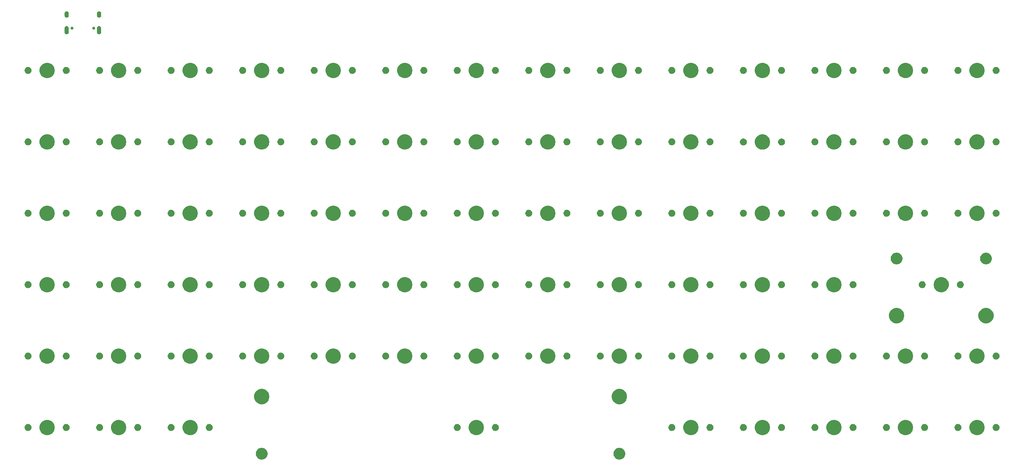
<source format=gbr>
G04 #@! TF.GenerationSoftware,KiCad,Pcbnew,(5.1.4)-1*
G04 #@! TF.CreationDate,2020-08-31T17:56:08-07:00*
G04 #@! TF.ProjectId,B3PKey,4233504b-6579-42e6-9b69-6361645f7063,1*
G04 #@! TF.SameCoordinates,Original*
G04 #@! TF.FileFunction,Soldermask,Top*
G04 #@! TF.FilePolarity,Negative*
%FSLAX46Y46*%
G04 Gerber Fmt 4.6, Leading zero omitted, Abs format (unit mm)*
G04 Created by KiCad (PCBNEW (5.1.4)-1) date 2020-08-31 17:56:08*
%MOMM*%
%LPD*%
G04 APERTURE LIST*
%ADD10C,0.100000*%
G04 APERTURE END LIST*
D10*
G36*
X241759411Y-189620526D02*
G01*
X241878137Y-189669704D01*
X242046041Y-189739252D01*
X242046042Y-189739253D01*
X242304004Y-189911617D01*
X242523383Y-190130996D01*
X242638553Y-190303361D01*
X242695748Y-190388959D01*
X242814474Y-190675590D01*
X242875000Y-190979875D01*
X242875000Y-191290125D01*
X242814474Y-191594410D01*
X242695748Y-191881041D01*
X242695747Y-191881042D01*
X242523383Y-192139004D01*
X242304004Y-192358383D01*
X242131639Y-192473553D01*
X242046041Y-192530748D01*
X241878137Y-192600296D01*
X241759411Y-192649474D01*
X241455125Y-192710000D01*
X241144875Y-192710000D01*
X240992733Y-192679737D01*
X240840589Y-192649474D01*
X240721863Y-192600296D01*
X240553959Y-192530748D01*
X240468361Y-192473553D01*
X240295996Y-192358383D01*
X240076617Y-192139004D01*
X239904253Y-191881042D01*
X239904252Y-191881041D01*
X239785526Y-191594410D01*
X239725000Y-191290125D01*
X239725000Y-190979875D01*
X239785526Y-190675590D01*
X239904252Y-190388959D01*
X239961447Y-190303361D01*
X240076617Y-190130996D01*
X240295996Y-189911617D01*
X240553958Y-189739253D01*
X240553959Y-189739252D01*
X240721863Y-189669704D01*
X240840589Y-189620526D01*
X240992733Y-189590263D01*
X241144875Y-189560000D01*
X241455125Y-189560000D01*
X241759411Y-189620526D01*
X241759411Y-189620526D01*
G37*
G36*
X146509411Y-189620526D02*
G01*
X146628137Y-189669704D01*
X146796041Y-189739252D01*
X146796042Y-189739253D01*
X147054004Y-189911617D01*
X147273383Y-190130996D01*
X147388553Y-190303361D01*
X147445748Y-190388959D01*
X147564474Y-190675590D01*
X147625000Y-190979875D01*
X147625000Y-191290125D01*
X147564474Y-191594410D01*
X147445748Y-191881041D01*
X147445747Y-191881042D01*
X147273383Y-192139004D01*
X147054004Y-192358383D01*
X146881639Y-192473553D01*
X146796041Y-192530748D01*
X146628137Y-192600296D01*
X146509411Y-192649474D01*
X146205125Y-192710000D01*
X145894875Y-192710000D01*
X145742733Y-192679737D01*
X145590589Y-192649474D01*
X145471863Y-192600296D01*
X145303959Y-192530748D01*
X145218361Y-192473553D01*
X145045996Y-192358383D01*
X144826617Y-192139004D01*
X144654253Y-191881042D01*
X144654252Y-191881041D01*
X144535526Y-191594410D01*
X144475000Y-191290125D01*
X144475000Y-190979875D01*
X144535526Y-190675590D01*
X144654252Y-190388959D01*
X144711447Y-190303361D01*
X144826617Y-190130996D01*
X145045996Y-189911617D01*
X145303958Y-189739253D01*
X145303959Y-189739252D01*
X145471863Y-189669704D01*
X145590589Y-189620526D01*
X145742733Y-189590263D01*
X145894875Y-189560000D01*
X146205125Y-189560000D01*
X146509411Y-189620526D01*
X146509411Y-189620526D01*
G37*
G36*
X203796474Y-182183684D02*
G01*
X204014474Y-182273983D01*
X204168623Y-182337833D01*
X204503548Y-182561623D01*
X204788377Y-182846452D01*
X205012167Y-183181377D01*
X205044562Y-183259586D01*
X205166316Y-183553526D01*
X205244900Y-183948594D01*
X205244900Y-184351406D01*
X205166316Y-184746474D01*
X205115451Y-184869272D01*
X205012167Y-185118623D01*
X204788377Y-185453548D01*
X204503548Y-185738377D01*
X204168623Y-185962167D01*
X204014474Y-186026017D01*
X203796474Y-186116316D01*
X203401406Y-186194900D01*
X202998594Y-186194900D01*
X202603526Y-186116316D01*
X202385526Y-186026017D01*
X202231377Y-185962167D01*
X201896452Y-185738377D01*
X201611623Y-185453548D01*
X201387833Y-185118623D01*
X201284549Y-184869272D01*
X201233684Y-184746474D01*
X201155100Y-184351406D01*
X201155100Y-183948594D01*
X201233684Y-183553526D01*
X201355438Y-183259586D01*
X201387833Y-183181377D01*
X201611623Y-182846452D01*
X201896452Y-182561623D01*
X202231377Y-182337833D01*
X202385526Y-182273983D01*
X202603526Y-182183684D01*
X202998594Y-182105100D01*
X203401406Y-182105100D01*
X203796474Y-182183684D01*
X203796474Y-182183684D01*
G37*
G36*
X89496474Y-182183684D02*
G01*
X89714474Y-182273983D01*
X89868623Y-182337833D01*
X90203548Y-182561623D01*
X90488377Y-182846452D01*
X90712167Y-183181377D01*
X90744562Y-183259586D01*
X90866316Y-183553526D01*
X90944900Y-183948594D01*
X90944900Y-184351406D01*
X90866316Y-184746474D01*
X90815451Y-184869272D01*
X90712167Y-185118623D01*
X90488377Y-185453548D01*
X90203548Y-185738377D01*
X89868623Y-185962167D01*
X89714474Y-186026017D01*
X89496474Y-186116316D01*
X89101406Y-186194900D01*
X88698594Y-186194900D01*
X88303526Y-186116316D01*
X88085526Y-186026017D01*
X87931377Y-185962167D01*
X87596452Y-185738377D01*
X87311623Y-185453548D01*
X87087833Y-185118623D01*
X86984549Y-184869272D01*
X86933684Y-184746474D01*
X86855100Y-184351406D01*
X86855100Y-183948594D01*
X86933684Y-183553526D01*
X87055438Y-183259586D01*
X87087833Y-183181377D01*
X87311623Y-182846452D01*
X87596452Y-182561623D01*
X87931377Y-182337833D01*
X88085526Y-182273983D01*
X88303526Y-182183684D01*
X88698594Y-182105100D01*
X89101406Y-182105100D01*
X89496474Y-182183684D01*
X89496474Y-182183684D01*
G37*
G36*
X108546474Y-182183684D02*
G01*
X108764474Y-182273983D01*
X108918623Y-182337833D01*
X109253548Y-182561623D01*
X109538377Y-182846452D01*
X109762167Y-183181377D01*
X109794562Y-183259586D01*
X109916316Y-183553526D01*
X109994900Y-183948594D01*
X109994900Y-184351406D01*
X109916316Y-184746474D01*
X109865451Y-184869272D01*
X109762167Y-185118623D01*
X109538377Y-185453548D01*
X109253548Y-185738377D01*
X108918623Y-185962167D01*
X108764474Y-186026017D01*
X108546474Y-186116316D01*
X108151406Y-186194900D01*
X107748594Y-186194900D01*
X107353526Y-186116316D01*
X107135526Y-186026017D01*
X106981377Y-185962167D01*
X106646452Y-185738377D01*
X106361623Y-185453548D01*
X106137833Y-185118623D01*
X106034549Y-184869272D01*
X105983684Y-184746474D01*
X105905100Y-184351406D01*
X105905100Y-183948594D01*
X105983684Y-183553526D01*
X106105438Y-183259586D01*
X106137833Y-183181377D01*
X106361623Y-182846452D01*
X106646452Y-182561623D01*
X106981377Y-182337833D01*
X107135526Y-182273983D01*
X107353526Y-182183684D01*
X107748594Y-182105100D01*
X108151406Y-182105100D01*
X108546474Y-182183684D01*
X108546474Y-182183684D01*
G37*
G36*
X127596474Y-182183684D02*
G01*
X127814474Y-182273983D01*
X127968623Y-182337833D01*
X128303548Y-182561623D01*
X128588377Y-182846452D01*
X128812167Y-183181377D01*
X128844562Y-183259586D01*
X128966316Y-183553526D01*
X129044900Y-183948594D01*
X129044900Y-184351406D01*
X128966316Y-184746474D01*
X128915451Y-184869272D01*
X128812167Y-185118623D01*
X128588377Y-185453548D01*
X128303548Y-185738377D01*
X127968623Y-185962167D01*
X127814474Y-186026017D01*
X127596474Y-186116316D01*
X127201406Y-186194900D01*
X126798594Y-186194900D01*
X126403526Y-186116316D01*
X126185526Y-186026017D01*
X126031377Y-185962167D01*
X125696452Y-185738377D01*
X125411623Y-185453548D01*
X125187833Y-185118623D01*
X125084549Y-184869272D01*
X125033684Y-184746474D01*
X124955100Y-184351406D01*
X124955100Y-183948594D01*
X125033684Y-183553526D01*
X125155438Y-183259586D01*
X125187833Y-183181377D01*
X125411623Y-182846452D01*
X125696452Y-182561623D01*
X126031377Y-182337833D01*
X126185526Y-182273983D01*
X126403526Y-182183684D01*
X126798594Y-182105100D01*
X127201406Y-182105100D01*
X127596474Y-182183684D01*
X127596474Y-182183684D01*
G37*
G36*
X299046474Y-182183684D02*
G01*
X299264474Y-182273983D01*
X299418623Y-182337833D01*
X299753548Y-182561623D01*
X300038377Y-182846452D01*
X300262167Y-183181377D01*
X300294562Y-183259586D01*
X300416316Y-183553526D01*
X300494900Y-183948594D01*
X300494900Y-184351406D01*
X300416316Y-184746474D01*
X300365451Y-184869272D01*
X300262167Y-185118623D01*
X300038377Y-185453548D01*
X299753548Y-185738377D01*
X299418623Y-185962167D01*
X299264474Y-186026017D01*
X299046474Y-186116316D01*
X298651406Y-186194900D01*
X298248594Y-186194900D01*
X297853526Y-186116316D01*
X297635526Y-186026017D01*
X297481377Y-185962167D01*
X297146452Y-185738377D01*
X296861623Y-185453548D01*
X296637833Y-185118623D01*
X296534549Y-184869272D01*
X296483684Y-184746474D01*
X296405100Y-184351406D01*
X296405100Y-183948594D01*
X296483684Y-183553526D01*
X296605438Y-183259586D01*
X296637833Y-183181377D01*
X296861623Y-182846452D01*
X297146452Y-182561623D01*
X297481377Y-182337833D01*
X297635526Y-182273983D01*
X297853526Y-182183684D01*
X298248594Y-182105100D01*
X298651406Y-182105100D01*
X299046474Y-182183684D01*
X299046474Y-182183684D01*
G37*
G36*
X318096474Y-182183684D02*
G01*
X318314474Y-182273983D01*
X318468623Y-182337833D01*
X318803548Y-182561623D01*
X319088377Y-182846452D01*
X319312167Y-183181377D01*
X319344562Y-183259586D01*
X319466316Y-183553526D01*
X319544900Y-183948594D01*
X319544900Y-184351406D01*
X319466316Y-184746474D01*
X319415451Y-184869272D01*
X319312167Y-185118623D01*
X319088377Y-185453548D01*
X318803548Y-185738377D01*
X318468623Y-185962167D01*
X318314474Y-186026017D01*
X318096474Y-186116316D01*
X317701406Y-186194900D01*
X317298594Y-186194900D01*
X316903526Y-186116316D01*
X316685526Y-186026017D01*
X316531377Y-185962167D01*
X316196452Y-185738377D01*
X315911623Y-185453548D01*
X315687833Y-185118623D01*
X315584549Y-184869272D01*
X315533684Y-184746474D01*
X315455100Y-184351406D01*
X315455100Y-183948594D01*
X315533684Y-183553526D01*
X315655438Y-183259586D01*
X315687833Y-183181377D01*
X315911623Y-182846452D01*
X316196452Y-182561623D01*
X316531377Y-182337833D01*
X316685526Y-182273983D01*
X316903526Y-182183684D01*
X317298594Y-182105100D01*
X317701406Y-182105100D01*
X318096474Y-182183684D01*
X318096474Y-182183684D01*
G37*
G36*
X337146474Y-182183684D02*
G01*
X337364474Y-182273983D01*
X337518623Y-182337833D01*
X337853548Y-182561623D01*
X338138377Y-182846452D01*
X338362167Y-183181377D01*
X338394562Y-183259586D01*
X338516316Y-183553526D01*
X338594900Y-183948594D01*
X338594900Y-184351406D01*
X338516316Y-184746474D01*
X338465451Y-184869272D01*
X338362167Y-185118623D01*
X338138377Y-185453548D01*
X337853548Y-185738377D01*
X337518623Y-185962167D01*
X337364474Y-186026017D01*
X337146474Y-186116316D01*
X336751406Y-186194900D01*
X336348594Y-186194900D01*
X335953526Y-186116316D01*
X335735526Y-186026017D01*
X335581377Y-185962167D01*
X335246452Y-185738377D01*
X334961623Y-185453548D01*
X334737833Y-185118623D01*
X334634549Y-184869272D01*
X334583684Y-184746474D01*
X334505100Y-184351406D01*
X334505100Y-183948594D01*
X334583684Y-183553526D01*
X334705438Y-183259586D01*
X334737833Y-183181377D01*
X334961623Y-182846452D01*
X335246452Y-182561623D01*
X335581377Y-182337833D01*
X335735526Y-182273983D01*
X335953526Y-182183684D01*
X336348594Y-182105100D01*
X336751406Y-182105100D01*
X337146474Y-182183684D01*
X337146474Y-182183684D01*
G37*
G36*
X260946474Y-182183684D02*
G01*
X261164474Y-182273983D01*
X261318623Y-182337833D01*
X261653548Y-182561623D01*
X261938377Y-182846452D01*
X262162167Y-183181377D01*
X262194562Y-183259586D01*
X262316316Y-183553526D01*
X262394900Y-183948594D01*
X262394900Y-184351406D01*
X262316316Y-184746474D01*
X262265451Y-184869272D01*
X262162167Y-185118623D01*
X261938377Y-185453548D01*
X261653548Y-185738377D01*
X261318623Y-185962167D01*
X261164474Y-186026017D01*
X260946474Y-186116316D01*
X260551406Y-186194900D01*
X260148594Y-186194900D01*
X259753526Y-186116316D01*
X259535526Y-186026017D01*
X259381377Y-185962167D01*
X259046452Y-185738377D01*
X258761623Y-185453548D01*
X258537833Y-185118623D01*
X258434549Y-184869272D01*
X258383684Y-184746474D01*
X258305100Y-184351406D01*
X258305100Y-183948594D01*
X258383684Y-183553526D01*
X258505438Y-183259586D01*
X258537833Y-183181377D01*
X258761623Y-182846452D01*
X259046452Y-182561623D01*
X259381377Y-182337833D01*
X259535526Y-182273983D01*
X259753526Y-182183684D01*
X260148594Y-182105100D01*
X260551406Y-182105100D01*
X260946474Y-182183684D01*
X260946474Y-182183684D01*
G37*
G36*
X279996474Y-182183684D02*
G01*
X280214474Y-182273983D01*
X280368623Y-182337833D01*
X280703548Y-182561623D01*
X280988377Y-182846452D01*
X281212167Y-183181377D01*
X281244562Y-183259586D01*
X281366316Y-183553526D01*
X281444900Y-183948594D01*
X281444900Y-184351406D01*
X281366316Y-184746474D01*
X281315451Y-184869272D01*
X281212167Y-185118623D01*
X280988377Y-185453548D01*
X280703548Y-185738377D01*
X280368623Y-185962167D01*
X280214474Y-186026017D01*
X279996474Y-186116316D01*
X279601406Y-186194900D01*
X279198594Y-186194900D01*
X278803526Y-186116316D01*
X278585526Y-186026017D01*
X278431377Y-185962167D01*
X278096452Y-185738377D01*
X277811623Y-185453548D01*
X277587833Y-185118623D01*
X277484549Y-184869272D01*
X277433684Y-184746474D01*
X277355100Y-184351406D01*
X277355100Y-183948594D01*
X277433684Y-183553526D01*
X277555438Y-183259586D01*
X277587833Y-183181377D01*
X277811623Y-182846452D01*
X278096452Y-182561623D01*
X278431377Y-182337833D01*
X278585526Y-182273983D01*
X278803526Y-182183684D01*
X279198594Y-182105100D01*
X279601406Y-182105100D01*
X279996474Y-182183684D01*
X279996474Y-182183684D01*
G37*
G36*
X312690104Y-183259585D02*
G01*
X312858626Y-183329389D01*
X313010291Y-183430728D01*
X313139272Y-183559709D01*
X313240611Y-183711374D01*
X313310415Y-183879896D01*
X313346000Y-184058797D01*
X313346000Y-184241203D01*
X313310415Y-184420104D01*
X313240611Y-184588626D01*
X313139272Y-184740291D01*
X313010291Y-184869272D01*
X312858626Y-184970611D01*
X312690104Y-185040415D01*
X312511203Y-185076000D01*
X312328797Y-185076000D01*
X312149896Y-185040415D01*
X311981374Y-184970611D01*
X311829709Y-184869272D01*
X311700728Y-184740291D01*
X311599389Y-184588626D01*
X311529585Y-184420104D01*
X311494000Y-184241203D01*
X311494000Y-184058797D01*
X311529585Y-183879896D01*
X311599389Y-183711374D01*
X311700728Y-183559709D01*
X311829709Y-183430728D01*
X311981374Y-183329389D01*
X312149896Y-183259585D01*
X312328797Y-183224000D01*
X312511203Y-183224000D01*
X312690104Y-183259585D01*
X312690104Y-183259585D01*
G37*
G36*
X94250104Y-183259585D02*
G01*
X94418626Y-183329389D01*
X94570291Y-183430728D01*
X94699272Y-183559709D01*
X94800611Y-183711374D01*
X94870415Y-183879896D01*
X94906000Y-184058797D01*
X94906000Y-184241203D01*
X94870415Y-184420104D01*
X94800611Y-184588626D01*
X94699272Y-184740291D01*
X94570291Y-184869272D01*
X94418626Y-184970611D01*
X94250104Y-185040415D01*
X94071203Y-185076000D01*
X93888797Y-185076000D01*
X93709896Y-185040415D01*
X93541374Y-184970611D01*
X93389709Y-184869272D01*
X93260728Y-184740291D01*
X93159389Y-184588626D01*
X93089585Y-184420104D01*
X93054000Y-184241203D01*
X93054000Y-184058797D01*
X93089585Y-183879896D01*
X93159389Y-183711374D01*
X93260728Y-183559709D01*
X93389709Y-183430728D01*
X93541374Y-183329389D01*
X93709896Y-183259585D01*
X93888797Y-183224000D01*
X94071203Y-183224000D01*
X94250104Y-183259585D01*
X94250104Y-183259585D01*
G37*
G36*
X293640104Y-183259585D02*
G01*
X293808626Y-183329389D01*
X293960291Y-183430728D01*
X294089272Y-183559709D01*
X294190611Y-183711374D01*
X294260415Y-183879896D01*
X294296000Y-184058797D01*
X294296000Y-184241203D01*
X294260415Y-184420104D01*
X294190611Y-184588626D01*
X294089272Y-184740291D01*
X293960291Y-184869272D01*
X293808626Y-184970611D01*
X293640104Y-185040415D01*
X293461203Y-185076000D01*
X293278797Y-185076000D01*
X293099896Y-185040415D01*
X292931374Y-184970611D01*
X292779709Y-184869272D01*
X292650728Y-184740291D01*
X292549389Y-184588626D01*
X292479585Y-184420104D01*
X292444000Y-184241203D01*
X292444000Y-184058797D01*
X292479585Y-183879896D01*
X292549389Y-183711374D01*
X292650728Y-183559709D01*
X292779709Y-183430728D01*
X292931374Y-183329389D01*
X293099896Y-183259585D01*
X293278797Y-183224000D01*
X293461203Y-183224000D01*
X293640104Y-183259585D01*
X293640104Y-183259585D01*
G37*
G36*
X341900104Y-183259585D02*
G01*
X342068626Y-183329389D01*
X342220291Y-183430728D01*
X342349272Y-183559709D01*
X342450611Y-183711374D01*
X342520415Y-183879896D01*
X342556000Y-184058797D01*
X342556000Y-184241203D01*
X342520415Y-184420104D01*
X342450611Y-184588626D01*
X342349272Y-184740291D01*
X342220291Y-184869272D01*
X342068626Y-184970611D01*
X341900104Y-185040415D01*
X341721203Y-185076000D01*
X341538797Y-185076000D01*
X341359896Y-185040415D01*
X341191374Y-184970611D01*
X341039709Y-184869272D01*
X340910728Y-184740291D01*
X340809389Y-184588626D01*
X340739585Y-184420104D01*
X340704000Y-184241203D01*
X340704000Y-184058797D01*
X340739585Y-183879896D01*
X340809389Y-183711374D01*
X340910728Y-183559709D01*
X341039709Y-183430728D01*
X341191374Y-183329389D01*
X341359896Y-183259585D01*
X341538797Y-183224000D01*
X341721203Y-183224000D01*
X341900104Y-183259585D01*
X341900104Y-183259585D01*
G37*
G36*
X331740104Y-183259585D02*
G01*
X331908626Y-183329389D01*
X332060291Y-183430728D01*
X332189272Y-183559709D01*
X332290611Y-183711374D01*
X332360415Y-183879896D01*
X332396000Y-184058797D01*
X332396000Y-184241203D01*
X332360415Y-184420104D01*
X332290611Y-184588626D01*
X332189272Y-184740291D01*
X332060291Y-184869272D01*
X331908626Y-184970611D01*
X331740104Y-185040415D01*
X331561203Y-185076000D01*
X331378797Y-185076000D01*
X331199896Y-185040415D01*
X331031374Y-184970611D01*
X330879709Y-184869272D01*
X330750728Y-184740291D01*
X330649389Y-184588626D01*
X330579585Y-184420104D01*
X330544000Y-184241203D01*
X330544000Y-184058797D01*
X330579585Y-183879896D01*
X330649389Y-183711374D01*
X330750728Y-183559709D01*
X330879709Y-183430728D01*
X331031374Y-183329389D01*
X331199896Y-183259585D01*
X331378797Y-183224000D01*
X331561203Y-183224000D01*
X331740104Y-183259585D01*
X331740104Y-183259585D01*
G37*
G36*
X265700104Y-183259585D02*
G01*
X265868626Y-183329389D01*
X266020291Y-183430728D01*
X266149272Y-183559709D01*
X266250611Y-183711374D01*
X266320415Y-183879896D01*
X266356000Y-184058797D01*
X266356000Y-184241203D01*
X266320415Y-184420104D01*
X266250611Y-184588626D01*
X266149272Y-184740291D01*
X266020291Y-184869272D01*
X265868626Y-184970611D01*
X265700104Y-185040415D01*
X265521203Y-185076000D01*
X265338797Y-185076000D01*
X265159896Y-185040415D01*
X264991374Y-184970611D01*
X264839709Y-184869272D01*
X264710728Y-184740291D01*
X264609389Y-184588626D01*
X264539585Y-184420104D01*
X264504000Y-184241203D01*
X264504000Y-184058797D01*
X264539585Y-183879896D01*
X264609389Y-183711374D01*
X264710728Y-183559709D01*
X264839709Y-183430728D01*
X264991374Y-183329389D01*
X265159896Y-183259585D01*
X265338797Y-183224000D01*
X265521203Y-183224000D01*
X265700104Y-183259585D01*
X265700104Y-183259585D01*
G37*
G36*
X255540104Y-183259585D02*
G01*
X255708626Y-183329389D01*
X255860291Y-183430728D01*
X255989272Y-183559709D01*
X256090611Y-183711374D01*
X256160415Y-183879896D01*
X256196000Y-184058797D01*
X256196000Y-184241203D01*
X256160415Y-184420104D01*
X256090611Y-184588626D01*
X255989272Y-184740291D01*
X255860291Y-184869272D01*
X255708626Y-184970611D01*
X255540104Y-185040415D01*
X255361203Y-185076000D01*
X255178797Y-185076000D01*
X254999896Y-185040415D01*
X254831374Y-184970611D01*
X254679709Y-184869272D01*
X254550728Y-184740291D01*
X254449389Y-184588626D01*
X254379585Y-184420104D01*
X254344000Y-184241203D01*
X254344000Y-184058797D01*
X254379585Y-183879896D01*
X254449389Y-183711374D01*
X254550728Y-183559709D01*
X254679709Y-183430728D01*
X254831374Y-183329389D01*
X254999896Y-183259585D01*
X255178797Y-183224000D01*
X255361203Y-183224000D01*
X255540104Y-183259585D01*
X255540104Y-183259585D01*
G37*
G36*
X284750104Y-183259585D02*
G01*
X284918626Y-183329389D01*
X285070291Y-183430728D01*
X285199272Y-183559709D01*
X285300611Y-183711374D01*
X285370415Y-183879896D01*
X285406000Y-184058797D01*
X285406000Y-184241203D01*
X285370415Y-184420104D01*
X285300611Y-184588626D01*
X285199272Y-184740291D01*
X285070291Y-184869272D01*
X284918626Y-184970611D01*
X284750104Y-185040415D01*
X284571203Y-185076000D01*
X284388797Y-185076000D01*
X284209896Y-185040415D01*
X284041374Y-184970611D01*
X283889709Y-184869272D01*
X283760728Y-184740291D01*
X283659389Y-184588626D01*
X283589585Y-184420104D01*
X283554000Y-184241203D01*
X283554000Y-184058797D01*
X283589585Y-183879896D01*
X283659389Y-183711374D01*
X283760728Y-183559709D01*
X283889709Y-183430728D01*
X284041374Y-183329389D01*
X284209896Y-183259585D01*
X284388797Y-183224000D01*
X284571203Y-183224000D01*
X284750104Y-183259585D01*
X284750104Y-183259585D01*
G37*
G36*
X274590104Y-183259585D02*
G01*
X274758626Y-183329389D01*
X274910291Y-183430728D01*
X275039272Y-183559709D01*
X275140611Y-183711374D01*
X275210415Y-183879896D01*
X275246000Y-184058797D01*
X275246000Y-184241203D01*
X275210415Y-184420104D01*
X275140611Y-184588626D01*
X275039272Y-184740291D01*
X274910291Y-184869272D01*
X274758626Y-184970611D01*
X274590104Y-185040415D01*
X274411203Y-185076000D01*
X274228797Y-185076000D01*
X274049896Y-185040415D01*
X273881374Y-184970611D01*
X273729709Y-184869272D01*
X273600728Y-184740291D01*
X273499389Y-184588626D01*
X273429585Y-184420104D01*
X273394000Y-184241203D01*
X273394000Y-184058797D01*
X273429585Y-183879896D01*
X273499389Y-183711374D01*
X273600728Y-183559709D01*
X273729709Y-183430728D01*
X273881374Y-183329389D01*
X274049896Y-183259585D01*
X274228797Y-183224000D01*
X274411203Y-183224000D01*
X274590104Y-183259585D01*
X274590104Y-183259585D01*
G37*
G36*
X122190104Y-183259585D02*
G01*
X122358626Y-183329389D01*
X122510291Y-183430728D01*
X122639272Y-183559709D01*
X122740611Y-183711374D01*
X122810415Y-183879896D01*
X122846000Y-184058797D01*
X122846000Y-184241203D01*
X122810415Y-184420104D01*
X122740611Y-184588626D01*
X122639272Y-184740291D01*
X122510291Y-184869272D01*
X122358626Y-184970611D01*
X122190104Y-185040415D01*
X122011203Y-185076000D01*
X121828797Y-185076000D01*
X121649896Y-185040415D01*
X121481374Y-184970611D01*
X121329709Y-184869272D01*
X121200728Y-184740291D01*
X121099389Y-184588626D01*
X121029585Y-184420104D01*
X120994000Y-184241203D01*
X120994000Y-184058797D01*
X121029585Y-183879896D01*
X121099389Y-183711374D01*
X121200728Y-183559709D01*
X121329709Y-183430728D01*
X121481374Y-183329389D01*
X121649896Y-183259585D01*
X121828797Y-183224000D01*
X122011203Y-183224000D01*
X122190104Y-183259585D01*
X122190104Y-183259585D01*
G37*
G36*
X322850104Y-183259585D02*
G01*
X323018626Y-183329389D01*
X323170291Y-183430728D01*
X323299272Y-183559709D01*
X323400611Y-183711374D01*
X323470415Y-183879896D01*
X323506000Y-184058797D01*
X323506000Y-184241203D01*
X323470415Y-184420104D01*
X323400611Y-184588626D01*
X323299272Y-184740291D01*
X323170291Y-184869272D01*
X323018626Y-184970611D01*
X322850104Y-185040415D01*
X322671203Y-185076000D01*
X322488797Y-185076000D01*
X322309896Y-185040415D01*
X322141374Y-184970611D01*
X321989709Y-184869272D01*
X321860728Y-184740291D01*
X321759389Y-184588626D01*
X321689585Y-184420104D01*
X321654000Y-184241203D01*
X321654000Y-184058797D01*
X321689585Y-183879896D01*
X321759389Y-183711374D01*
X321860728Y-183559709D01*
X321989709Y-183430728D01*
X322141374Y-183329389D01*
X322309896Y-183259585D01*
X322488797Y-183224000D01*
X322671203Y-183224000D01*
X322850104Y-183259585D01*
X322850104Y-183259585D01*
G37*
G36*
X208550104Y-183259585D02*
G01*
X208718626Y-183329389D01*
X208870291Y-183430728D01*
X208999272Y-183559709D01*
X209100611Y-183711374D01*
X209170415Y-183879896D01*
X209206000Y-184058797D01*
X209206000Y-184241203D01*
X209170415Y-184420104D01*
X209100611Y-184588626D01*
X208999272Y-184740291D01*
X208870291Y-184869272D01*
X208718626Y-184970611D01*
X208550104Y-185040415D01*
X208371203Y-185076000D01*
X208188797Y-185076000D01*
X208009896Y-185040415D01*
X207841374Y-184970611D01*
X207689709Y-184869272D01*
X207560728Y-184740291D01*
X207459389Y-184588626D01*
X207389585Y-184420104D01*
X207354000Y-184241203D01*
X207354000Y-184058797D01*
X207389585Y-183879896D01*
X207459389Y-183711374D01*
X207560728Y-183559709D01*
X207689709Y-183430728D01*
X207841374Y-183329389D01*
X208009896Y-183259585D01*
X208188797Y-183224000D01*
X208371203Y-183224000D01*
X208550104Y-183259585D01*
X208550104Y-183259585D01*
G37*
G36*
X198390104Y-183259585D02*
G01*
X198558626Y-183329389D01*
X198710291Y-183430728D01*
X198839272Y-183559709D01*
X198940611Y-183711374D01*
X199010415Y-183879896D01*
X199046000Y-184058797D01*
X199046000Y-184241203D01*
X199010415Y-184420104D01*
X198940611Y-184588626D01*
X198839272Y-184740291D01*
X198710291Y-184869272D01*
X198558626Y-184970611D01*
X198390104Y-185040415D01*
X198211203Y-185076000D01*
X198028797Y-185076000D01*
X197849896Y-185040415D01*
X197681374Y-184970611D01*
X197529709Y-184869272D01*
X197400728Y-184740291D01*
X197299389Y-184588626D01*
X197229585Y-184420104D01*
X197194000Y-184241203D01*
X197194000Y-184058797D01*
X197229585Y-183879896D01*
X197299389Y-183711374D01*
X197400728Y-183559709D01*
X197529709Y-183430728D01*
X197681374Y-183329389D01*
X197849896Y-183259585D01*
X198028797Y-183224000D01*
X198211203Y-183224000D01*
X198390104Y-183259585D01*
X198390104Y-183259585D01*
G37*
G36*
X303800104Y-183259585D02*
G01*
X303968626Y-183329389D01*
X304120291Y-183430728D01*
X304249272Y-183559709D01*
X304350611Y-183711374D01*
X304420415Y-183879896D01*
X304456000Y-184058797D01*
X304456000Y-184241203D01*
X304420415Y-184420104D01*
X304350611Y-184588626D01*
X304249272Y-184740291D01*
X304120291Y-184869272D01*
X303968626Y-184970611D01*
X303800104Y-185040415D01*
X303621203Y-185076000D01*
X303438797Y-185076000D01*
X303259896Y-185040415D01*
X303091374Y-184970611D01*
X302939709Y-184869272D01*
X302810728Y-184740291D01*
X302709389Y-184588626D01*
X302639585Y-184420104D01*
X302604000Y-184241203D01*
X302604000Y-184058797D01*
X302639585Y-183879896D01*
X302709389Y-183711374D01*
X302810728Y-183559709D01*
X302939709Y-183430728D01*
X303091374Y-183329389D01*
X303259896Y-183259585D01*
X303438797Y-183224000D01*
X303621203Y-183224000D01*
X303800104Y-183259585D01*
X303800104Y-183259585D01*
G37*
G36*
X113300104Y-183259585D02*
G01*
X113468626Y-183329389D01*
X113620291Y-183430728D01*
X113749272Y-183559709D01*
X113850611Y-183711374D01*
X113920415Y-183879896D01*
X113956000Y-184058797D01*
X113956000Y-184241203D01*
X113920415Y-184420104D01*
X113850611Y-184588626D01*
X113749272Y-184740291D01*
X113620291Y-184869272D01*
X113468626Y-184970611D01*
X113300104Y-185040415D01*
X113121203Y-185076000D01*
X112938797Y-185076000D01*
X112759896Y-185040415D01*
X112591374Y-184970611D01*
X112439709Y-184869272D01*
X112310728Y-184740291D01*
X112209389Y-184588626D01*
X112139585Y-184420104D01*
X112104000Y-184241203D01*
X112104000Y-184058797D01*
X112139585Y-183879896D01*
X112209389Y-183711374D01*
X112310728Y-183559709D01*
X112439709Y-183430728D01*
X112591374Y-183329389D01*
X112759896Y-183259585D01*
X112938797Y-183224000D01*
X113121203Y-183224000D01*
X113300104Y-183259585D01*
X113300104Y-183259585D01*
G37*
G36*
X103140104Y-183259585D02*
G01*
X103308626Y-183329389D01*
X103460291Y-183430728D01*
X103589272Y-183559709D01*
X103690611Y-183711374D01*
X103760415Y-183879896D01*
X103796000Y-184058797D01*
X103796000Y-184241203D01*
X103760415Y-184420104D01*
X103690611Y-184588626D01*
X103589272Y-184740291D01*
X103460291Y-184869272D01*
X103308626Y-184970611D01*
X103140104Y-185040415D01*
X102961203Y-185076000D01*
X102778797Y-185076000D01*
X102599896Y-185040415D01*
X102431374Y-184970611D01*
X102279709Y-184869272D01*
X102150728Y-184740291D01*
X102049389Y-184588626D01*
X101979585Y-184420104D01*
X101944000Y-184241203D01*
X101944000Y-184058797D01*
X101979585Y-183879896D01*
X102049389Y-183711374D01*
X102150728Y-183559709D01*
X102279709Y-183430728D01*
X102431374Y-183329389D01*
X102599896Y-183259585D01*
X102778797Y-183224000D01*
X102961203Y-183224000D01*
X103140104Y-183259585D01*
X103140104Y-183259585D01*
G37*
G36*
X132350104Y-183259585D02*
G01*
X132518626Y-183329389D01*
X132670291Y-183430728D01*
X132799272Y-183559709D01*
X132900611Y-183711374D01*
X132970415Y-183879896D01*
X133006000Y-184058797D01*
X133006000Y-184241203D01*
X132970415Y-184420104D01*
X132900611Y-184588626D01*
X132799272Y-184740291D01*
X132670291Y-184869272D01*
X132518626Y-184970611D01*
X132350104Y-185040415D01*
X132171203Y-185076000D01*
X131988797Y-185076000D01*
X131809896Y-185040415D01*
X131641374Y-184970611D01*
X131489709Y-184869272D01*
X131360728Y-184740291D01*
X131259389Y-184588626D01*
X131189585Y-184420104D01*
X131154000Y-184241203D01*
X131154000Y-184058797D01*
X131189585Y-183879896D01*
X131259389Y-183711374D01*
X131360728Y-183559709D01*
X131489709Y-183430728D01*
X131641374Y-183329389D01*
X131809896Y-183259585D01*
X131988797Y-183224000D01*
X132171203Y-183224000D01*
X132350104Y-183259585D01*
X132350104Y-183259585D01*
G37*
G36*
X84090104Y-183259585D02*
G01*
X84258626Y-183329389D01*
X84410291Y-183430728D01*
X84539272Y-183559709D01*
X84640611Y-183711374D01*
X84710415Y-183879896D01*
X84746000Y-184058797D01*
X84746000Y-184241203D01*
X84710415Y-184420104D01*
X84640611Y-184588626D01*
X84539272Y-184740291D01*
X84410291Y-184869272D01*
X84258626Y-184970611D01*
X84090104Y-185040415D01*
X83911203Y-185076000D01*
X83728797Y-185076000D01*
X83549896Y-185040415D01*
X83381374Y-184970611D01*
X83229709Y-184869272D01*
X83100728Y-184740291D01*
X82999389Y-184588626D01*
X82929585Y-184420104D01*
X82894000Y-184241203D01*
X82894000Y-184058797D01*
X82929585Y-183879896D01*
X82999389Y-183711374D01*
X83100728Y-183559709D01*
X83229709Y-183430728D01*
X83381374Y-183329389D01*
X83549896Y-183259585D01*
X83728797Y-183224000D01*
X83911203Y-183224000D01*
X84090104Y-183259585D01*
X84090104Y-183259585D01*
G37*
G36*
X146646474Y-173928684D02*
G01*
X146864474Y-174018983D01*
X147018623Y-174082833D01*
X147353548Y-174306623D01*
X147638377Y-174591452D01*
X147862167Y-174926377D01*
X147862167Y-174926378D01*
X148016316Y-175298526D01*
X148094900Y-175693594D01*
X148094900Y-176096406D01*
X148016316Y-176491474D01*
X147926017Y-176709474D01*
X147862167Y-176863623D01*
X147638377Y-177198548D01*
X147353548Y-177483377D01*
X147018623Y-177707167D01*
X146864474Y-177771017D01*
X146646474Y-177861316D01*
X146251406Y-177939900D01*
X145848594Y-177939900D01*
X145453526Y-177861316D01*
X145235526Y-177771017D01*
X145081377Y-177707167D01*
X144746452Y-177483377D01*
X144461623Y-177198548D01*
X144237833Y-176863623D01*
X144173983Y-176709474D01*
X144083684Y-176491474D01*
X144005100Y-176096406D01*
X144005100Y-175693594D01*
X144083684Y-175298526D01*
X144237833Y-174926378D01*
X144237833Y-174926377D01*
X144461623Y-174591452D01*
X144746452Y-174306623D01*
X145081377Y-174082833D01*
X145235526Y-174018983D01*
X145453526Y-173928684D01*
X145848594Y-173850100D01*
X146251406Y-173850100D01*
X146646474Y-173928684D01*
X146646474Y-173928684D01*
G37*
G36*
X241896474Y-173928684D02*
G01*
X242114474Y-174018983D01*
X242268623Y-174082833D01*
X242603548Y-174306623D01*
X242888377Y-174591452D01*
X243112167Y-174926377D01*
X243112167Y-174926378D01*
X243266316Y-175298526D01*
X243344900Y-175693594D01*
X243344900Y-176096406D01*
X243266316Y-176491474D01*
X243176017Y-176709474D01*
X243112167Y-176863623D01*
X242888377Y-177198548D01*
X242603548Y-177483377D01*
X242268623Y-177707167D01*
X242114474Y-177771017D01*
X241896474Y-177861316D01*
X241501406Y-177939900D01*
X241098594Y-177939900D01*
X240703526Y-177861316D01*
X240485526Y-177771017D01*
X240331377Y-177707167D01*
X239996452Y-177483377D01*
X239711623Y-177198548D01*
X239487833Y-176863623D01*
X239423983Y-176709474D01*
X239333684Y-176491474D01*
X239255100Y-176096406D01*
X239255100Y-175693594D01*
X239333684Y-175298526D01*
X239487833Y-174926378D01*
X239487833Y-174926377D01*
X239711623Y-174591452D01*
X239996452Y-174306623D01*
X240331377Y-174082833D01*
X240485526Y-174018983D01*
X240703526Y-173928684D01*
X241098594Y-173850100D01*
X241501406Y-173850100D01*
X241896474Y-173928684D01*
X241896474Y-173928684D01*
G37*
G36*
X184746474Y-163133684D02*
G01*
X184964474Y-163223983D01*
X185118623Y-163287833D01*
X185453548Y-163511623D01*
X185738377Y-163796452D01*
X185962167Y-164131377D01*
X185994562Y-164209586D01*
X186116316Y-164503526D01*
X186194900Y-164898594D01*
X186194900Y-165301406D01*
X186116316Y-165696474D01*
X186065451Y-165819272D01*
X185962167Y-166068623D01*
X185738377Y-166403548D01*
X185453548Y-166688377D01*
X185118623Y-166912167D01*
X184964474Y-166976017D01*
X184746474Y-167066316D01*
X184351406Y-167144900D01*
X183948594Y-167144900D01*
X183553526Y-167066316D01*
X183335526Y-166976017D01*
X183181377Y-166912167D01*
X182846452Y-166688377D01*
X182561623Y-166403548D01*
X182337833Y-166068623D01*
X182234549Y-165819272D01*
X182183684Y-165696474D01*
X182105100Y-165301406D01*
X182105100Y-164898594D01*
X182183684Y-164503526D01*
X182305438Y-164209586D01*
X182337833Y-164131377D01*
X182561623Y-163796452D01*
X182846452Y-163511623D01*
X183181377Y-163287833D01*
X183335526Y-163223983D01*
X183553526Y-163133684D01*
X183948594Y-163055100D01*
X184351406Y-163055100D01*
X184746474Y-163133684D01*
X184746474Y-163133684D01*
G37*
G36*
X337146474Y-163133684D02*
G01*
X337364474Y-163223983D01*
X337518623Y-163287833D01*
X337853548Y-163511623D01*
X338138377Y-163796452D01*
X338362167Y-164131377D01*
X338394562Y-164209586D01*
X338516316Y-164503526D01*
X338594900Y-164898594D01*
X338594900Y-165301406D01*
X338516316Y-165696474D01*
X338465451Y-165819272D01*
X338362167Y-166068623D01*
X338138377Y-166403548D01*
X337853548Y-166688377D01*
X337518623Y-166912167D01*
X337364474Y-166976017D01*
X337146474Y-167066316D01*
X336751406Y-167144900D01*
X336348594Y-167144900D01*
X335953526Y-167066316D01*
X335735526Y-166976017D01*
X335581377Y-166912167D01*
X335246452Y-166688377D01*
X334961623Y-166403548D01*
X334737833Y-166068623D01*
X334634549Y-165819272D01*
X334583684Y-165696474D01*
X334505100Y-165301406D01*
X334505100Y-164898594D01*
X334583684Y-164503526D01*
X334705438Y-164209586D01*
X334737833Y-164131377D01*
X334961623Y-163796452D01*
X335246452Y-163511623D01*
X335581377Y-163287833D01*
X335735526Y-163223983D01*
X335953526Y-163133684D01*
X336348594Y-163055100D01*
X336751406Y-163055100D01*
X337146474Y-163133684D01*
X337146474Y-163133684D01*
G37*
G36*
X318096474Y-163133684D02*
G01*
X318314474Y-163223983D01*
X318468623Y-163287833D01*
X318803548Y-163511623D01*
X319088377Y-163796452D01*
X319312167Y-164131377D01*
X319344562Y-164209586D01*
X319466316Y-164503526D01*
X319544900Y-164898594D01*
X319544900Y-165301406D01*
X319466316Y-165696474D01*
X319415451Y-165819272D01*
X319312167Y-166068623D01*
X319088377Y-166403548D01*
X318803548Y-166688377D01*
X318468623Y-166912167D01*
X318314474Y-166976017D01*
X318096474Y-167066316D01*
X317701406Y-167144900D01*
X317298594Y-167144900D01*
X316903526Y-167066316D01*
X316685526Y-166976017D01*
X316531377Y-166912167D01*
X316196452Y-166688377D01*
X315911623Y-166403548D01*
X315687833Y-166068623D01*
X315584549Y-165819272D01*
X315533684Y-165696474D01*
X315455100Y-165301406D01*
X315455100Y-164898594D01*
X315533684Y-164503526D01*
X315655438Y-164209586D01*
X315687833Y-164131377D01*
X315911623Y-163796452D01*
X316196452Y-163511623D01*
X316531377Y-163287833D01*
X316685526Y-163223983D01*
X316903526Y-163133684D01*
X317298594Y-163055100D01*
X317701406Y-163055100D01*
X318096474Y-163133684D01*
X318096474Y-163133684D01*
G37*
G36*
X299046474Y-163133684D02*
G01*
X299264474Y-163223983D01*
X299418623Y-163287833D01*
X299753548Y-163511623D01*
X300038377Y-163796452D01*
X300262167Y-164131377D01*
X300294562Y-164209586D01*
X300416316Y-164503526D01*
X300494900Y-164898594D01*
X300494900Y-165301406D01*
X300416316Y-165696474D01*
X300365451Y-165819272D01*
X300262167Y-166068623D01*
X300038377Y-166403548D01*
X299753548Y-166688377D01*
X299418623Y-166912167D01*
X299264474Y-166976017D01*
X299046474Y-167066316D01*
X298651406Y-167144900D01*
X298248594Y-167144900D01*
X297853526Y-167066316D01*
X297635526Y-166976017D01*
X297481377Y-166912167D01*
X297146452Y-166688377D01*
X296861623Y-166403548D01*
X296637833Y-166068623D01*
X296534549Y-165819272D01*
X296483684Y-165696474D01*
X296405100Y-165301406D01*
X296405100Y-164898594D01*
X296483684Y-164503526D01*
X296605438Y-164209586D01*
X296637833Y-164131377D01*
X296861623Y-163796452D01*
X297146452Y-163511623D01*
X297481377Y-163287833D01*
X297635526Y-163223983D01*
X297853526Y-163133684D01*
X298248594Y-163055100D01*
X298651406Y-163055100D01*
X299046474Y-163133684D01*
X299046474Y-163133684D01*
G37*
G36*
X241896474Y-163133684D02*
G01*
X242114474Y-163223983D01*
X242268623Y-163287833D01*
X242603548Y-163511623D01*
X242888377Y-163796452D01*
X243112167Y-164131377D01*
X243144562Y-164209586D01*
X243266316Y-164503526D01*
X243344900Y-164898594D01*
X243344900Y-165301406D01*
X243266316Y-165696474D01*
X243215451Y-165819272D01*
X243112167Y-166068623D01*
X242888377Y-166403548D01*
X242603548Y-166688377D01*
X242268623Y-166912167D01*
X242114474Y-166976017D01*
X241896474Y-167066316D01*
X241501406Y-167144900D01*
X241098594Y-167144900D01*
X240703526Y-167066316D01*
X240485526Y-166976017D01*
X240331377Y-166912167D01*
X239996452Y-166688377D01*
X239711623Y-166403548D01*
X239487833Y-166068623D01*
X239384549Y-165819272D01*
X239333684Y-165696474D01*
X239255100Y-165301406D01*
X239255100Y-164898594D01*
X239333684Y-164503526D01*
X239455438Y-164209586D01*
X239487833Y-164131377D01*
X239711623Y-163796452D01*
X239996452Y-163511623D01*
X240331377Y-163287833D01*
X240485526Y-163223983D01*
X240703526Y-163133684D01*
X241098594Y-163055100D01*
X241501406Y-163055100D01*
X241896474Y-163133684D01*
X241896474Y-163133684D01*
G37*
G36*
X89496474Y-163133684D02*
G01*
X89714474Y-163223983D01*
X89868623Y-163287833D01*
X90203548Y-163511623D01*
X90488377Y-163796452D01*
X90712167Y-164131377D01*
X90744562Y-164209586D01*
X90866316Y-164503526D01*
X90944900Y-164898594D01*
X90944900Y-165301406D01*
X90866316Y-165696474D01*
X90815451Y-165819272D01*
X90712167Y-166068623D01*
X90488377Y-166403548D01*
X90203548Y-166688377D01*
X89868623Y-166912167D01*
X89714474Y-166976017D01*
X89496474Y-167066316D01*
X89101406Y-167144900D01*
X88698594Y-167144900D01*
X88303526Y-167066316D01*
X88085526Y-166976017D01*
X87931377Y-166912167D01*
X87596452Y-166688377D01*
X87311623Y-166403548D01*
X87087833Y-166068623D01*
X86984549Y-165819272D01*
X86933684Y-165696474D01*
X86855100Y-165301406D01*
X86855100Y-164898594D01*
X86933684Y-164503526D01*
X87055438Y-164209586D01*
X87087833Y-164131377D01*
X87311623Y-163796452D01*
X87596452Y-163511623D01*
X87931377Y-163287833D01*
X88085526Y-163223983D01*
X88303526Y-163133684D01*
X88698594Y-163055100D01*
X89101406Y-163055100D01*
X89496474Y-163133684D01*
X89496474Y-163133684D01*
G37*
G36*
X260946474Y-163133684D02*
G01*
X261164474Y-163223983D01*
X261318623Y-163287833D01*
X261653548Y-163511623D01*
X261938377Y-163796452D01*
X262162167Y-164131377D01*
X262194562Y-164209586D01*
X262316316Y-164503526D01*
X262394900Y-164898594D01*
X262394900Y-165301406D01*
X262316316Y-165696474D01*
X262265451Y-165819272D01*
X262162167Y-166068623D01*
X261938377Y-166403548D01*
X261653548Y-166688377D01*
X261318623Y-166912167D01*
X261164474Y-166976017D01*
X260946474Y-167066316D01*
X260551406Y-167144900D01*
X260148594Y-167144900D01*
X259753526Y-167066316D01*
X259535526Y-166976017D01*
X259381377Y-166912167D01*
X259046452Y-166688377D01*
X258761623Y-166403548D01*
X258537833Y-166068623D01*
X258434549Y-165819272D01*
X258383684Y-165696474D01*
X258305100Y-165301406D01*
X258305100Y-164898594D01*
X258383684Y-164503526D01*
X258505438Y-164209586D01*
X258537833Y-164131377D01*
X258761623Y-163796452D01*
X259046452Y-163511623D01*
X259381377Y-163287833D01*
X259535526Y-163223983D01*
X259753526Y-163133684D01*
X260148594Y-163055100D01*
X260551406Y-163055100D01*
X260946474Y-163133684D01*
X260946474Y-163133684D01*
G37*
G36*
X279996474Y-163133684D02*
G01*
X280214474Y-163223983D01*
X280368623Y-163287833D01*
X280703548Y-163511623D01*
X280988377Y-163796452D01*
X281212167Y-164131377D01*
X281244562Y-164209586D01*
X281366316Y-164503526D01*
X281444900Y-164898594D01*
X281444900Y-165301406D01*
X281366316Y-165696474D01*
X281315451Y-165819272D01*
X281212167Y-166068623D01*
X280988377Y-166403548D01*
X280703548Y-166688377D01*
X280368623Y-166912167D01*
X280214474Y-166976017D01*
X279996474Y-167066316D01*
X279601406Y-167144900D01*
X279198594Y-167144900D01*
X278803526Y-167066316D01*
X278585526Y-166976017D01*
X278431377Y-166912167D01*
X278096452Y-166688377D01*
X277811623Y-166403548D01*
X277587833Y-166068623D01*
X277484549Y-165819272D01*
X277433684Y-165696474D01*
X277355100Y-165301406D01*
X277355100Y-164898594D01*
X277433684Y-164503526D01*
X277555438Y-164209586D01*
X277587833Y-164131377D01*
X277811623Y-163796452D01*
X278096452Y-163511623D01*
X278431377Y-163287833D01*
X278585526Y-163223983D01*
X278803526Y-163133684D01*
X279198594Y-163055100D01*
X279601406Y-163055100D01*
X279996474Y-163133684D01*
X279996474Y-163133684D01*
G37*
G36*
X203796474Y-163133684D02*
G01*
X204014474Y-163223983D01*
X204168623Y-163287833D01*
X204503548Y-163511623D01*
X204788377Y-163796452D01*
X205012167Y-164131377D01*
X205044562Y-164209586D01*
X205166316Y-164503526D01*
X205244900Y-164898594D01*
X205244900Y-165301406D01*
X205166316Y-165696474D01*
X205115451Y-165819272D01*
X205012167Y-166068623D01*
X204788377Y-166403548D01*
X204503548Y-166688377D01*
X204168623Y-166912167D01*
X204014474Y-166976017D01*
X203796474Y-167066316D01*
X203401406Y-167144900D01*
X202998594Y-167144900D01*
X202603526Y-167066316D01*
X202385526Y-166976017D01*
X202231377Y-166912167D01*
X201896452Y-166688377D01*
X201611623Y-166403548D01*
X201387833Y-166068623D01*
X201284549Y-165819272D01*
X201233684Y-165696474D01*
X201155100Y-165301406D01*
X201155100Y-164898594D01*
X201233684Y-164503526D01*
X201355438Y-164209586D01*
X201387833Y-164131377D01*
X201611623Y-163796452D01*
X201896452Y-163511623D01*
X202231377Y-163287833D01*
X202385526Y-163223983D01*
X202603526Y-163133684D01*
X202998594Y-163055100D01*
X203401406Y-163055100D01*
X203796474Y-163133684D01*
X203796474Y-163133684D01*
G37*
G36*
X222846474Y-163133684D02*
G01*
X223064474Y-163223983D01*
X223218623Y-163287833D01*
X223553548Y-163511623D01*
X223838377Y-163796452D01*
X224062167Y-164131377D01*
X224094562Y-164209586D01*
X224216316Y-164503526D01*
X224294900Y-164898594D01*
X224294900Y-165301406D01*
X224216316Y-165696474D01*
X224165451Y-165819272D01*
X224062167Y-166068623D01*
X223838377Y-166403548D01*
X223553548Y-166688377D01*
X223218623Y-166912167D01*
X223064474Y-166976017D01*
X222846474Y-167066316D01*
X222451406Y-167144900D01*
X222048594Y-167144900D01*
X221653526Y-167066316D01*
X221435526Y-166976017D01*
X221281377Y-166912167D01*
X220946452Y-166688377D01*
X220661623Y-166403548D01*
X220437833Y-166068623D01*
X220334549Y-165819272D01*
X220283684Y-165696474D01*
X220205100Y-165301406D01*
X220205100Y-164898594D01*
X220283684Y-164503526D01*
X220405438Y-164209586D01*
X220437833Y-164131377D01*
X220661623Y-163796452D01*
X220946452Y-163511623D01*
X221281377Y-163287833D01*
X221435526Y-163223983D01*
X221653526Y-163133684D01*
X222048594Y-163055100D01*
X222451406Y-163055100D01*
X222846474Y-163133684D01*
X222846474Y-163133684D01*
G37*
G36*
X146646474Y-163133684D02*
G01*
X146864474Y-163223983D01*
X147018623Y-163287833D01*
X147353548Y-163511623D01*
X147638377Y-163796452D01*
X147862167Y-164131377D01*
X147894562Y-164209586D01*
X148016316Y-164503526D01*
X148094900Y-164898594D01*
X148094900Y-165301406D01*
X148016316Y-165696474D01*
X147965451Y-165819272D01*
X147862167Y-166068623D01*
X147638377Y-166403548D01*
X147353548Y-166688377D01*
X147018623Y-166912167D01*
X146864474Y-166976017D01*
X146646474Y-167066316D01*
X146251406Y-167144900D01*
X145848594Y-167144900D01*
X145453526Y-167066316D01*
X145235526Y-166976017D01*
X145081377Y-166912167D01*
X144746452Y-166688377D01*
X144461623Y-166403548D01*
X144237833Y-166068623D01*
X144134549Y-165819272D01*
X144083684Y-165696474D01*
X144005100Y-165301406D01*
X144005100Y-164898594D01*
X144083684Y-164503526D01*
X144205438Y-164209586D01*
X144237833Y-164131377D01*
X144461623Y-163796452D01*
X144746452Y-163511623D01*
X145081377Y-163287833D01*
X145235526Y-163223983D01*
X145453526Y-163133684D01*
X145848594Y-163055100D01*
X146251406Y-163055100D01*
X146646474Y-163133684D01*
X146646474Y-163133684D01*
G37*
G36*
X127596474Y-163133684D02*
G01*
X127814474Y-163223983D01*
X127968623Y-163287833D01*
X128303548Y-163511623D01*
X128588377Y-163796452D01*
X128812167Y-164131377D01*
X128844562Y-164209586D01*
X128966316Y-164503526D01*
X129044900Y-164898594D01*
X129044900Y-165301406D01*
X128966316Y-165696474D01*
X128915451Y-165819272D01*
X128812167Y-166068623D01*
X128588377Y-166403548D01*
X128303548Y-166688377D01*
X127968623Y-166912167D01*
X127814474Y-166976017D01*
X127596474Y-167066316D01*
X127201406Y-167144900D01*
X126798594Y-167144900D01*
X126403526Y-167066316D01*
X126185526Y-166976017D01*
X126031377Y-166912167D01*
X125696452Y-166688377D01*
X125411623Y-166403548D01*
X125187833Y-166068623D01*
X125084549Y-165819272D01*
X125033684Y-165696474D01*
X124955100Y-165301406D01*
X124955100Y-164898594D01*
X125033684Y-164503526D01*
X125155438Y-164209586D01*
X125187833Y-164131377D01*
X125411623Y-163796452D01*
X125696452Y-163511623D01*
X126031377Y-163287833D01*
X126185526Y-163223983D01*
X126403526Y-163133684D01*
X126798594Y-163055100D01*
X127201406Y-163055100D01*
X127596474Y-163133684D01*
X127596474Y-163133684D01*
G37*
G36*
X165696474Y-163133684D02*
G01*
X165914474Y-163223983D01*
X166068623Y-163287833D01*
X166403548Y-163511623D01*
X166688377Y-163796452D01*
X166912167Y-164131377D01*
X166944562Y-164209586D01*
X167066316Y-164503526D01*
X167144900Y-164898594D01*
X167144900Y-165301406D01*
X167066316Y-165696474D01*
X167015451Y-165819272D01*
X166912167Y-166068623D01*
X166688377Y-166403548D01*
X166403548Y-166688377D01*
X166068623Y-166912167D01*
X165914474Y-166976017D01*
X165696474Y-167066316D01*
X165301406Y-167144900D01*
X164898594Y-167144900D01*
X164503526Y-167066316D01*
X164285526Y-166976017D01*
X164131377Y-166912167D01*
X163796452Y-166688377D01*
X163511623Y-166403548D01*
X163287833Y-166068623D01*
X163184549Y-165819272D01*
X163133684Y-165696474D01*
X163055100Y-165301406D01*
X163055100Y-164898594D01*
X163133684Y-164503526D01*
X163255438Y-164209586D01*
X163287833Y-164131377D01*
X163511623Y-163796452D01*
X163796452Y-163511623D01*
X164131377Y-163287833D01*
X164285526Y-163223983D01*
X164503526Y-163133684D01*
X164898594Y-163055100D01*
X165301406Y-163055100D01*
X165696474Y-163133684D01*
X165696474Y-163133684D01*
G37*
G36*
X108546474Y-163133684D02*
G01*
X108764474Y-163223983D01*
X108918623Y-163287833D01*
X109253548Y-163511623D01*
X109538377Y-163796452D01*
X109762167Y-164131377D01*
X109794562Y-164209586D01*
X109916316Y-164503526D01*
X109994900Y-164898594D01*
X109994900Y-165301406D01*
X109916316Y-165696474D01*
X109865451Y-165819272D01*
X109762167Y-166068623D01*
X109538377Y-166403548D01*
X109253548Y-166688377D01*
X108918623Y-166912167D01*
X108764474Y-166976017D01*
X108546474Y-167066316D01*
X108151406Y-167144900D01*
X107748594Y-167144900D01*
X107353526Y-167066316D01*
X107135526Y-166976017D01*
X106981377Y-166912167D01*
X106646452Y-166688377D01*
X106361623Y-166403548D01*
X106137833Y-166068623D01*
X106034549Y-165819272D01*
X105983684Y-165696474D01*
X105905100Y-165301406D01*
X105905100Y-164898594D01*
X105983684Y-164503526D01*
X106105438Y-164209586D01*
X106137833Y-164131377D01*
X106361623Y-163796452D01*
X106646452Y-163511623D01*
X106981377Y-163287833D01*
X107135526Y-163223983D01*
X107353526Y-163133684D01*
X107748594Y-163055100D01*
X108151406Y-163055100D01*
X108546474Y-163133684D01*
X108546474Y-163133684D01*
G37*
G36*
X303800104Y-164209585D02*
G01*
X303968626Y-164279389D01*
X304120291Y-164380728D01*
X304249272Y-164509709D01*
X304350611Y-164661374D01*
X304420415Y-164829896D01*
X304456000Y-165008797D01*
X304456000Y-165191203D01*
X304420415Y-165370104D01*
X304350611Y-165538626D01*
X304249272Y-165690291D01*
X304120291Y-165819272D01*
X303968626Y-165920611D01*
X303800104Y-165990415D01*
X303621203Y-166026000D01*
X303438797Y-166026000D01*
X303259896Y-165990415D01*
X303091374Y-165920611D01*
X302939709Y-165819272D01*
X302810728Y-165690291D01*
X302709389Y-165538626D01*
X302639585Y-165370104D01*
X302604000Y-165191203D01*
X302604000Y-165008797D01*
X302639585Y-164829896D01*
X302709389Y-164661374D01*
X302810728Y-164509709D01*
X302939709Y-164380728D01*
X303091374Y-164279389D01*
X303259896Y-164209585D01*
X303438797Y-164174000D01*
X303621203Y-164174000D01*
X303800104Y-164209585D01*
X303800104Y-164209585D01*
G37*
G36*
X293640104Y-164209585D02*
G01*
X293808626Y-164279389D01*
X293960291Y-164380728D01*
X294089272Y-164509709D01*
X294190611Y-164661374D01*
X294260415Y-164829896D01*
X294296000Y-165008797D01*
X294296000Y-165191203D01*
X294260415Y-165370104D01*
X294190611Y-165538626D01*
X294089272Y-165690291D01*
X293960291Y-165819272D01*
X293808626Y-165920611D01*
X293640104Y-165990415D01*
X293461203Y-166026000D01*
X293278797Y-166026000D01*
X293099896Y-165990415D01*
X292931374Y-165920611D01*
X292779709Y-165819272D01*
X292650728Y-165690291D01*
X292549389Y-165538626D01*
X292479585Y-165370104D01*
X292444000Y-165191203D01*
X292444000Y-165008797D01*
X292479585Y-164829896D01*
X292549389Y-164661374D01*
X292650728Y-164509709D01*
X292779709Y-164380728D01*
X292931374Y-164279389D01*
X293099896Y-164209585D01*
X293278797Y-164174000D01*
X293461203Y-164174000D01*
X293640104Y-164209585D01*
X293640104Y-164209585D01*
G37*
G36*
X312690104Y-164209585D02*
G01*
X312858626Y-164279389D01*
X313010291Y-164380728D01*
X313139272Y-164509709D01*
X313240611Y-164661374D01*
X313310415Y-164829896D01*
X313346000Y-165008797D01*
X313346000Y-165191203D01*
X313310415Y-165370104D01*
X313240611Y-165538626D01*
X313139272Y-165690291D01*
X313010291Y-165819272D01*
X312858626Y-165920611D01*
X312690104Y-165990415D01*
X312511203Y-166026000D01*
X312328797Y-166026000D01*
X312149896Y-165990415D01*
X311981374Y-165920611D01*
X311829709Y-165819272D01*
X311700728Y-165690291D01*
X311599389Y-165538626D01*
X311529585Y-165370104D01*
X311494000Y-165191203D01*
X311494000Y-165008797D01*
X311529585Y-164829896D01*
X311599389Y-164661374D01*
X311700728Y-164509709D01*
X311829709Y-164380728D01*
X311981374Y-164279389D01*
X312149896Y-164209585D01*
X312328797Y-164174000D01*
X312511203Y-164174000D01*
X312690104Y-164209585D01*
X312690104Y-164209585D01*
G37*
G36*
X331740104Y-164209585D02*
G01*
X331908626Y-164279389D01*
X332060291Y-164380728D01*
X332189272Y-164509709D01*
X332290611Y-164661374D01*
X332360415Y-164829896D01*
X332396000Y-165008797D01*
X332396000Y-165191203D01*
X332360415Y-165370104D01*
X332290611Y-165538626D01*
X332189272Y-165690291D01*
X332060291Y-165819272D01*
X331908626Y-165920611D01*
X331740104Y-165990415D01*
X331561203Y-166026000D01*
X331378797Y-166026000D01*
X331199896Y-165990415D01*
X331031374Y-165920611D01*
X330879709Y-165819272D01*
X330750728Y-165690291D01*
X330649389Y-165538626D01*
X330579585Y-165370104D01*
X330544000Y-165191203D01*
X330544000Y-165008797D01*
X330579585Y-164829896D01*
X330649389Y-164661374D01*
X330750728Y-164509709D01*
X330879709Y-164380728D01*
X331031374Y-164279389D01*
X331199896Y-164209585D01*
X331378797Y-164174000D01*
X331561203Y-164174000D01*
X331740104Y-164209585D01*
X331740104Y-164209585D01*
G37*
G36*
X103140104Y-164209585D02*
G01*
X103308626Y-164279389D01*
X103460291Y-164380728D01*
X103589272Y-164509709D01*
X103690611Y-164661374D01*
X103760415Y-164829896D01*
X103796000Y-165008797D01*
X103796000Y-165191203D01*
X103760415Y-165370104D01*
X103690611Y-165538626D01*
X103589272Y-165690291D01*
X103460291Y-165819272D01*
X103308626Y-165920611D01*
X103140104Y-165990415D01*
X102961203Y-166026000D01*
X102778797Y-166026000D01*
X102599896Y-165990415D01*
X102431374Y-165920611D01*
X102279709Y-165819272D01*
X102150728Y-165690291D01*
X102049389Y-165538626D01*
X101979585Y-165370104D01*
X101944000Y-165191203D01*
X101944000Y-165008797D01*
X101979585Y-164829896D01*
X102049389Y-164661374D01*
X102150728Y-164509709D01*
X102279709Y-164380728D01*
X102431374Y-164279389D01*
X102599896Y-164209585D01*
X102778797Y-164174000D01*
X102961203Y-164174000D01*
X103140104Y-164209585D01*
X103140104Y-164209585D01*
G37*
G36*
X113300104Y-164209585D02*
G01*
X113468626Y-164279389D01*
X113620291Y-164380728D01*
X113749272Y-164509709D01*
X113850611Y-164661374D01*
X113920415Y-164829896D01*
X113956000Y-165008797D01*
X113956000Y-165191203D01*
X113920415Y-165370104D01*
X113850611Y-165538626D01*
X113749272Y-165690291D01*
X113620291Y-165819272D01*
X113468626Y-165920611D01*
X113300104Y-165990415D01*
X113121203Y-166026000D01*
X112938797Y-166026000D01*
X112759896Y-165990415D01*
X112591374Y-165920611D01*
X112439709Y-165819272D01*
X112310728Y-165690291D01*
X112209389Y-165538626D01*
X112139585Y-165370104D01*
X112104000Y-165191203D01*
X112104000Y-165008797D01*
X112139585Y-164829896D01*
X112209389Y-164661374D01*
X112310728Y-164509709D01*
X112439709Y-164380728D01*
X112591374Y-164279389D01*
X112759896Y-164209585D01*
X112938797Y-164174000D01*
X113121203Y-164174000D01*
X113300104Y-164209585D01*
X113300104Y-164209585D01*
G37*
G36*
X122190104Y-164209585D02*
G01*
X122358626Y-164279389D01*
X122510291Y-164380728D01*
X122639272Y-164509709D01*
X122740611Y-164661374D01*
X122810415Y-164829896D01*
X122846000Y-165008797D01*
X122846000Y-165191203D01*
X122810415Y-165370104D01*
X122740611Y-165538626D01*
X122639272Y-165690291D01*
X122510291Y-165819272D01*
X122358626Y-165920611D01*
X122190104Y-165990415D01*
X122011203Y-166026000D01*
X121828797Y-166026000D01*
X121649896Y-165990415D01*
X121481374Y-165920611D01*
X121329709Y-165819272D01*
X121200728Y-165690291D01*
X121099389Y-165538626D01*
X121029585Y-165370104D01*
X120994000Y-165191203D01*
X120994000Y-165008797D01*
X121029585Y-164829896D01*
X121099389Y-164661374D01*
X121200728Y-164509709D01*
X121329709Y-164380728D01*
X121481374Y-164279389D01*
X121649896Y-164209585D01*
X121828797Y-164174000D01*
X122011203Y-164174000D01*
X122190104Y-164209585D01*
X122190104Y-164209585D01*
G37*
G36*
X132350104Y-164209585D02*
G01*
X132518626Y-164279389D01*
X132670291Y-164380728D01*
X132799272Y-164509709D01*
X132900611Y-164661374D01*
X132970415Y-164829896D01*
X133006000Y-165008797D01*
X133006000Y-165191203D01*
X132970415Y-165370104D01*
X132900611Y-165538626D01*
X132799272Y-165690291D01*
X132670291Y-165819272D01*
X132518626Y-165920611D01*
X132350104Y-165990415D01*
X132171203Y-166026000D01*
X131988797Y-166026000D01*
X131809896Y-165990415D01*
X131641374Y-165920611D01*
X131489709Y-165819272D01*
X131360728Y-165690291D01*
X131259389Y-165538626D01*
X131189585Y-165370104D01*
X131154000Y-165191203D01*
X131154000Y-165008797D01*
X131189585Y-164829896D01*
X131259389Y-164661374D01*
X131360728Y-164509709D01*
X131489709Y-164380728D01*
X131641374Y-164279389D01*
X131809896Y-164209585D01*
X131988797Y-164174000D01*
X132171203Y-164174000D01*
X132350104Y-164209585D01*
X132350104Y-164209585D01*
G37*
G36*
X141240104Y-164209585D02*
G01*
X141408626Y-164279389D01*
X141560291Y-164380728D01*
X141689272Y-164509709D01*
X141790611Y-164661374D01*
X141860415Y-164829896D01*
X141896000Y-165008797D01*
X141896000Y-165191203D01*
X141860415Y-165370104D01*
X141790611Y-165538626D01*
X141689272Y-165690291D01*
X141560291Y-165819272D01*
X141408626Y-165920611D01*
X141240104Y-165990415D01*
X141061203Y-166026000D01*
X140878797Y-166026000D01*
X140699896Y-165990415D01*
X140531374Y-165920611D01*
X140379709Y-165819272D01*
X140250728Y-165690291D01*
X140149389Y-165538626D01*
X140079585Y-165370104D01*
X140044000Y-165191203D01*
X140044000Y-165008797D01*
X140079585Y-164829896D01*
X140149389Y-164661374D01*
X140250728Y-164509709D01*
X140379709Y-164380728D01*
X140531374Y-164279389D01*
X140699896Y-164209585D01*
X140878797Y-164174000D01*
X141061203Y-164174000D01*
X141240104Y-164209585D01*
X141240104Y-164209585D01*
G37*
G36*
X151400104Y-164209585D02*
G01*
X151568626Y-164279389D01*
X151720291Y-164380728D01*
X151849272Y-164509709D01*
X151950611Y-164661374D01*
X152020415Y-164829896D01*
X152056000Y-165008797D01*
X152056000Y-165191203D01*
X152020415Y-165370104D01*
X151950611Y-165538626D01*
X151849272Y-165690291D01*
X151720291Y-165819272D01*
X151568626Y-165920611D01*
X151400104Y-165990415D01*
X151221203Y-166026000D01*
X151038797Y-166026000D01*
X150859896Y-165990415D01*
X150691374Y-165920611D01*
X150539709Y-165819272D01*
X150410728Y-165690291D01*
X150309389Y-165538626D01*
X150239585Y-165370104D01*
X150204000Y-165191203D01*
X150204000Y-165008797D01*
X150239585Y-164829896D01*
X150309389Y-164661374D01*
X150410728Y-164509709D01*
X150539709Y-164380728D01*
X150691374Y-164279389D01*
X150859896Y-164209585D01*
X151038797Y-164174000D01*
X151221203Y-164174000D01*
X151400104Y-164209585D01*
X151400104Y-164209585D01*
G37*
G36*
X170450104Y-164209585D02*
G01*
X170618626Y-164279389D01*
X170770291Y-164380728D01*
X170899272Y-164509709D01*
X171000611Y-164661374D01*
X171070415Y-164829896D01*
X171106000Y-165008797D01*
X171106000Y-165191203D01*
X171070415Y-165370104D01*
X171000611Y-165538626D01*
X170899272Y-165690291D01*
X170770291Y-165819272D01*
X170618626Y-165920611D01*
X170450104Y-165990415D01*
X170271203Y-166026000D01*
X170088797Y-166026000D01*
X169909896Y-165990415D01*
X169741374Y-165920611D01*
X169589709Y-165819272D01*
X169460728Y-165690291D01*
X169359389Y-165538626D01*
X169289585Y-165370104D01*
X169254000Y-165191203D01*
X169254000Y-165008797D01*
X169289585Y-164829896D01*
X169359389Y-164661374D01*
X169460728Y-164509709D01*
X169589709Y-164380728D01*
X169741374Y-164279389D01*
X169909896Y-164209585D01*
X170088797Y-164174000D01*
X170271203Y-164174000D01*
X170450104Y-164209585D01*
X170450104Y-164209585D01*
G37*
G36*
X84090104Y-164209585D02*
G01*
X84258626Y-164279389D01*
X84410291Y-164380728D01*
X84539272Y-164509709D01*
X84640611Y-164661374D01*
X84710415Y-164829896D01*
X84746000Y-165008797D01*
X84746000Y-165191203D01*
X84710415Y-165370104D01*
X84640611Y-165538626D01*
X84539272Y-165690291D01*
X84410291Y-165819272D01*
X84258626Y-165920611D01*
X84090104Y-165990415D01*
X83911203Y-166026000D01*
X83728797Y-166026000D01*
X83549896Y-165990415D01*
X83381374Y-165920611D01*
X83229709Y-165819272D01*
X83100728Y-165690291D01*
X82999389Y-165538626D01*
X82929585Y-165370104D01*
X82894000Y-165191203D01*
X82894000Y-165008797D01*
X82929585Y-164829896D01*
X82999389Y-164661374D01*
X83100728Y-164509709D01*
X83229709Y-164380728D01*
X83381374Y-164279389D01*
X83549896Y-164209585D01*
X83728797Y-164174000D01*
X83911203Y-164174000D01*
X84090104Y-164209585D01*
X84090104Y-164209585D01*
G37*
G36*
X94250104Y-164209585D02*
G01*
X94418626Y-164279389D01*
X94570291Y-164380728D01*
X94699272Y-164509709D01*
X94800611Y-164661374D01*
X94870415Y-164829896D01*
X94906000Y-165008797D01*
X94906000Y-165191203D01*
X94870415Y-165370104D01*
X94800611Y-165538626D01*
X94699272Y-165690291D01*
X94570291Y-165819272D01*
X94418626Y-165920611D01*
X94250104Y-165990415D01*
X94071203Y-166026000D01*
X93888797Y-166026000D01*
X93709896Y-165990415D01*
X93541374Y-165920611D01*
X93389709Y-165819272D01*
X93260728Y-165690291D01*
X93159389Y-165538626D01*
X93089585Y-165370104D01*
X93054000Y-165191203D01*
X93054000Y-165008797D01*
X93089585Y-164829896D01*
X93159389Y-164661374D01*
X93260728Y-164509709D01*
X93389709Y-164380728D01*
X93541374Y-164279389D01*
X93709896Y-164209585D01*
X93888797Y-164174000D01*
X94071203Y-164174000D01*
X94250104Y-164209585D01*
X94250104Y-164209585D01*
G37*
G36*
X322850104Y-164209585D02*
G01*
X323018626Y-164279389D01*
X323170291Y-164380728D01*
X323299272Y-164509709D01*
X323400611Y-164661374D01*
X323470415Y-164829896D01*
X323506000Y-165008797D01*
X323506000Y-165191203D01*
X323470415Y-165370104D01*
X323400611Y-165538626D01*
X323299272Y-165690291D01*
X323170291Y-165819272D01*
X323018626Y-165920611D01*
X322850104Y-165990415D01*
X322671203Y-166026000D01*
X322488797Y-166026000D01*
X322309896Y-165990415D01*
X322141374Y-165920611D01*
X321989709Y-165819272D01*
X321860728Y-165690291D01*
X321759389Y-165538626D01*
X321689585Y-165370104D01*
X321654000Y-165191203D01*
X321654000Y-165008797D01*
X321689585Y-164829896D01*
X321759389Y-164661374D01*
X321860728Y-164509709D01*
X321989709Y-164380728D01*
X322141374Y-164279389D01*
X322309896Y-164209585D01*
X322488797Y-164174000D01*
X322671203Y-164174000D01*
X322850104Y-164209585D01*
X322850104Y-164209585D01*
G37*
G36*
X284750104Y-164209585D02*
G01*
X284918626Y-164279389D01*
X285070291Y-164380728D01*
X285199272Y-164509709D01*
X285300611Y-164661374D01*
X285370415Y-164829896D01*
X285406000Y-165008797D01*
X285406000Y-165191203D01*
X285370415Y-165370104D01*
X285300611Y-165538626D01*
X285199272Y-165690291D01*
X285070291Y-165819272D01*
X284918626Y-165920611D01*
X284750104Y-165990415D01*
X284571203Y-166026000D01*
X284388797Y-166026000D01*
X284209896Y-165990415D01*
X284041374Y-165920611D01*
X283889709Y-165819272D01*
X283760728Y-165690291D01*
X283659389Y-165538626D01*
X283589585Y-165370104D01*
X283554000Y-165191203D01*
X283554000Y-165008797D01*
X283589585Y-164829896D01*
X283659389Y-164661374D01*
X283760728Y-164509709D01*
X283889709Y-164380728D01*
X284041374Y-164279389D01*
X284209896Y-164209585D01*
X284388797Y-164174000D01*
X284571203Y-164174000D01*
X284750104Y-164209585D01*
X284750104Y-164209585D01*
G37*
G36*
X274590104Y-164209585D02*
G01*
X274758626Y-164279389D01*
X274910291Y-164380728D01*
X275039272Y-164509709D01*
X275140611Y-164661374D01*
X275210415Y-164829896D01*
X275246000Y-165008797D01*
X275246000Y-165191203D01*
X275210415Y-165370104D01*
X275140611Y-165538626D01*
X275039272Y-165690291D01*
X274910291Y-165819272D01*
X274758626Y-165920611D01*
X274590104Y-165990415D01*
X274411203Y-166026000D01*
X274228797Y-166026000D01*
X274049896Y-165990415D01*
X273881374Y-165920611D01*
X273729709Y-165819272D01*
X273600728Y-165690291D01*
X273499389Y-165538626D01*
X273429585Y-165370104D01*
X273394000Y-165191203D01*
X273394000Y-165008797D01*
X273429585Y-164829896D01*
X273499389Y-164661374D01*
X273600728Y-164509709D01*
X273729709Y-164380728D01*
X273881374Y-164279389D01*
X274049896Y-164209585D01*
X274228797Y-164174000D01*
X274411203Y-164174000D01*
X274590104Y-164209585D01*
X274590104Y-164209585D01*
G37*
G36*
X227600104Y-164209585D02*
G01*
X227768626Y-164279389D01*
X227920291Y-164380728D01*
X228049272Y-164509709D01*
X228150611Y-164661374D01*
X228220415Y-164829896D01*
X228256000Y-165008797D01*
X228256000Y-165191203D01*
X228220415Y-165370104D01*
X228150611Y-165538626D01*
X228049272Y-165690291D01*
X227920291Y-165819272D01*
X227768626Y-165920611D01*
X227600104Y-165990415D01*
X227421203Y-166026000D01*
X227238797Y-166026000D01*
X227059896Y-165990415D01*
X226891374Y-165920611D01*
X226739709Y-165819272D01*
X226610728Y-165690291D01*
X226509389Y-165538626D01*
X226439585Y-165370104D01*
X226404000Y-165191203D01*
X226404000Y-165008797D01*
X226439585Y-164829896D01*
X226509389Y-164661374D01*
X226610728Y-164509709D01*
X226739709Y-164380728D01*
X226891374Y-164279389D01*
X227059896Y-164209585D01*
X227238797Y-164174000D01*
X227421203Y-164174000D01*
X227600104Y-164209585D01*
X227600104Y-164209585D01*
G37*
G36*
X198390104Y-164209585D02*
G01*
X198558626Y-164279389D01*
X198710291Y-164380728D01*
X198839272Y-164509709D01*
X198940611Y-164661374D01*
X199010415Y-164829896D01*
X199046000Y-165008797D01*
X199046000Y-165191203D01*
X199010415Y-165370104D01*
X198940611Y-165538626D01*
X198839272Y-165690291D01*
X198710291Y-165819272D01*
X198558626Y-165920611D01*
X198390104Y-165990415D01*
X198211203Y-166026000D01*
X198028797Y-166026000D01*
X197849896Y-165990415D01*
X197681374Y-165920611D01*
X197529709Y-165819272D01*
X197400728Y-165690291D01*
X197299389Y-165538626D01*
X197229585Y-165370104D01*
X197194000Y-165191203D01*
X197194000Y-165008797D01*
X197229585Y-164829896D01*
X197299389Y-164661374D01*
X197400728Y-164509709D01*
X197529709Y-164380728D01*
X197681374Y-164279389D01*
X197849896Y-164209585D01*
X198028797Y-164174000D01*
X198211203Y-164174000D01*
X198390104Y-164209585D01*
X198390104Y-164209585D01*
G37*
G36*
X208550104Y-164209585D02*
G01*
X208718626Y-164279389D01*
X208870291Y-164380728D01*
X208999272Y-164509709D01*
X209100611Y-164661374D01*
X209170415Y-164829896D01*
X209206000Y-165008797D01*
X209206000Y-165191203D01*
X209170415Y-165370104D01*
X209100611Y-165538626D01*
X208999272Y-165690291D01*
X208870291Y-165819272D01*
X208718626Y-165920611D01*
X208550104Y-165990415D01*
X208371203Y-166026000D01*
X208188797Y-166026000D01*
X208009896Y-165990415D01*
X207841374Y-165920611D01*
X207689709Y-165819272D01*
X207560728Y-165690291D01*
X207459389Y-165538626D01*
X207389585Y-165370104D01*
X207354000Y-165191203D01*
X207354000Y-165008797D01*
X207389585Y-164829896D01*
X207459389Y-164661374D01*
X207560728Y-164509709D01*
X207689709Y-164380728D01*
X207841374Y-164279389D01*
X208009896Y-164209585D01*
X208188797Y-164174000D01*
X208371203Y-164174000D01*
X208550104Y-164209585D01*
X208550104Y-164209585D01*
G37*
G36*
X179340104Y-164209585D02*
G01*
X179508626Y-164279389D01*
X179660291Y-164380728D01*
X179789272Y-164509709D01*
X179890611Y-164661374D01*
X179960415Y-164829896D01*
X179996000Y-165008797D01*
X179996000Y-165191203D01*
X179960415Y-165370104D01*
X179890611Y-165538626D01*
X179789272Y-165690291D01*
X179660291Y-165819272D01*
X179508626Y-165920611D01*
X179340104Y-165990415D01*
X179161203Y-166026000D01*
X178978797Y-166026000D01*
X178799896Y-165990415D01*
X178631374Y-165920611D01*
X178479709Y-165819272D01*
X178350728Y-165690291D01*
X178249389Y-165538626D01*
X178179585Y-165370104D01*
X178144000Y-165191203D01*
X178144000Y-165008797D01*
X178179585Y-164829896D01*
X178249389Y-164661374D01*
X178350728Y-164509709D01*
X178479709Y-164380728D01*
X178631374Y-164279389D01*
X178799896Y-164209585D01*
X178978797Y-164174000D01*
X179161203Y-164174000D01*
X179340104Y-164209585D01*
X179340104Y-164209585D01*
G37*
G36*
X189500104Y-164209585D02*
G01*
X189668626Y-164279389D01*
X189820291Y-164380728D01*
X189949272Y-164509709D01*
X190050611Y-164661374D01*
X190120415Y-164829896D01*
X190156000Y-165008797D01*
X190156000Y-165191203D01*
X190120415Y-165370104D01*
X190050611Y-165538626D01*
X189949272Y-165690291D01*
X189820291Y-165819272D01*
X189668626Y-165920611D01*
X189500104Y-165990415D01*
X189321203Y-166026000D01*
X189138797Y-166026000D01*
X188959896Y-165990415D01*
X188791374Y-165920611D01*
X188639709Y-165819272D01*
X188510728Y-165690291D01*
X188409389Y-165538626D01*
X188339585Y-165370104D01*
X188304000Y-165191203D01*
X188304000Y-165008797D01*
X188339585Y-164829896D01*
X188409389Y-164661374D01*
X188510728Y-164509709D01*
X188639709Y-164380728D01*
X188791374Y-164279389D01*
X188959896Y-164209585D01*
X189138797Y-164174000D01*
X189321203Y-164174000D01*
X189500104Y-164209585D01*
X189500104Y-164209585D01*
G37*
G36*
X341900104Y-164209585D02*
G01*
X342068626Y-164279389D01*
X342220291Y-164380728D01*
X342349272Y-164509709D01*
X342450611Y-164661374D01*
X342520415Y-164829896D01*
X342556000Y-165008797D01*
X342556000Y-165191203D01*
X342520415Y-165370104D01*
X342450611Y-165538626D01*
X342349272Y-165690291D01*
X342220291Y-165819272D01*
X342068626Y-165920611D01*
X341900104Y-165990415D01*
X341721203Y-166026000D01*
X341538797Y-166026000D01*
X341359896Y-165990415D01*
X341191374Y-165920611D01*
X341039709Y-165819272D01*
X340910728Y-165690291D01*
X340809389Y-165538626D01*
X340739585Y-165370104D01*
X340704000Y-165191203D01*
X340704000Y-165008797D01*
X340739585Y-164829896D01*
X340809389Y-164661374D01*
X340910728Y-164509709D01*
X341039709Y-164380728D01*
X341191374Y-164279389D01*
X341359896Y-164209585D01*
X341538797Y-164174000D01*
X341721203Y-164174000D01*
X341900104Y-164209585D01*
X341900104Y-164209585D01*
G37*
G36*
X217440104Y-164209585D02*
G01*
X217608626Y-164279389D01*
X217760291Y-164380728D01*
X217889272Y-164509709D01*
X217990611Y-164661374D01*
X218060415Y-164829896D01*
X218096000Y-165008797D01*
X218096000Y-165191203D01*
X218060415Y-165370104D01*
X217990611Y-165538626D01*
X217889272Y-165690291D01*
X217760291Y-165819272D01*
X217608626Y-165920611D01*
X217440104Y-165990415D01*
X217261203Y-166026000D01*
X217078797Y-166026000D01*
X216899896Y-165990415D01*
X216731374Y-165920611D01*
X216579709Y-165819272D01*
X216450728Y-165690291D01*
X216349389Y-165538626D01*
X216279585Y-165370104D01*
X216244000Y-165191203D01*
X216244000Y-165008797D01*
X216279585Y-164829896D01*
X216349389Y-164661374D01*
X216450728Y-164509709D01*
X216579709Y-164380728D01*
X216731374Y-164279389D01*
X216899896Y-164209585D01*
X217078797Y-164174000D01*
X217261203Y-164174000D01*
X217440104Y-164209585D01*
X217440104Y-164209585D01*
G37*
G36*
X246650104Y-164209585D02*
G01*
X246818626Y-164279389D01*
X246970291Y-164380728D01*
X247099272Y-164509709D01*
X247200611Y-164661374D01*
X247270415Y-164829896D01*
X247306000Y-165008797D01*
X247306000Y-165191203D01*
X247270415Y-165370104D01*
X247200611Y-165538626D01*
X247099272Y-165690291D01*
X246970291Y-165819272D01*
X246818626Y-165920611D01*
X246650104Y-165990415D01*
X246471203Y-166026000D01*
X246288797Y-166026000D01*
X246109896Y-165990415D01*
X245941374Y-165920611D01*
X245789709Y-165819272D01*
X245660728Y-165690291D01*
X245559389Y-165538626D01*
X245489585Y-165370104D01*
X245454000Y-165191203D01*
X245454000Y-165008797D01*
X245489585Y-164829896D01*
X245559389Y-164661374D01*
X245660728Y-164509709D01*
X245789709Y-164380728D01*
X245941374Y-164279389D01*
X246109896Y-164209585D01*
X246288797Y-164174000D01*
X246471203Y-164174000D01*
X246650104Y-164209585D01*
X246650104Y-164209585D01*
G37*
G36*
X236490104Y-164209585D02*
G01*
X236658626Y-164279389D01*
X236810291Y-164380728D01*
X236939272Y-164509709D01*
X237040611Y-164661374D01*
X237110415Y-164829896D01*
X237146000Y-165008797D01*
X237146000Y-165191203D01*
X237110415Y-165370104D01*
X237040611Y-165538626D01*
X236939272Y-165690291D01*
X236810291Y-165819272D01*
X236658626Y-165920611D01*
X236490104Y-165990415D01*
X236311203Y-166026000D01*
X236128797Y-166026000D01*
X235949896Y-165990415D01*
X235781374Y-165920611D01*
X235629709Y-165819272D01*
X235500728Y-165690291D01*
X235399389Y-165538626D01*
X235329585Y-165370104D01*
X235294000Y-165191203D01*
X235294000Y-165008797D01*
X235329585Y-164829896D01*
X235399389Y-164661374D01*
X235500728Y-164509709D01*
X235629709Y-164380728D01*
X235781374Y-164279389D01*
X235949896Y-164209585D01*
X236128797Y-164174000D01*
X236311203Y-164174000D01*
X236490104Y-164209585D01*
X236490104Y-164209585D01*
G37*
G36*
X265700104Y-164209585D02*
G01*
X265868626Y-164279389D01*
X266020291Y-164380728D01*
X266149272Y-164509709D01*
X266250611Y-164661374D01*
X266320415Y-164829896D01*
X266356000Y-165008797D01*
X266356000Y-165191203D01*
X266320415Y-165370104D01*
X266250611Y-165538626D01*
X266149272Y-165690291D01*
X266020291Y-165819272D01*
X265868626Y-165920611D01*
X265700104Y-165990415D01*
X265521203Y-166026000D01*
X265338797Y-166026000D01*
X265159896Y-165990415D01*
X264991374Y-165920611D01*
X264839709Y-165819272D01*
X264710728Y-165690291D01*
X264609389Y-165538626D01*
X264539585Y-165370104D01*
X264504000Y-165191203D01*
X264504000Y-165008797D01*
X264539585Y-164829896D01*
X264609389Y-164661374D01*
X264710728Y-164509709D01*
X264839709Y-164380728D01*
X264991374Y-164279389D01*
X265159896Y-164209585D01*
X265338797Y-164174000D01*
X265521203Y-164174000D01*
X265700104Y-164209585D01*
X265700104Y-164209585D01*
G37*
G36*
X255540104Y-164209585D02*
G01*
X255708626Y-164279389D01*
X255860291Y-164380728D01*
X255989272Y-164509709D01*
X256090611Y-164661374D01*
X256160415Y-164829896D01*
X256196000Y-165008797D01*
X256196000Y-165191203D01*
X256160415Y-165370104D01*
X256090611Y-165538626D01*
X255989272Y-165690291D01*
X255860291Y-165819272D01*
X255708626Y-165920611D01*
X255540104Y-165990415D01*
X255361203Y-166026000D01*
X255178797Y-166026000D01*
X254999896Y-165990415D01*
X254831374Y-165920611D01*
X254679709Y-165819272D01*
X254550728Y-165690291D01*
X254449389Y-165538626D01*
X254379585Y-165370104D01*
X254344000Y-165191203D01*
X254344000Y-165008797D01*
X254379585Y-164829896D01*
X254449389Y-164661374D01*
X254550728Y-164509709D01*
X254679709Y-164380728D01*
X254831374Y-164279389D01*
X254999896Y-164209585D01*
X255178797Y-164174000D01*
X255361203Y-164174000D01*
X255540104Y-164209585D01*
X255540104Y-164209585D01*
G37*
G36*
X160290104Y-164209585D02*
G01*
X160458626Y-164279389D01*
X160610291Y-164380728D01*
X160739272Y-164509709D01*
X160840611Y-164661374D01*
X160910415Y-164829896D01*
X160946000Y-165008797D01*
X160946000Y-165191203D01*
X160910415Y-165370104D01*
X160840611Y-165538626D01*
X160739272Y-165690291D01*
X160610291Y-165819272D01*
X160458626Y-165920611D01*
X160290104Y-165990415D01*
X160111203Y-166026000D01*
X159928797Y-166026000D01*
X159749896Y-165990415D01*
X159581374Y-165920611D01*
X159429709Y-165819272D01*
X159300728Y-165690291D01*
X159199389Y-165538626D01*
X159129585Y-165370104D01*
X159094000Y-165191203D01*
X159094000Y-165008797D01*
X159129585Y-164829896D01*
X159199389Y-164661374D01*
X159300728Y-164509709D01*
X159429709Y-164380728D01*
X159581374Y-164279389D01*
X159749896Y-164209585D01*
X159928797Y-164174000D01*
X160111203Y-164174000D01*
X160290104Y-164209585D01*
X160290104Y-164209585D01*
G37*
G36*
X339527724Y-152338684D02*
G01*
X339745724Y-152428983D01*
X339899873Y-152492833D01*
X340234798Y-152716623D01*
X340519627Y-153001452D01*
X340743417Y-153336377D01*
X340743417Y-153336378D01*
X340897566Y-153708526D01*
X340976150Y-154103594D01*
X340976150Y-154506406D01*
X340897566Y-154901474D01*
X340807267Y-155119474D01*
X340743417Y-155273623D01*
X340519627Y-155608548D01*
X340234798Y-155893377D01*
X339899873Y-156117167D01*
X339745724Y-156181017D01*
X339527724Y-156271316D01*
X339132656Y-156349900D01*
X338729844Y-156349900D01*
X338334776Y-156271316D01*
X338116776Y-156181017D01*
X337962627Y-156117167D01*
X337627702Y-155893377D01*
X337342873Y-155608548D01*
X337119083Y-155273623D01*
X337055233Y-155119474D01*
X336964934Y-154901474D01*
X336886350Y-154506406D01*
X336886350Y-154103594D01*
X336964934Y-153708526D01*
X337119083Y-153336378D01*
X337119083Y-153336377D01*
X337342873Y-153001452D01*
X337627702Y-152716623D01*
X337962627Y-152492833D01*
X338116776Y-152428983D01*
X338334776Y-152338684D01*
X338729844Y-152260100D01*
X339132656Y-152260100D01*
X339527724Y-152338684D01*
X339527724Y-152338684D01*
G37*
G36*
X315715224Y-152338684D02*
G01*
X315933224Y-152428983D01*
X316087373Y-152492833D01*
X316422298Y-152716623D01*
X316707127Y-153001452D01*
X316930917Y-153336377D01*
X316930917Y-153336378D01*
X317085066Y-153708526D01*
X317163650Y-154103594D01*
X317163650Y-154506406D01*
X317085066Y-154901474D01*
X316994767Y-155119474D01*
X316930917Y-155273623D01*
X316707127Y-155608548D01*
X316422298Y-155893377D01*
X316087373Y-156117167D01*
X315933224Y-156181017D01*
X315715224Y-156271316D01*
X315320156Y-156349900D01*
X314917344Y-156349900D01*
X314522276Y-156271316D01*
X314304276Y-156181017D01*
X314150127Y-156117167D01*
X313815202Y-155893377D01*
X313530373Y-155608548D01*
X313306583Y-155273623D01*
X313242733Y-155119474D01*
X313152434Y-154901474D01*
X313073850Y-154506406D01*
X313073850Y-154103594D01*
X313152434Y-153708526D01*
X313306583Y-153336378D01*
X313306583Y-153336377D01*
X313530373Y-153001452D01*
X313815202Y-152716623D01*
X314150127Y-152492833D01*
X314304276Y-152428983D01*
X314522276Y-152338684D01*
X314917344Y-152260100D01*
X315320156Y-152260100D01*
X315715224Y-152338684D01*
X315715224Y-152338684D01*
G37*
G36*
X222846474Y-144083684D02*
G01*
X223064474Y-144173983D01*
X223218623Y-144237833D01*
X223553548Y-144461623D01*
X223838377Y-144746452D01*
X224062167Y-145081377D01*
X224094562Y-145159586D01*
X224216316Y-145453526D01*
X224294900Y-145848594D01*
X224294900Y-146251406D01*
X224216316Y-146646474D01*
X224165451Y-146769272D01*
X224062167Y-147018623D01*
X223838377Y-147353548D01*
X223553548Y-147638377D01*
X223218623Y-147862167D01*
X223064474Y-147926017D01*
X222846474Y-148016316D01*
X222451406Y-148094900D01*
X222048594Y-148094900D01*
X221653526Y-148016316D01*
X221435526Y-147926017D01*
X221281377Y-147862167D01*
X220946452Y-147638377D01*
X220661623Y-147353548D01*
X220437833Y-147018623D01*
X220334549Y-146769272D01*
X220283684Y-146646474D01*
X220205100Y-146251406D01*
X220205100Y-145848594D01*
X220283684Y-145453526D01*
X220405438Y-145159586D01*
X220437833Y-145081377D01*
X220661623Y-144746452D01*
X220946452Y-144461623D01*
X221281377Y-144237833D01*
X221435526Y-144173983D01*
X221653526Y-144083684D01*
X222048594Y-144005100D01*
X222451406Y-144005100D01*
X222846474Y-144083684D01*
X222846474Y-144083684D01*
G37*
G36*
X89496474Y-144083684D02*
G01*
X89714474Y-144173983D01*
X89868623Y-144237833D01*
X90203548Y-144461623D01*
X90488377Y-144746452D01*
X90712167Y-145081377D01*
X90744562Y-145159586D01*
X90866316Y-145453526D01*
X90944900Y-145848594D01*
X90944900Y-146251406D01*
X90866316Y-146646474D01*
X90815451Y-146769272D01*
X90712167Y-147018623D01*
X90488377Y-147353548D01*
X90203548Y-147638377D01*
X89868623Y-147862167D01*
X89714474Y-147926017D01*
X89496474Y-148016316D01*
X89101406Y-148094900D01*
X88698594Y-148094900D01*
X88303526Y-148016316D01*
X88085526Y-147926017D01*
X87931377Y-147862167D01*
X87596452Y-147638377D01*
X87311623Y-147353548D01*
X87087833Y-147018623D01*
X86984549Y-146769272D01*
X86933684Y-146646474D01*
X86855100Y-146251406D01*
X86855100Y-145848594D01*
X86933684Y-145453526D01*
X87055438Y-145159586D01*
X87087833Y-145081377D01*
X87311623Y-144746452D01*
X87596452Y-144461623D01*
X87931377Y-144237833D01*
X88085526Y-144173983D01*
X88303526Y-144083684D01*
X88698594Y-144005100D01*
X89101406Y-144005100D01*
X89496474Y-144083684D01*
X89496474Y-144083684D01*
G37*
G36*
X108546474Y-144083684D02*
G01*
X108764474Y-144173983D01*
X108918623Y-144237833D01*
X109253548Y-144461623D01*
X109538377Y-144746452D01*
X109762167Y-145081377D01*
X109794562Y-145159586D01*
X109916316Y-145453526D01*
X109994900Y-145848594D01*
X109994900Y-146251406D01*
X109916316Y-146646474D01*
X109865451Y-146769272D01*
X109762167Y-147018623D01*
X109538377Y-147353548D01*
X109253548Y-147638377D01*
X108918623Y-147862167D01*
X108764474Y-147926017D01*
X108546474Y-148016316D01*
X108151406Y-148094900D01*
X107748594Y-148094900D01*
X107353526Y-148016316D01*
X107135526Y-147926017D01*
X106981377Y-147862167D01*
X106646452Y-147638377D01*
X106361623Y-147353548D01*
X106137833Y-147018623D01*
X106034549Y-146769272D01*
X105983684Y-146646474D01*
X105905100Y-146251406D01*
X105905100Y-145848594D01*
X105983684Y-145453526D01*
X106105438Y-145159586D01*
X106137833Y-145081377D01*
X106361623Y-144746452D01*
X106646452Y-144461623D01*
X106981377Y-144237833D01*
X107135526Y-144173983D01*
X107353526Y-144083684D01*
X107748594Y-144005100D01*
X108151406Y-144005100D01*
X108546474Y-144083684D01*
X108546474Y-144083684D01*
G37*
G36*
X127596474Y-144083684D02*
G01*
X127814474Y-144173983D01*
X127968623Y-144237833D01*
X128303548Y-144461623D01*
X128588377Y-144746452D01*
X128812167Y-145081377D01*
X128844562Y-145159586D01*
X128966316Y-145453526D01*
X129044900Y-145848594D01*
X129044900Y-146251406D01*
X128966316Y-146646474D01*
X128915451Y-146769272D01*
X128812167Y-147018623D01*
X128588377Y-147353548D01*
X128303548Y-147638377D01*
X127968623Y-147862167D01*
X127814474Y-147926017D01*
X127596474Y-148016316D01*
X127201406Y-148094900D01*
X126798594Y-148094900D01*
X126403526Y-148016316D01*
X126185526Y-147926017D01*
X126031377Y-147862167D01*
X125696452Y-147638377D01*
X125411623Y-147353548D01*
X125187833Y-147018623D01*
X125084549Y-146769272D01*
X125033684Y-146646474D01*
X124955100Y-146251406D01*
X124955100Y-145848594D01*
X125033684Y-145453526D01*
X125155438Y-145159586D01*
X125187833Y-145081377D01*
X125411623Y-144746452D01*
X125696452Y-144461623D01*
X126031377Y-144237833D01*
X126185526Y-144173983D01*
X126403526Y-144083684D01*
X126798594Y-144005100D01*
X127201406Y-144005100D01*
X127596474Y-144083684D01*
X127596474Y-144083684D01*
G37*
G36*
X146646474Y-144083684D02*
G01*
X146864474Y-144173983D01*
X147018623Y-144237833D01*
X147353548Y-144461623D01*
X147638377Y-144746452D01*
X147862167Y-145081377D01*
X147894562Y-145159586D01*
X148016316Y-145453526D01*
X148094900Y-145848594D01*
X148094900Y-146251406D01*
X148016316Y-146646474D01*
X147965451Y-146769272D01*
X147862167Y-147018623D01*
X147638377Y-147353548D01*
X147353548Y-147638377D01*
X147018623Y-147862167D01*
X146864474Y-147926017D01*
X146646474Y-148016316D01*
X146251406Y-148094900D01*
X145848594Y-148094900D01*
X145453526Y-148016316D01*
X145235526Y-147926017D01*
X145081377Y-147862167D01*
X144746452Y-147638377D01*
X144461623Y-147353548D01*
X144237833Y-147018623D01*
X144134549Y-146769272D01*
X144083684Y-146646474D01*
X144005100Y-146251406D01*
X144005100Y-145848594D01*
X144083684Y-145453526D01*
X144205438Y-145159586D01*
X144237833Y-145081377D01*
X144461623Y-144746452D01*
X144746452Y-144461623D01*
X145081377Y-144237833D01*
X145235526Y-144173983D01*
X145453526Y-144083684D01*
X145848594Y-144005100D01*
X146251406Y-144005100D01*
X146646474Y-144083684D01*
X146646474Y-144083684D01*
G37*
G36*
X165696474Y-144083684D02*
G01*
X165914474Y-144173983D01*
X166068623Y-144237833D01*
X166403548Y-144461623D01*
X166688377Y-144746452D01*
X166912167Y-145081377D01*
X166944562Y-145159586D01*
X167066316Y-145453526D01*
X167144900Y-145848594D01*
X167144900Y-146251406D01*
X167066316Y-146646474D01*
X167015451Y-146769272D01*
X166912167Y-147018623D01*
X166688377Y-147353548D01*
X166403548Y-147638377D01*
X166068623Y-147862167D01*
X165914474Y-147926017D01*
X165696474Y-148016316D01*
X165301406Y-148094900D01*
X164898594Y-148094900D01*
X164503526Y-148016316D01*
X164285526Y-147926017D01*
X164131377Y-147862167D01*
X163796452Y-147638377D01*
X163511623Y-147353548D01*
X163287833Y-147018623D01*
X163184549Y-146769272D01*
X163133684Y-146646474D01*
X163055100Y-146251406D01*
X163055100Y-145848594D01*
X163133684Y-145453526D01*
X163255438Y-145159586D01*
X163287833Y-145081377D01*
X163511623Y-144746452D01*
X163796452Y-144461623D01*
X164131377Y-144237833D01*
X164285526Y-144173983D01*
X164503526Y-144083684D01*
X164898594Y-144005100D01*
X165301406Y-144005100D01*
X165696474Y-144083684D01*
X165696474Y-144083684D01*
G37*
G36*
X184746474Y-144083684D02*
G01*
X184964474Y-144173983D01*
X185118623Y-144237833D01*
X185453548Y-144461623D01*
X185738377Y-144746452D01*
X185962167Y-145081377D01*
X185994562Y-145159586D01*
X186116316Y-145453526D01*
X186194900Y-145848594D01*
X186194900Y-146251406D01*
X186116316Y-146646474D01*
X186065451Y-146769272D01*
X185962167Y-147018623D01*
X185738377Y-147353548D01*
X185453548Y-147638377D01*
X185118623Y-147862167D01*
X184964474Y-147926017D01*
X184746474Y-148016316D01*
X184351406Y-148094900D01*
X183948594Y-148094900D01*
X183553526Y-148016316D01*
X183335526Y-147926017D01*
X183181377Y-147862167D01*
X182846452Y-147638377D01*
X182561623Y-147353548D01*
X182337833Y-147018623D01*
X182234549Y-146769272D01*
X182183684Y-146646474D01*
X182105100Y-146251406D01*
X182105100Y-145848594D01*
X182183684Y-145453526D01*
X182305438Y-145159586D01*
X182337833Y-145081377D01*
X182561623Y-144746452D01*
X182846452Y-144461623D01*
X183181377Y-144237833D01*
X183335526Y-144173983D01*
X183553526Y-144083684D01*
X183948594Y-144005100D01*
X184351406Y-144005100D01*
X184746474Y-144083684D01*
X184746474Y-144083684D01*
G37*
G36*
X203796474Y-144083684D02*
G01*
X204014474Y-144173983D01*
X204168623Y-144237833D01*
X204503548Y-144461623D01*
X204788377Y-144746452D01*
X205012167Y-145081377D01*
X205044562Y-145159586D01*
X205166316Y-145453526D01*
X205244900Y-145848594D01*
X205244900Y-146251406D01*
X205166316Y-146646474D01*
X205115451Y-146769272D01*
X205012167Y-147018623D01*
X204788377Y-147353548D01*
X204503548Y-147638377D01*
X204168623Y-147862167D01*
X204014474Y-147926017D01*
X203796474Y-148016316D01*
X203401406Y-148094900D01*
X202998594Y-148094900D01*
X202603526Y-148016316D01*
X202385526Y-147926017D01*
X202231377Y-147862167D01*
X201896452Y-147638377D01*
X201611623Y-147353548D01*
X201387833Y-147018623D01*
X201284549Y-146769272D01*
X201233684Y-146646474D01*
X201155100Y-146251406D01*
X201155100Y-145848594D01*
X201233684Y-145453526D01*
X201355438Y-145159586D01*
X201387833Y-145081377D01*
X201611623Y-144746452D01*
X201896452Y-144461623D01*
X202231377Y-144237833D01*
X202385526Y-144173983D01*
X202603526Y-144083684D01*
X202998594Y-144005100D01*
X203401406Y-144005100D01*
X203796474Y-144083684D01*
X203796474Y-144083684D01*
G37*
G36*
X241896474Y-144083684D02*
G01*
X242114474Y-144173983D01*
X242268623Y-144237833D01*
X242603548Y-144461623D01*
X242888377Y-144746452D01*
X243112167Y-145081377D01*
X243144562Y-145159586D01*
X243266316Y-145453526D01*
X243344900Y-145848594D01*
X243344900Y-146251406D01*
X243266316Y-146646474D01*
X243215451Y-146769272D01*
X243112167Y-147018623D01*
X242888377Y-147353548D01*
X242603548Y-147638377D01*
X242268623Y-147862167D01*
X242114474Y-147926017D01*
X241896474Y-148016316D01*
X241501406Y-148094900D01*
X241098594Y-148094900D01*
X240703526Y-148016316D01*
X240485526Y-147926017D01*
X240331377Y-147862167D01*
X239996452Y-147638377D01*
X239711623Y-147353548D01*
X239487833Y-147018623D01*
X239384549Y-146769272D01*
X239333684Y-146646474D01*
X239255100Y-146251406D01*
X239255100Y-145848594D01*
X239333684Y-145453526D01*
X239455438Y-145159586D01*
X239487833Y-145081377D01*
X239711623Y-144746452D01*
X239996452Y-144461623D01*
X240331377Y-144237833D01*
X240485526Y-144173983D01*
X240703526Y-144083684D01*
X241098594Y-144005100D01*
X241501406Y-144005100D01*
X241896474Y-144083684D01*
X241896474Y-144083684D01*
G37*
G36*
X260946474Y-144083684D02*
G01*
X261164474Y-144173983D01*
X261318623Y-144237833D01*
X261653548Y-144461623D01*
X261938377Y-144746452D01*
X262162167Y-145081377D01*
X262194562Y-145159586D01*
X262316316Y-145453526D01*
X262394900Y-145848594D01*
X262394900Y-146251406D01*
X262316316Y-146646474D01*
X262265451Y-146769272D01*
X262162167Y-147018623D01*
X261938377Y-147353548D01*
X261653548Y-147638377D01*
X261318623Y-147862167D01*
X261164474Y-147926017D01*
X260946474Y-148016316D01*
X260551406Y-148094900D01*
X260148594Y-148094900D01*
X259753526Y-148016316D01*
X259535526Y-147926017D01*
X259381377Y-147862167D01*
X259046452Y-147638377D01*
X258761623Y-147353548D01*
X258537833Y-147018623D01*
X258434549Y-146769272D01*
X258383684Y-146646474D01*
X258305100Y-146251406D01*
X258305100Y-145848594D01*
X258383684Y-145453526D01*
X258505438Y-145159586D01*
X258537833Y-145081377D01*
X258761623Y-144746452D01*
X259046452Y-144461623D01*
X259381377Y-144237833D01*
X259535526Y-144173983D01*
X259753526Y-144083684D01*
X260148594Y-144005100D01*
X260551406Y-144005100D01*
X260946474Y-144083684D01*
X260946474Y-144083684D01*
G37*
G36*
X279996474Y-144083684D02*
G01*
X280214474Y-144173983D01*
X280368623Y-144237833D01*
X280703548Y-144461623D01*
X280988377Y-144746452D01*
X281212167Y-145081377D01*
X281244562Y-145159586D01*
X281366316Y-145453526D01*
X281444900Y-145848594D01*
X281444900Y-146251406D01*
X281366316Y-146646474D01*
X281315451Y-146769272D01*
X281212167Y-147018623D01*
X280988377Y-147353548D01*
X280703548Y-147638377D01*
X280368623Y-147862167D01*
X280214474Y-147926017D01*
X279996474Y-148016316D01*
X279601406Y-148094900D01*
X279198594Y-148094900D01*
X278803526Y-148016316D01*
X278585526Y-147926017D01*
X278431377Y-147862167D01*
X278096452Y-147638377D01*
X277811623Y-147353548D01*
X277587833Y-147018623D01*
X277484549Y-146769272D01*
X277433684Y-146646474D01*
X277355100Y-146251406D01*
X277355100Y-145848594D01*
X277433684Y-145453526D01*
X277555438Y-145159586D01*
X277587833Y-145081377D01*
X277811623Y-144746452D01*
X278096452Y-144461623D01*
X278431377Y-144237833D01*
X278585526Y-144173983D01*
X278803526Y-144083684D01*
X279198594Y-144005100D01*
X279601406Y-144005100D01*
X279996474Y-144083684D01*
X279996474Y-144083684D01*
G37*
G36*
X299046474Y-144083684D02*
G01*
X299264474Y-144173983D01*
X299418623Y-144237833D01*
X299753548Y-144461623D01*
X300038377Y-144746452D01*
X300262167Y-145081377D01*
X300294562Y-145159586D01*
X300416316Y-145453526D01*
X300494900Y-145848594D01*
X300494900Y-146251406D01*
X300416316Y-146646474D01*
X300365451Y-146769272D01*
X300262167Y-147018623D01*
X300038377Y-147353548D01*
X299753548Y-147638377D01*
X299418623Y-147862167D01*
X299264474Y-147926017D01*
X299046474Y-148016316D01*
X298651406Y-148094900D01*
X298248594Y-148094900D01*
X297853526Y-148016316D01*
X297635526Y-147926017D01*
X297481377Y-147862167D01*
X297146452Y-147638377D01*
X296861623Y-147353548D01*
X296637833Y-147018623D01*
X296534549Y-146769272D01*
X296483684Y-146646474D01*
X296405100Y-146251406D01*
X296405100Y-145848594D01*
X296483684Y-145453526D01*
X296605438Y-145159586D01*
X296637833Y-145081377D01*
X296861623Y-144746452D01*
X297146452Y-144461623D01*
X297481377Y-144237833D01*
X297635526Y-144173983D01*
X297853526Y-144083684D01*
X298248594Y-144005100D01*
X298651406Y-144005100D01*
X299046474Y-144083684D01*
X299046474Y-144083684D01*
G37*
G36*
X327621474Y-144083684D02*
G01*
X327839474Y-144173983D01*
X327993623Y-144237833D01*
X328328548Y-144461623D01*
X328613377Y-144746452D01*
X328837167Y-145081377D01*
X328869562Y-145159586D01*
X328991316Y-145453526D01*
X329069900Y-145848594D01*
X329069900Y-146251406D01*
X328991316Y-146646474D01*
X328940451Y-146769272D01*
X328837167Y-147018623D01*
X328613377Y-147353548D01*
X328328548Y-147638377D01*
X327993623Y-147862167D01*
X327839474Y-147926017D01*
X327621474Y-148016316D01*
X327226406Y-148094900D01*
X326823594Y-148094900D01*
X326428526Y-148016316D01*
X326210526Y-147926017D01*
X326056377Y-147862167D01*
X325721452Y-147638377D01*
X325436623Y-147353548D01*
X325212833Y-147018623D01*
X325109549Y-146769272D01*
X325058684Y-146646474D01*
X324980100Y-146251406D01*
X324980100Y-145848594D01*
X325058684Y-145453526D01*
X325180438Y-145159586D01*
X325212833Y-145081377D01*
X325436623Y-144746452D01*
X325721452Y-144461623D01*
X326056377Y-144237833D01*
X326210526Y-144173983D01*
X326428526Y-144083684D01*
X326823594Y-144005100D01*
X327226406Y-144005100D01*
X327621474Y-144083684D01*
X327621474Y-144083684D01*
G37*
G36*
X179340104Y-145159585D02*
G01*
X179508626Y-145229389D01*
X179660291Y-145330728D01*
X179789272Y-145459709D01*
X179890611Y-145611374D01*
X179960415Y-145779896D01*
X179996000Y-145958797D01*
X179996000Y-146141203D01*
X179960415Y-146320104D01*
X179890611Y-146488626D01*
X179789272Y-146640291D01*
X179660291Y-146769272D01*
X179508626Y-146870611D01*
X179340104Y-146940415D01*
X179161203Y-146976000D01*
X178978797Y-146976000D01*
X178799896Y-146940415D01*
X178631374Y-146870611D01*
X178479709Y-146769272D01*
X178350728Y-146640291D01*
X178249389Y-146488626D01*
X178179585Y-146320104D01*
X178144000Y-146141203D01*
X178144000Y-145958797D01*
X178179585Y-145779896D01*
X178249389Y-145611374D01*
X178350728Y-145459709D01*
X178479709Y-145330728D01*
X178631374Y-145229389D01*
X178799896Y-145159585D01*
X178978797Y-145124000D01*
X179161203Y-145124000D01*
X179340104Y-145159585D01*
X179340104Y-145159585D01*
G37*
G36*
X170450104Y-145159585D02*
G01*
X170618626Y-145229389D01*
X170770291Y-145330728D01*
X170899272Y-145459709D01*
X171000611Y-145611374D01*
X171070415Y-145779896D01*
X171106000Y-145958797D01*
X171106000Y-146141203D01*
X171070415Y-146320104D01*
X171000611Y-146488626D01*
X170899272Y-146640291D01*
X170770291Y-146769272D01*
X170618626Y-146870611D01*
X170450104Y-146940415D01*
X170271203Y-146976000D01*
X170088797Y-146976000D01*
X169909896Y-146940415D01*
X169741374Y-146870611D01*
X169589709Y-146769272D01*
X169460728Y-146640291D01*
X169359389Y-146488626D01*
X169289585Y-146320104D01*
X169254000Y-146141203D01*
X169254000Y-145958797D01*
X169289585Y-145779896D01*
X169359389Y-145611374D01*
X169460728Y-145459709D01*
X169589709Y-145330728D01*
X169741374Y-145229389D01*
X169909896Y-145159585D01*
X170088797Y-145124000D01*
X170271203Y-145124000D01*
X170450104Y-145159585D01*
X170450104Y-145159585D01*
G37*
G36*
X160290104Y-145159585D02*
G01*
X160458626Y-145229389D01*
X160610291Y-145330728D01*
X160739272Y-145459709D01*
X160840611Y-145611374D01*
X160910415Y-145779896D01*
X160946000Y-145958797D01*
X160946000Y-146141203D01*
X160910415Y-146320104D01*
X160840611Y-146488626D01*
X160739272Y-146640291D01*
X160610291Y-146769272D01*
X160458626Y-146870611D01*
X160290104Y-146940415D01*
X160111203Y-146976000D01*
X159928797Y-146976000D01*
X159749896Y-146940415D01*
X159581374Y-146870611D01*
X159429709Y-146769272D01*
X159300728Y-146640291D01*
X159199389Y-146488626D01*
X159129585Y-146320104D01*
X159094000Y-146141203D01*
X159094000Y-145958797D01*
X159129585Y-145779896D01*
X159199389Y-145611374D01*
X159300728Y-145459709D01*
X159429709Y-145330728D01*
X159581374Y-145229389D01*
X159749896Y-145159585D01*
X159928797Y-145124000D01*
X160111203Y-145124000D01*
X160290104Y-145159585D01*
X160290104Y-145159585D01*
G37*
G36*
X151400104Y-145159585D02*
G01*
X151568626Y-145229389D01*
X151720291Y-145330728D01*
X151849272Y-145459709D01*
X151950611Y-145611374D01*
X152020415Y-145779896D01*
X152056000Y-145958797D01*
X152056000Y-146141203D01*
X152020415Y-146320104D01*
X151950611Y-146488626D01*
X151849272Y-146640291D01*
X151720291Y-146769272D01*
X151568626Y-146870611D01*
X151400104Y-146940415D01*
X151221203Y-146976000D01*
X151038797Y-146976000D01*
X150859896Y-146940415D01*
X150691374Y-146870611D01*
X150539709Y-146769272D01*
X150410728Y-146640291D01*
X150309389Y-146488626D01*
X150239585Y-146320104D01*
X150204000Y-146141203D01*
X150204000Y-145958797D01*
X150239585Y-145779896D01*
X150309389Y-145611374D01*
X150410728Y-145459709D01*
X150539709Y-145330728D01*
X150691374Y-145229389D01*
X150859896Y-145159585D01*
X151038797Y-145124000D01*
X151221203Y-145124000D01*
X151400104Y-145159585D01*
X151400104Y-145159585D01*
G37*
G36*
X141240104Y-145159585D02*
G01*
X141408626Y-145229389D01*
X141560291Y-145330728D01*
X141689272Y-145459709D01*
X141790611Y-145611374D01*
X141860415Y-145779896D01*
X141896000Y-145958797D01*
X141896000Y-146141203D01*
X141860415Y-146320104D01*
X141790611Y-146488626D01*
X141689272Y-146640291D01*
X141560291Y-146769272D01*
X141408626Y-146870611D01*
X141240104Y-146940415D01*
X141061203Y-146976000D01*
X140878797Y-146976000D01*
X140699896Y-146940415D01*
X140531374Y-146870611D01*
X140379709Y-146769272D01*
X140250728Y-146640291D01*
X140149389Y-146488626D01*
X140079585Y-146320104D01*
X140044000Y-146141203D01*
X140044000Y-145958797D01*
X140079585Y-145779896D01*
X140149389Y-145611374D01*
X140250728Y-145459709D01*
X140379709Y-145330728D01*
X140531374Y-145229389D01*
X140699896Y-145159585D01*
X140878797Y-145124000D01*
X141061203Y-145124000D01*
X141240104Y-145159585D01*
X141240104Y-145159585D01*
G37*
G36*
X132350104Y-145159585D02*
G01*
X132518626Y-145229389D01*
X132670291Y-145330728D01*
X132799272Y-145459709D01*
X132900611Y-145611374D01*
X132970415Y-145779896D01*
X133006000Y-145958797D01*
X133006000Y-146141203D01*
X132970415Y-146320104D01*
X132900611Y-146488626D01*
X132799272Y-146640291D01*
X132670291Y-146769272D01*
X132518626Y-146870611D01*
X132350104Y-146940415D01*
X132171203Y-146976000D01*
X131988797Y-146976000D01*
X131809896Y-146940415D01*
X131641374Y-146870611D01*
X131489709Y-146769272D01*
X131360728Y-146640291D01*
X131259389Y-146488626D01*
X131189585Y-146320104D01*
X131154000Y-146141203D01*
X131154000Y-145958797D01*
X131189585Y-145779896D01*
X131259389Y-145611374D01*
X131360728Y-145459709D01*
X131489709Y-145330728D01*
X131641374Y-145229389D01*
X131809896Y-145159585D01*
X131988797Y-145124000D01*
X132171203Y-145124000D01*
X132350104Y-145159585D01*
X132350104Y-145159585D01*
G37*
G36*
X122190104Y-145159585D02*
G01*
X122358626Y-145229389D01*
X122510291Y-145330728D01*
X122639272Y-145459709D01*
X122740611Y-145611374D01*
X122810415Y-145779896D01*
X122846000Y-145958797D01*
X122846000Y-146141203D01*
X122810415Y-146320104D01*
X122740611Y-146488626D01*
X122639272Y-146640291D01*
X122510291Y-146769272D01*
X122358626Y-146870611D01*
X122190104Y-146940415D01*
X122011203Y-146976000D01*
X121828797Y-146976000D01*
X121649896Y-146940415D01*
X121481374Y-146870611D01*
X121329709Y-146769272D01*
X121200728Y-146640291D01*
X121099389Y-146488626D01*
X121029585Y-146320104D01*
X120994000Y-146141203D01*
X120994000Y-145958797D01*
X121029585Y-145779896D01*
X121099389Y-145611374D01*
X121200728Y-145459709D01*
X121329709Y-145330728D01*
X121481374Y-145229389D01*
X121649896Y-145159585D01*
X121828797Y-145124000D01*
X122011203Y-145124000D01*
X122190104Y-145159585D01*
X122190104Y-145159585D01*
G37*
G36*
X113300104Y-145159585D02*
G01*
X113468626Y-145229389D01*
X113620291Y-145330728D01*
X113749272Y-145459709D01*
X113850611Y-145611374D01*
X113920415Y-145779896D01*
X113956000Y-145958797D01*
X113956000Y-146141203D01*
X113920415Y-146320104D01*
X113850611Y-146488626D01*
X113749272Y-146640291D01*
X113620291Y-146769272D01*
X113468626Y-146870611D01*
X113300104Y-146940415D01*
X113121203Y-146976000D01*
X112938797Y-146976000D01*
X112759896Y-146940415D01*
X112591374Y-146870611D01*
X112439709Y-146769272D01*
X112310728Y-146640291D01*
X112209389Y-146488626D01*
X112139585Y-146320104D01*
X112104000Y-146141203D01*
X112104000Y-145958797D01*
X112139585Y-145779896D01*
X112209389Y-145611374D01*
X112310728Y-145459709D01*
X112439709Y-145330728D01*
X112591374Y-145229389D01*
X112759896Y-145159585D01*
X112938797Y-145124000D01*
X113121203Y-145124000D01*
X113300104Y-145159585D01*
X113300104Y-145159585D01*
G37*
G36*
X103140104Y-145159585D02*
G01*
X103308626Y-145229389D01*
X103460291Y-145330728D01*
X103589272Y-145459709D01*
X103690611Y-145611374D01*
X103760415Y-145779896D01*
X103796000Y-145958797D01*
X103796000Y-146141203D01*
X103760415Y-146320104D01*
X103690611Y-146488626D01*
X103589272Y-146640291D01*
X103460291Y-146769272D01*
X103308626Y-146870611D01*
X103140104Y-146940415D01*
X102961203Y-146976000D01*
X102778797Y-146976000D01*
X102599896Y-146940415D01*
X102431374Y-146870611D01*
X102279709Y-146769272D01*
X102150728Y-146640291D01*
X102049389Y-146488626D01*
X101979585Y-146320104D01*
X101944000Y-146141203D01*
X101944000Y-145958797D01*
X101979585Y-145779896D01*
X102049389Y-145611374D01*
X102150728Y-145459709D01*
X102279709Y-145330728D01*
X102431374Y-145229389D01*
X102599896Y-145159585D01*
X102778797Y-145124000D01*
X102961203Y-145124000D01*
X103140104Y-145159585D01*
X103140104Y-145159585D01*
G37*
G36*
X94250104Y-145159585D02*
G01*
X94418626Y-145229389D01*
X94570291Y-145330728D01*
X94699272Y-145459709D01*
X94800611Y-145611374D01*
X94870415Y-145779896D01*
X94906000Y-145958797D01*
X94906000Y-146141203D01*
X94870415Y-146320104D01*
X94800611Y-146488626D01*
X94699272Y-146640291D01*
X94570291Y-146769272D01*
X94418626Y-146870611D01*
X94250104Y-146940415D01*
X94071203Y-146976000D01*
X93888797Y-146976000D01*
X93709896Y-146940415D01*
X93541374Y-146870611D01*
X93389709Y-146769272D01*
X93260728Y-146640291D01*
X93159389Y-146488626D01*
X93089585Y-146320104D01*
X93054000Y-146141203D01*
X93054000Y-145958797D01*
X93089585Y-145779896D01*
X93159389Y-145611374D01*
X93260728Y-145459709D01*
X93389709Y-145330728D01*
X93541374Y-145229389D01*
X93709896Y-145159585D01*
X93888797Y-145124000D01*
X94071203Y-145124000D01*
X94250104Y-145159585D01*
X94250104Y-145159585D01*
G37*
G36*
X322215104Y-145159585D02*
G01*
X322383626Y-145229389D01*
X322535291Y-145330728D01*
X322664272Y-145459709D01*
X322765611Y-145611374D01*
X322835415Y-145779896D01*
X322871000Y-145958797D01*
X322871000Y-146141203D01*
X322835415Y-146320104D01*
X322765611Y-146488626D01*
X322664272Y-146640291D01*
X322535291Y-146769272D01*
X322383626Y-146870611D01*
X322215104Y-146940415D01*
X322036203Y-146976000D01*
X321853797Y-146976000D01*
X321674896Y-146940415D01*
X321506374Y-146870611D01*
X321354709Y-146769272D01*
X321225728Y-146640291D01*
X321124389Y-146488626D01*
X321054585Y-146320104D01*
X321019000Y-146141203D01*
X321019000Y-145958797D01*
X321054585Y-145779896D01*
X321124389Y-145611374D01*
X321225728Y-145459709D01*
X321354709Y-145330728D01*
X321506374Y-145229389D01*
X321674896Y-145159585D01*
X321853797Y-145124000D01*
X322036203Y-145124000D01*
X322215104Y-145159585D01*
X322215104Y-145159585D01*
G37*
G36*
X332375104Y-145159585D02*
G01*
X332543626Y-145229389D01*
X332695291Y-145330728D01*
X332824272Y-145459709D01*
X332925611Y-145611374D01*
X332995415Y-145779896D01*
X333031000Y-145958797D01*
X333031000Y-146141203D01*
X332995415Y-146320104D01*
X332925611Y-146488626D01*
X332824272Y-146640291D01*
X332695291Y-146769272D01*
X332543626Y-146870611D01*
X332375104Y-146940415D01*
X332196203Y-146976000D01*
X332013797Y-146976000D01*
X331834896Y-146940415D01*
X331666374Y-146870611D01*
X331514709Y-146769272D01*
X331385728Y-146640291D01*
X331284389Y-146488626D01*
X331214585Y-146320104D01*
X331179000Y-146141203D01*
X331179000Y-145958797D01*
X331214585Y-145779896D01*
X331284389Y-145611374D01*
X331385728Y-145459709D01*
X331514709Y-145330728D01*
X331666374Y-145229389D01*
X331834896Y-145159585D01*
X332013797Y-145124000D01*
X332196203Y-145124000D01*
X332375104Y-145159585D01*
X332375104Y-145159585D01*
G37*
G36*
X217440104Y-145159585D02*
G01*
X217608626Y-145229389D01*
X217760291Y-145330728D01*
X217889272Y-145459709D01*
X217990611Y-145611374D01*
X218060415Y-145779896D01*
X218096000Y-145958797D01*
X218096000Y-146141203D01*
X218060415Y-146320104D01*
X217990611Y-146488626D01*
X217889272Y-146640291D01*
X217760291Y-146769272D01*
X217608626Y-146870611D01*
X217440104Y-146940415D01*
X217261203Y-146976000D01*
X217078797Y-146976000D01*
X216899896Y-146940415D01*
X216731374Y-146870611D01*
X216579709Y-146769272D01*
X216450728Y-146640291D01*
X216349389Y-146488626D01*
X216279585Y-146320104D01*
X216244000Y-146141203D01*
X216244000Y-145958797D01*
X216279585Y-145779896D01*
X216349389Y-145611374D01*
X216450728Y-145459709D01*
X216579709Y-145330728D01*
X216731374Y-145229389D01*
X216899896Y-145159585D01*
X217078797Y-145124000D01*
X217261203Y-145124000D01*
X217440104Y-145159585D01*
X217440104Y-145159585D01*
G37*
G36*
X198390104Y-145159585D02*
G01*
X198558626Y-145229389D01*
X198710291Y-145330728D01*
X198839272Y-145459709D01*
X198940611Y-145611374D01*
X199010415Y-145779896D01*
X199046000Y-145958797D01*
X199046000Y-146141203D01*
X199010415Y-146320104D01*
X198940611Y-146488626D01*
X198839272Y-146640291D01*
X198710291Y-146769272D01*
X198558626Y-146870611D01*
X198390104Y-146940415D01*
X198211203Y-146976000D01*
X198028797Y-146976000D01*
X197849896Y-146940415D01*
X197681374Y-146870611D01*
X197529709Y-146769272D01*
X197400728Y-146640291D01*
X197299389Y-146488626D01*
X197229585Y-146320104D01*
X197194000Y-146141203D01*
X197194000Y-145958797D01*
X197229585Y-145779896D01*
X197299389Y-145611374D01*
X197400728Y-145459709D01*
X197529709Y-145330728D01*
X197681374Y-145229389D01*
X197849896Y-145159585D01*
X198028797Y-145124000D01*
X198211203Y-145124000D01*
X198390104Y-145159585D01*
X198390104Y-145159585D01*
G37*
G36*
X208550104Y-145159585D02*
G01*
X208718626Y-145229389D01*
X208870291Y-145330728D01*
X208999272Y-145459709D01*
X209100611Y-145611374D01*
X209170415Y-145779896D01*
X209206000Y-145958797D01*
X209206000Y-146141203D01*
X209170415Y-146320104D01*
X209100611Y-146488626D01*
X208999272Y-146640291D01*
X208870291Y-146769272D01*
X208718626Y-146870611D01*
X208550104Y-146940415D01*
X208371203Y-146976000D01*
X208188797Y-146976000D01*
X208009896Y-146940415D01*
X207841374Y-146870611D01*
X207689709Y-146769272D01*
X207560728Y-146640291D01*
X207459389Y-146488626D01*
X207389585Y-146320104D01*
X207354000Y-146141203D01*
X207354000Y-145958797D01*
X207389585Y-145779896D01*
X207459389Y-145611374D01*
X207560728Y-145459709D01*
X207689709Y-145330728D01*
X207841374Y-145229389D01*
X208009896Y-145159585D01*
X208188797Y-145124000D01*
X208371203Y-145124000D01*
X208550104Y-145159585D01*
X208550104Y-145159585D01*
G37*
G36*
X227600104Y-145159585D02*
G01*
X227768626Y-145229389D01*
X227920291Y-145330728D01*
X228049272Y-145459709D01*
X228150611Y-145611374D01*
X228220415Y-145779896D01*
X228256000Y-145958797D01*
X228256000Y-146141203D01*
X228220415Y-146320104D01*
X228150611Y-146488626D01*
X228049272Y-146640291D01*
X227920291Y-146769272D01*
X227768626Y-146870611D01*
X227600104Y-146940415D01*
X227421203Y-146976000D01*
X227238797Y-146976000D01*
X227059896Y-146940415D01*
X226891374Y-146870611D01*
X226739709Y-146769272D01*
X226610728Y-146640291D01*
X226509389Y-146488626D01*
X226439585Y-146320104D01*
X226404000Y-146141203D01*
X226404000Y-145958797D01*
X226439585Y-145779896D01*
X226509389Y-145611374D01*
X226610728Y-145459709D01*
X226739709Y-145330728D01*
X226891374Y-145229389D01*
X227059896Y-145159585D01*
X227238797Y-145124000D01*
X227421203Y-145124000D01*
X227600104Y-145159585D01*
X227600104Y-145159585D01*
G37*
G36*
X236490104Y-145159585D02*
G01*
X236658626Y-145229389D01*
X236810291Y-145330728D01*
X236939272Y-145459709D01*
X237040611Y-145611374D01*
X237110415Y-145779896D01*
X237146000Y-145958797D01*
X237146000Y-146141203D01*
X237110415Y-146320104D01*
X237040611Y-146488626D01*
X236939272Y-146640291D01*
X236810291Y-146769272D01*
X236658626Y-146870611D01*
X236490104Y-146940415D01*
X236311203Y-146976000D01*
X236128797Y-146976000D01*
X235949896Y-146940415D01*
X235781374Y-146870611D01*
X235629709Y-146769272D01*
X235500728Y-146640291D01*
X235399389Y-146488626D01*
X235329585Y-146320104D01*
X235294000Y-146141203D01*
X235294000Y-145958797D01*
X235329585Y-145779896D01*
X235399389Y-145611374D01*
X235500728Y-145459709D01*
X235629709Y-145330728D01*
X235781374Y-145229389D01*
X235949896Y-145159585D01*
X236128797Y-145124000D01*
X236311203Y-145124000D01*
X236490104Y-145159585D01*
X236490104Y-145159585D01*
G37*
G36*
X255540104Y-145159585D02*
G01*
X255708626Y-145229389D01*
X255860291Y-145330728D01*
X255989272Y-145459709D01*
X256090611Y-145611374D01*
X256160415Y-145779896D01*
X256196000Y-145958797D01*
X256196000Y-146141203D01*
X256160415Y-146320104D01*
X256090611Y-146488626D01*
X255989272Y-146640291D01*
X255860291Y-146769272D01*
X255708626Y-146870611D01*
X255540104Y-146940415D01*
X255361203Y-146976000D01*
X255178797Y-146976000D01*
X254999896Y-146940415D01*
X254831374Y-146870611D01*
X254679709Y-146769272D01*
X254550728Y-146640291D01*
X254449389Y-146488626D01*
X254379585Y-146320104D01*
X254344000Y-146141203D01*
X254344000Y-145958797D01*
X254379585Y-145779896D01*
X254449389Y-145611374D01*
X254550728Y-145459709D01*
X254679709Y-145330728D01*
X254831374Y-145229389D01*
X254999896Y-145159585D01*
X255178797Y-145124000D01*
X255361203Y-145124000D01*
X255540104Y-145159585D01*
X255540104Y-145159585D01*
G37*
G36*
X246650104Y-145159585D02*
G01*
X246818626Y-145229389D01*
X246970291Y-145330728D01*
X247099272Y-145459709D01*
X247200611Y-145611374D01*
X247270415Y-145779896D01*
X247306000Y-145958797D01*
X247306000Y-146141203D01*
X247270415Y-146320104D01*
X247200611Y-146488626D01*
X247099272Y-146640291D01*
X246970291Y-146769272D01*
X246818626Y-146870611D01*
X246650104Y-146940415D01*
X246471203Y-146976000D01*
X246288797Y-146976000D01*
X246109896Y-146940415D01*
X245941374Y-146870611D01*
X245789709Y-146769272D01*
X245660728Y-146640291D01*
X245559389Y-146488626D01*
X245489585Y-146320104D01*
X245454000Y-146141203D01*
X245454000Y-145958797D01*
X245489585Y-145779896D01*
X245559389Y-145611374D01*
X245660728Y-145459709D01*
X245789709Y-145330728D01*
X245941374Y-145229389D01*
X246109896Y-145159585D01*
X246288797Y-145124000D01*
X246471203Y-145124000D01*
X246650104Y-145159585D01*
X246650104Y-145159585D01*
G37*
G36*
X293640104Y-145159585D02*
G01*
X293808626Y-145229389D01*
X293960291Y-145330728D01*
X294089272Y-145459709D01*
X294190611Y-145611374D01*
X294260415Y-145779896D01*
X294296000Y-145958797D01*
X294296000Y-146141203D01*
X294260415Y-146320104D01*
X294190611Y-146488626D01*
X294089272Y-146640291D01*
X293960291Y-146769272D01*
X293808626Y-146870611D01*
X293640104Y-146940415D01*
X293461203Y-146976000D01*
X293278797Y-146976000D01*
X293099896Y-146940415D01*
X292931374Y-146870611D01*
X292779709Y-146769272D01*
X292650728Y-146640291D01*
X292549389Y-146488626D01*
X292479585Y-146320104D01*
X292444000Y-146141203D01*
X292444000Y-145958797D01*
X292479585Y-145779896D01*
X292549389Y-145611374D01*
X292650728Y-145459709D01*
X292779709Y-145330728D01*
X292931374Y-145229389D01*
X293099896Y-145159585D01*
X293278797Y-145124000D01*
X293461203Y-145124000D01*
X293640104Y-145159585D01*
X293640104Y-145159585D01*
G37*
G36*
X303800104Y-145159585D02*
G01*
X303968626Y-145229389D01*
X304120291Y-145330728D01*
X304249272Y-145459709D01*
X304350611Y-145611374D01*
X304420415Y-145779896D01*
X304456000Y-145958797D01*
X304456000Y-146141203D01*
X304420415Y-146320104D01*
X304350611Y-146488626D01*
X304249272Y-146640291D01*
X304120291Y-146769272D01*
X303968626Y-146870611D01*
X303800104Y-146940415D01*
X303621203Y-146976000D01*
X303438797Y-146976000D01*
X303259896Y-146940415D01*
X303091374Y-146870611D01*
X302939709Y-146769272D01*
X302810728Y-146640291D01*
X302709389Y-146488626D01*
X302639585Y-146320104D01*
X302604000Y-146141203D01*
X302604000Y-145958797D01*
X302639585Y-145779896D01*
X302709389Y-145611374D01*
X302810728Y-145459709D01*
X302939709Y-145330728D01*
X303091374Y-145229389D01*
X303259896Y-145159585D01*
X303438797Y-145124000D01*
X303621203Y-145124000D01*
X303800104Y-145159585D01*
X303800104Y-145159585D01*
G37*
G36*
X274590104Y-145159585D02*
G01*
X274758626Y-145229389D01*
X274910291Y-145330728D01*
X275039272Y-145459709D01*
X275140611Y-145611374D01*
X275210415Y-145779896D01*
X275246000Y-145958797D01*
X275246000Y-146141203D01*
X275210415Y-146320104D01*
X275140611Y-146488626D01*
X275039272Y-146640291D01*
X274910291Y-146769272D01*
X274758626Y-146870611D01*
X274590104Y-146940415D01*
X274411203Y-146976000D01*
X274228797Y-146976000D01*
X274049896Y-146940415D01*
X273881374Y-146870611D01*
X273729709Y-146769272D01*
X273600728Y-146640291D01*
X273499389Y-146488626D01*
X273429585Y-146320104D01*
X273394000Y-146141203D01*
X273394000Y-145958797D01*
X273429585Y-145779896D01*
X273499389Y-145611374D01*
X273600728Y-145459709D01*
X273729709Y-145330728D01*
X273881374Y-145229389D01*
X274049896Y-145159585D01*
X274228797Y-145124000D01*
X274411203Y-145124000D01*
X274590104Y-145159585D01*
X274590104Y-145159585D01*
G37*
G36*
X284750104Y-145159585D02*
G01*
X284918626Y-145229389D01*
X285070291Y-145330728D01*
X285199272Y-145459709D01*
X285300611Y-145611374D01*
X285370415Y-145779896D01*
X285406000Y-145958797D01*
X285406000Y-146141203D01*
X285370415Y-146320104D01*
X285300611Y-146488626D01*
X285199272Y-146640291D01*
X285070291Y-146769272D01*
X284918626Y-146870611D01*
X284750104Y-146940415D01*
X284571203Y-146976000D01*
X284388797Y-146976000D01*
X284209896Y-146940415D01*
X284041374Y-146870611D01*
X283889709Y-146769272D01*
X283760728Y-146640291D01*
X283659389Y-146488626D01*
X283589585Y-146320104D01*
X283554000Y-146141203D01*
X283554000Y-145958797D01*
X283589585Y-145779896D01*
X283659389Y-145611374D01*
X283760728Y-145459709D01*
X283889709Y-145330728D01*
X284041374Y-145229389D01*
X284209896Y-145159585D01*
X284388797Y-145124000D01*
X284571203Y-145124000D01*
X284750104Y-145159585D01*
X284750104Y-145159585D01*
G37*
G36*
X265700104Y-145159585D02*
G01*
X265868626Y-145229389D01*
X266020291Y-145330728D01*
X266149272Y-145459709D01*
X266250611Y-145611374D01*
X266320415Y-145779896D01*
X266356000Y-145958797D01*
X266356000Y-146141203D01*
X266320415Y-146320104D01*
X266250611Y-146488626D01*
X266149272Y-146640291D01*
X266020291Y-146769272D01*
X265868626Y-146870611D01*
X265700104Y-146940415D01*
X265521203Y-146976000D01*
X265338797Y-146976000D01*
X265159896Y-146940415D01*
X264991374Y-146870611D01*
X264839709Y-146769272D01*
X264710728Y-146640291D01*
X264609389Y-146488626D01*
X264539585Y-146320104D01*
X264504000Y-146141203D01*
X264504000Y-145958797D01*
X264539585Y-145779896D01*
X264609389Y-145611374D01*
X264710728Y-145459709D01*
X264839709Y-145330728D01*
X264991374Y-145229389D01*
X265159896Y-145159585D01*
X265338797Y-145124000D01*
X265521203Y-145124000D01*
X265700104Y-145159585D01*
X265700104Y-145159585D01*
G37*
G36*
X84090104Y-145159585D02*
G01*
X84258626Y-145229389D01*
X84410291Y-145330728D01*
X84539272Y-145459709D01*
X84640611Y-145611374D01*
X84710415Y-145779896D01*
X84746000Y-145958797D01*
X84746000Y-146141203D01*
X84710415Y-146320104D01*
X84640611Y-146488626D01*
X84539272Y-146640291D01*
X84410291Y-146769272D01*
X84258626Y-146870611D01*
X84090104Y-146940415D01*
X83911203Y-146976000D01*
X83728797Y-146976000D01*
X83549896Y-146940415D01*
X83381374Y-146870611D01*
X83229709Y-146769272D01*
X83100728Y-146640291D01*
X82999389Y-146488626D01*
X82929585Y-146320104D01*
X82894000Y-146141203D01*
X82894000Y-145958797D01*
X82929585Y-145779896D01*
X82999389Y-145611374D01*
X83100728Y-145459709D01*
X83229709Y-145330728D01*
X83381374Y-145229389D01*
X83549896Y-145159585D01*
X83728797Y-145124000D01*
X83911203Y-145124000D01*
X84090104Y-145159585D01*
X84090104Y-145159585D01*
G37*
G36*
X189500104Y-145159585D02*
G01*
X189668626Y-145229389D01*
X189820291Y-145330728D01*
X189949272Y-145459709D01*
X190050611Y-145611374D01*
X190120415Y-145779896D01*
X190156000Y-145958797D01*
X190156000Y-146141203D01*
X190120415Y-146320104D01*
X190050611Y-146488626D01*
X189949272Y-146640291D01*
X189820291Y-146769272D01*
X189668626Y-146870611D01*
X189500104Y-146940415D01*
X189321203Y-146976000D01*
X189138797Y-146976000D01*
X188959896Y-146940415D01*
X188791374Y-146870611D01*
X188639709Y-146769272D01*
X188510728Y-146640291D01*
X188409389Y-146488626D01*
X188339585Y-146320104D01*
X188304000Y-146141203D01*
X188304000Y-145958797D01*
X188339585Y-145779896D01*
X188409389Y-145611374D01*
X188510728Y-145459709D01*
X188639709Y-145330728D01*
X188791374Y-145229389D01*
X188959896Y-145159585D01*
X189138797Y-145124000D01*
X189321203Y-145124000D01*
X189500104Y-145159585D01*
X189500104Y-145159585D01*
G37*
G36*
X315578161Y-137550526D02*
G01*
X315696887Y-137599704D01*
X315864791Y-137669252D01*
X315864792Y-137669253D01*
X316122754Y-137841617D01*
X316342133Y-138060996D01*
X316457303Y-138233361D01*
X316514498Y-138318959D01*
X316633224Y-138605590D01*
X316693750Y-138909875D01*
X316693750Y-139220125D01*
X316633224Y-139524410D01*
X316514498Y-139811041D01*
X316514497Y-139811042D01*
X316342133Y-140069004D01*
X316122754Y-140288383D01*
X315950389Y-140403553D01*
X315864791Y-140460748D01*
X315696887Y-140530296D01*
X315578161Y-140579474D01*
X315273875Y-140640000D01*
X314963625Y-140640000D01*
X314659339Y-140579474D01*
X314540613Y-140530296D01*
X314372709Y-140460748D01*
X314287111Y-140403553D01*
X314114746Y-140288383D01*
X313895367Y-140069004D01*
X313723003Y-139811042D01*
X313723002Y-139811041D01*
X313604276Y-139524410D01*
X313543750Y-139220125D01*
X313543750Y-138909875D01*
X313604276Y-138605590D01*
X313723002Y-138318959D01*
X313780197Y-138233361D01*
X313895367Y-138060996D01*
X314114746Y-137841617D01*
X314372708Y-137669253D01*
X314372709Y-137669252D01*
X314540613Y-137599704D01*
X314659339Y-137550526D01*
X314963625Y-137490000D01*
X315273875Y-137490000D01*
X315578161Y-137550526D01*
X315578161Y-137550526D01*
G37*
G36*
X339390661Y-137550526D02*
G01*
X339509387Y-137599704D01*
X339677291Y-137669252D01*
X339677292Y-137669253D01*
X339935254Y-137841617D01*
X340154633Y-138060996D01*
X340269803Y-138233361D01*
X340326998Y-138318959D01*
X340445724Y-138605590D01*
X340506250Y-138909875D01*
X340506250Y-139220125D01*
X340445724Y-139524410D01*
X340326998Y-139811041D01*
X340326997Y-139811042D01*
X340154633Y-140069004D01*
X339935254Y-140288383D01*
X339762889Y-140403553D01*
X339677291Y-140460748D01*
X339509387Y-140530296D01*
X339390661Y-140579474D01*
X339086375Y-140640000D01*
X338776125Y-140640000D01*
X338471839Y-140579474D01*
X338353113Y-140530296D01*
X338185209Y-140460748D01*
X338099611Y-140403553D01*
X337927246Y-140288383D01*
X337707867Y-140069004D01*
X337535503Y-139811042D01*
X337535502Y-139811041D01*
X337416776Y-139524410D01*
X337356250Y-139220125D01*
X337356250Y-138909875D01*
X337416776Y-138605590D01*
X337535502Y-138318959D01*
X337592697Y-138233361D01*
X337707867Y-138060996D01*
X337927246Y-137841617D01*
X338185208Y-137669253D01*
X338185209Y-137669252D01*
X338353113Y-137599704D01*
X338471839Y-137550526D01*
X338776125Y-137490000D01*
X339086375Y-137490000D01*
X339390661Y-137550526D01*
X339390661Y-137550526D01*
G37*
G36*
X203796474Y-125033684D02*
G01*
X204014474Y-125123983D01*
X204168623Y-125187833D01*
X204503548Y-125411623D01*
X204788377Y-125696452D01*
X205012167Y-126031377D01*
X205044562Y-126109586D01*
X205166316Y-126403526D01*
X205244900Y-126798594D01*
X205244900Y-127201406D01*
X205166316Y-127596474D01*
X205115451Y-127719272D01*
X205012167Y-127968623D01*
X204788377Y-128303548D01*
X204503548Y-128588377D01*
X204168623Y-128812167D01*
X204014474Y-128876017D01*
X203796474Y-128966316D01*
X203401406Y-129044900D01*
X202998594Y-129044900D01*
X202603526Y-128966316D01*
X202385526Y-128876017D01*
X202231377Y-128812167D01*
X201896452Y-128588377D01*
X201611623Y-128303548D01*
X201387833Y-127968623D01*
X201284549Y-127719272D01*
X201233684Y-127596474D01*
X201155100Y-127201406D01*
X201155100Y-126798594D01*
X201233684Y-126403526D01*
X201355438Y-126109586D01*
X201387833Y-126031377D01*
X201611623Y-125696452D01*
X201896452Y-125411623D01*
X202231377Y-125187833D01*
X202385526Y-125123983D01*
X202603526Y-125033684D01*
X202998594Y-124955100D01*
X203401406Y-124955100D01*
X203796474Y-125033684D01*
X203796474Y-125033684D01*
G37*
G36*
X222846474Y-125033684D02*
G01*
X223064474Y-125123983D01*
X223218623Y-125187833D01*
X223553548Y-125411623D01*
X223838377Y-125696452D01*
X224062167Y-126031377D01*
X224094562Y-126109586D01*
X224216316Y-126403526D01*
X224294900Y-126798594D01*
X224294900Y-127201406D01*
X224216316Y-127596474D01*
X224165451Y-127719272D01*
X224062167Y-127968623D01*
X223838377Y-128303548D01*
X223553548Y-128588377D01*
X223218623Y-128812167D01*
X223064474Y-128876017D01*
X222846474Y-128966316D01*
X222451406Y-129044900D01*
X222048594Y-129044900D01*
X221653526Y-128966316D01*
X221435526Y-128876017D01*
X221281377Y-128812167D01*
X220946452Y-128588377D01*
X220661623Y-128303548D01*
X220437833Y-127968623D01*
X220334549Y-127719272D01*
X220283684Y-127596474D01*
X220205100Y-127201406D01*
X220205100Y-126798594D01*
X220283684Y-126403526D01*
X220405438Y-126109586D01*
X220437833Y-126031377D01*
X220661623Y-125696452D01*
X220946452Y-125411623D01*
X221281377Y-125187833D01*
X221435526Y-125123983D01*
X221653526Y-125033684D01*
X222048594Y-124955100D01*
X222451406Y-124955100D01*
X222846474Y-125033684D01*
X222846474Y-125033684D01*
G37*
G36*
X241896474Y-125033684D02*
G01*
X242114474Y-125123983D01*
X242268623Y-125187833D01*
X242603548Y-125411623D01*
X242888377Y-125696452D01*
X243112167Y-126031377D01*
X243144562Y-126109586D01*
X243266316Y-126403526D01*
X243344900Y-126798594D01*
X243344900Y-127201406D01*
X243266316Y-127596474D01*
X243215451Y-127719272D01*
X243112167Y-127968623D01*
X242888377Y-128303548D01*
X242603548Y-128588377D01*
X242268623Y-128812167D01*
X242114474Y-128876017D01*
X241896474Y-128966316D01*
X241501406Y-129044900D01*
X241098594Y-129044900D01*
X240703526Y-128966316D01*
X240485526Y-128876017D01*
X240331377Y-128812167D01*
X239996452Y-128588377D01*
X239711623Y-128303548D01*
X239487833Y-127968623D01*
X239384549Y-127719272D01*
X239333684Y-127596474D01*
X239255100Y-127201406D01*
X239255100Y-126798594D01*
X239333684Y-126403526D01*
X239455438Y-126109586D01*
X239487833Y-126031377D01*
X239711623Y-125696452D01*
X239996452Y-125411623D01*
X240331377Y-125187833D01*
X240485526Y-125123983D01*
X240703526Y-125033684D01*
X241098594Y-124955100D01*
X241501406Y-124955100D01*
X241896474Y-125033684D01*
X241896474Y-125033684D01*
G37*
G36*
X279996474Y-125033684D02*
G01*
X280214474Y-125123983D01*
X280368623Y-125187833D01*
X280703548Y-125411623D01*
X280988377Y-125696452D01*
X281212167Y-126031377D01*
X281244562Y-126109586D01*
X281366316Y-126403526D01*
X281444900Y-126798594D01*
X281444900Y-127201406D01*
X281366316Y-127596474D01*
X281315451Y-127719272D01*
X281212167Y-127968623D01*
X280988377Y-128303548D01*
X280703548Y-128588377D01*
X280368623Y-128812167D01*
X280214474Y-128876017D01*
X279996474Y-128966316D01*
X279601406Y-129044900D01*
X279198594Y-129044900D01*
X278803526Y-128966316D01*
X278585526Y-128876017D01*
X278431377Y-128812167D01*
X278096452Y-128588377D01*
X277811623Y-128303548D01*
X277587833Y-127968623D01*
X277484549Y-127719272D01*
X277433684Y-127596474D01*
X277355100Y-127201406D01*
X277355100Y-126798594D01*
X277433684Y-126403526D01*
X277555438Y-126109586D01*
X277587833Y-126031377D01*
X277811623Y-125696452D01*
X278096452Y-125411623D01*
X278431377Y-125187833D01*
X278585526Y-125123983D01*
X278803526Y-125033684D01*
X279198594Y-124955100D01*
X279601406Y-124955100D01*
X279996474Y-125033684D01*
X279996474Y-125033684D01*
G37*
G36*
X299046474Y-125033684D02*
G01*
X299264474Y-125123983D01*
X299418623Y-125187833D01*
X299753548Y-125411623D01*
X300038377Y-125696452D01*
X300262167Y-126031377D01*
X300294562Y-126109586D01*
X300416316Y-126403526D01*
X300494900Y-126798594D01*
X300494900Y-127201406D01*
X300416316Y-127596474D01*
X300365451Y-127719272D01*
X300262167Y-127968623D01*
X300038377Y-128303548D01*
X299753548Y-128588377D01*
X299418623Y-128812167D01*
X299264474Y-128876017D01*
X299046474Y-128966316D01*
X298651406Y-129044900D01*
X298248594Y-129044900D01*
X297853526Y-128966316D01*
X297635526Y-128876017D01*
X297481377Y-128812167D01*
X297146452Y-128588377D01*
X296861623Y-128303548D01*
X296637833Y-127968623D01*
X296534549Y-127719272D01*
X296483684Y-127596474D01*
X296405100Y-127201406D01*
X296405100Y-126798594D01*
X296483684Y-126403526D01*
X296605438Y-126109586D01*
X296637833Y-126031377D01*
X296861623Y-125696452D01*
X297146452Y-125411623D01*
X297481377Y-125187833D01*
X297635526Y-125123983D01*
X297853526Y-125033684D01*
X298248594Y-124955100D01*
X298651406Y-124955100D01*
X299046474Y-125033684D01*
X299046474Y-125033684D01*
G37*
G36*
X318096474Y-125033684D02*
G01*
X318314474Y-125123983D01*
X318468623Y-125187833D01*
X318803548Y-125411623D01*
X319088377Y-125696452D01*
X319312167Y-126031377D01*
X319344562Y-126109586D01*
X319466316Y-126403526D01*
X319544900Y-126798594D01*
X319544900Y-127201406D01*
X319466316Y-127596474D01*
X319415451Y-127719272D01*
X319312167Y-127968623D01*
X319088377Y-128303548D01*
X318803548Y-128588377D01*
X318468623Y-128812167D01*
X318314474Y-128876017D01*
X318096474Y-128966316D01*
X317701406Y-129044900D01*
X317298594Y-129044900D01*
X316903526Y-128966316D01*
X316685526Y-128876017D01*
X316531377Y-128812167D01*
X316196452Y-128588377D01*
X315911623Y-128303548D01*
X315687833Y-127968623D01*
X315584549Y-127719272D01*
X315533684Y-127596474D01*
X315455100Y-127201406D01*
X315455100Y-126798594D01*
X315533684Y-126403526D01*
X315655438Y-126109586D01*
X315687833Y-126031377D01*
X315911623Y-125696452D01*
X316196452Y-125411623D01*
X316531377Y-125187833D01*
X316685526Y-125123983D01*
X316903526Y-125033684D01*
X317298594Y-124955100D01*
X317701406Y-124955100D01*
X318096474Y-125033684D01*
X318096474Y-125033684D01*
G37*
G36*
X337146474Y-125033684D02*
G01*
X337364474Y-125123983D01*
X337518623Y-125187833D01*
X337853548Y-125411623D01*
X338138377Y-125696452D01*
X338362167Y-126031377D01*
X338394562Y-126109586D01*
X338516316Y-126403526D01*
X338594900Y-126798594D01*
X338594900Y-127201406D01*
X338516316Y-127596474D01*
X338465451Y-127719272D01*
X338362167Y-127968623D01*
X338138377Y-128303548D01*
X337853548Y-128588377D01*
X337518623Y-128812167D01*
X337364474Y-128876017D01*
X337146474Y-128966316D01*
X336751406Y-129044900D01*
X336348594Y-129044900D01*
X335953526Y-128966316D01*
X335735526Y-128876017D01*
X335581377Y-128812167D01*
X335246452Y-128588377D01*
X334961623Y-128303548D01*
X334737833Y-127968623D01*
X334634549Y-127719272D01*
X334583684Y-127596474D01*
X334505100Y-127201406D01*
X334505100Y-126798594D01*
X334583684Y-126403526D01*
X334705438Y-126109586D01*
X334737833Y-126031377D01*
X334961623Y-125696452D01*
X335246452Y-125411623D01*
X335581377Y-125187833D01*
X335735526Y-125123983D01*
X335953526Y-125033684D01*
X336348594Y-124955100D01*
X336751406Y-124955100D01*
X337146474Y-125033684D01*
X337146474Y-125033684D01*
G37*
G36*
X127596474Y-125033684D02*
G01*
X127814474Y-125123983D01*
X127968623Y-125187833D01*
X128303548Y-125411623D01*
X128588377Y-125696452D01*
X128812167Y-126031377D01*
X128844562Y-126109586D01*
X128966316Y-126403526D01*
X129044900Y-126798594D01*
X129044900Y-127201406D01*
X128966316Y-127596474D01*
X128915451Y-127719272D01*
X128812167Y-127968623D01*
X128588377Y-128303548D01*
X128303548Y-128588377D01*
X127968623Y-128812167D01*
X127814474Y-128876017D01*
X127596474Y-128966316D01*
X127201406Y-129044900D01*
X126798594Y-129044900D01*
X126403526Y-128966316D01*
X126185526Y-128876017D01*
X126031377Y-128812167D01*
X125696452Y-128588377D01*
X125411623Y-128303548D01*
X125187833Y-127968623D01*
X125084549Y-127719272D01*
X125033684Y-127596474D01*
X124955100Y-127201406D01*
X124955100Y-126798594D01*
X125033684Y-126403526D01*
X125155438Y-126109586D01*
X125187833Y-126031377D01*
X125411623Y-125696452D01*
X125696452Y-125411623D01*
X126031377Y-125187833D01*
X126185526Y-125123983D01*
X126403526Y-125033684D01*
X126798594Y-124955100D01*
X127201406Y-124955100D01*
X127596474Y-125033684D01*
X127596474Y-125033684D01*
G37*
G36*
X146646474Y-125033684D02*
G01*
X146864474Y-125123983D01*
X147018623Y-125187833D01*
X147353548Y-125411623D01*
X147638377Y-125696452D01*
X147862167Y-126031377D01*
X147894562Y-126109586D01*
X148016316Y-126403526D01*
X148094900Y-126798594D01*
X148094900Y-127201406D01*
X148016316Y-127596474D01*
X147965451Y-127719272D01*
X147862167Y-127968623D01*
X147638377Y-128303548D01*
X147353548Y-128588377D01*
X147018623Y-128812167D01*
X146864474Y-128876017D01*
X146646474Y-128966316D01*
X146251406Y-129044900D01*
X145848594Y-129044900D01*
X145453526Y-128966316D01*
X145235526Y-128876017D01*
X145081377Y-128812167D01*
X144746452Y-128588377D01*
X144461623Y-128303548D01*
X144237833Y-127968623D01*
X144134549Y-127719272D01*
X144083684Y-127596474D01*
X144005100Y-127201406D01*
X144005100Y-126798594D01*
X144083684Y-126403526D01*
X144205438Y-126109586D01*
X144237833Y-126031377D01*
X144461623Y-125696452D01*
X144746452Y-125411623D01*
X145081377Y-125187833D01*
X145235526Y-125123983D01*
X145453526Y-125033684D01*
X145848594Y-124955100D01*
X146251406Y-124955100D01*
X146646474Y-125033684D01*
X146646474Y-125033684D01*
G37*
G36*
X165696474Y-125033684D02*
G01*
X165914474Y-125123983D01*
X166068623Y-125187833D01*
X166403548Y-125411623D01*
X166688377Y-125696452D01*
X166912167Y-126031377D01*
X166944562Y-126109586D01*
X167066316Y-126403526D01*
X167144900Y-126798594D01*
X167144900Y-127201406D01*
X167066316Y-127596474D01*
X167015451Y-127719272D01*
X166912167Y-127968623D01*
X166688377Y-128303548D01*
X166403548Y-128588377D01*
X166068623Y-128812167D01*
X165914474Y-128876017D01*
X165696474Y-128966316D01*
X165301406Y-129044900D01*
X164898594Y-129044900D01*
X164503526Y-128966316D01*
X164285526Y-128876017D01*
X164131377Y-128812167D01*
X163796452Y-128588377D01*
X163511623Y-128303548D01*
X163287833Y-127968623D01*
X163184549Y-127719272D01*
X163133684Y-127596474D01*
X163055100Y-127201406D01*
X163055100Y-126798594D01*
X163133684Y-126403526D01*
X163255438Y-126109586D01*
X163287833Y-126031377D01*
X163511623Y-125696452D01*
X163796452Y-125411623D01*
X164131377Y-125187833D01*
X164285526Y-125123983D01*
X164503526Y-125033684D01*
X164898594Y-124955100D01*
X165301406Y-124955100D01*
X165696474Y-125033684D01*
X165696474Y-125033684D01*
G37*
G36*
X89496474Y-125033684D02*
G01*
X89714474Y-125123983D01*
X89868623Y-125187833D01*
X90203548Y-125411623D01*
X90488377Y-125696452D01*
X90712167Y-126031377D01*
X90744562Y-126109586D01*
X90866316Y-126403526D01*
X90944900Y-126798594D01*
X90944900Y-127201406D01*
X90866316Y-127596474D01*
X90815451Y-127719272D01*
X90712167Y-127968623D01*
X90488377Y-128303548D01*
X90203548Y-128588377D01*
X89868623Y-128812167D01*
X89714474Y-128876017D01*
X89496474Y-128966316D01*
X89101406Y-129044900D01*
X88698594Y-129044900D01*
X88303526Y-128966316D01*
X88085526Y-128876017D01*
X87931377Y-128812167D01*
X87596452Y-128588377D01*
X87311623Y-128303548D01*
X87087833Y-127968623D01*
X86984549Y-127719272D01*
X86933684Y-127596474D01*
X86855100Y-127201406D01*
X86855100Y-126798594D01*
X86933684Y-126403526D01*
X87055438Y-126109586D01*
X87087833Y-126031377D01*
X87311623Y-125696452D01*
X87596452Y-125411623D01*
X87931377Y-125187833D01*
X88085526Y-125123983D01*
X88303526Y-125033684D01*
X88698594Y-124955100D01*
X89101406Y-124955100D01*
X89496474Y-125033684D01*
X89496474Y-125033684D01*
G37*
G36*
X184746474Y-125033684D02*
G01*
X184964474Y-125123983D01*
X185118623Y-125187833D01*
X185453548Y-125411623D01*
X185738377Y-125696452D01*
X185962167Y-126031377D01*
X185994562Y-126109586D01*
X186116316Y-126403526D01*
X186194900Y-126798594D01*
X186194900Y-127201406D01*
X186116316Y-127596474D01*
X186065451Y-127719272D01*
X185962167Y-127968623D01*
X185738377Y-128303548D01*
X185453548Y-128588377D01*
X185118623Y-128812167D01*
X184964474Y-128876017D01*
X184746474Y-128966316D01*
X184351406Y-129044900D01*
X183948594Y-129044900D01*
X183553526Y-128966316D01*
X183335526Y-128876017D01*
X183181377Y-128812167D01*
X182846452Y-128588377D01*
X182561623Y-128303548D01*
X182337833Y-127968623D01*
X182234549Y-127719272D01*
X182183684Y-127596474D01*
X182105100Y-127201406D01*
X182105100Y-126798594D01*
X182183684Y-126403526D01*
X182305438Y-126109586D01*
X182337833Y-126031377D01*
X182561623Y-125696452D01*
X182846452Y-125411623D01*
X183181377Y-125187833D01*
X183335526Y-125123983D01*
X183553526Y-125033684D01*
X183948594Y-124955100D01*
X184351406Y-124955100D01*
X184746474Y-125033684D01*
X184746474Y-125033684D01*
G37*
G36*
X260946474Y-125033684D02*
G01*
X261164474Y-125123983D01*
X261318623Y-125187833D01*
X261653548Y-125411623D01*
X261938377Y-125696452D01*
X262162167Y-126031377D01*
X262194562Y-126109586D01*
X262316316Y-126403526D01*
X262394900Y-126798594D01*
X262394900Y-127201406D01*
X262316316Y-127596474D01*
X262265451Y-127719272D01*
X262162167Y-127968623D01*
X261938377Y-128303548D01*
X261653548Y-128588377D01*
X261318623Y-128812167D01*
X261164474Y-128876017D01*
X260946474Y-128966316D01*
X260551406Y-129044900D01*
X260148594Y-129044900D01*
X259753526Y-128966316D01*
X259535526Y-128876017D01*
X259381377Y-128812167D01*
X259046452Y-128588377D01*
X258761623Y-128303548D01*
X258537833Y-127968623D01*
X258434549Y-127719272D01*
X258383684Y-127596474D01*
X258305100Y-127201406D01*
X258305100Y-126798594D01*
X258383684Y-126403526D01*
X258505438Y-126109586D01*
X258537833Y-126031377D01*
X258761623Y-125696452D01*
X259046452Y-125411623D01*
X259381377Y-125187833D01*
X259535526Y-125123983D01*
X259753526Y-125033684D01*
X260148594Y-124955100D01*
X260551406Y-124955100D01*
X260946474Y-125033684D01*
X260946474Y-125033684D01*
G37*
G36*
X108546474Y-125033684D02*
G01*
X108764474Y-125123983D01*
X108918623Y-125187833D01*
X109253548Y-125411623D01*
X109538377Y-125696452D01*
X109762167Y-126031377D01*
X109794562Y-126109586D01*
X109916316Y-126403526D01*
X109994900Y-126798594D01*
X109994900Y-127201406D01*
X109916316Y-127596474D01*
X109865451Y-127719272D01*
X109762167Y-127968623D01*
X109538377Y-128303548D01*
X109253548Y-128588377D01*
X108918623Y-128812167D01*
X108764474Y-128876017D01*
X108546474Y-128966316D01*
X108151406Y-129044900D01*
X107748594Y-129044900D01*
X107353526Y-128966316D01*
X107135526Y-128876017D01*
X106981377Y-128812167D01*
X106646452Y-128588377D01*
X106361623Y-128303548D01*
X106137833Y-127968623D01*
X106034549Y-127719272D01*
X105983684Y-127596474D01*
X105905100Y-127201406D01*
X105905100Y-126798594D01*
X105983684Y-126403526D01*
X106105438Y-126109586D01*
X106137833Y-126031377D01*
X106361623Y-125696452D01*
X106646452Y-125411623D01*
X106981377Y-125187833D01*
X107135526Y-125123983D01*
X107353526Y-125033684D01*
X107748594Y-124955100D01*
X108151406Y-124955100D01*
X108546474Y-125033684D01*
X108546474Y-125033684D01*
G37*
G36*
X132350104Y-126109585D02*
G01*
X132518626Y-126179389D01*
X132670291Y-126280728D01*
X132799272Y-126409709D01*
X132900611Y-126561374D01*
X132970415Y-126729896D01*
X133006000Y-126908797D01*
X133006000Y-127091203D01*
X132970415Y-127270104D01*
X132900611Y-127438626D01*
X132799272Y-127590291D01*
X132670291Y-127719272D01*
X132518626Y-127820611D01*
X132350104Y-127890415D01*
X132171203Y-127926000D01*
X131988797Y-127926000D01*
X131809896Y-127890415D01*
X131641374Y-127820611D01*
X131489709Y-127719272D01*
X131360728Y-127590291D01*
X131259389Y-127438626D01*
X131189585Y-127270104D01*
X131154000Y-127091203D01*
X131154000Y-126908797D01*
X131189585Y-126729896D01*
X131259389Y-126561374D01*
X131360728Y-126409709D01*
X131489709Y-126280728D01*
X131641374Y-126179389D01*
X131809896Y-126109585D01*
X131988797Y-126074000D01*
X132171203Y-126074000D01*
X132350104Y-126109585D01*
X132350104Y-126109585D01*
G37*
G36*
X208550104Y-126109585D02*
G01*
X208718626Y-126179389D01*
X208870291Y-126280728D01*
X208999272Y-126409709D01*
X209100611Y-126561374D01*
X209170415Y-126729896D01*
X209206000Y-126908797D01*
X209206000Y-127091203D01*
X209170415Y-127270104D01*
X209100611Y-127438626D01*
X208999272Y-127590291D01*
X208870291Y-127719272D01*
X208718626Y-127820611D01*
X208550104Y-127890415D01*
X208371203Y-127926000D01*
X208188797Y-127926000D01*
X208009896Y-127890415D01*
X207841374Y-127820611D01*
X207689709Y-127719272D01*
X207560728Y-127590291D01*
X207459389Y-127438626D01*
X207389585Y-127270104D01*
X207354000Y-127091203D01*
X207354000Y-126908797D01*
X207389585Y-126729896D01*
X207459389Y-126561374D01*
X207560728Y-126409709D01*
X207689709Y-126280728D01*
X207841374Y-126179389D01*
X208009896Y-126109585D01*
X208188797Y-126074000D01*
X208371203Y-126074000D01*
X208550104Y-126109585D01*
X208550104Y-126109585D01*
G37*
G36*
X122190104Y-126109585D02*
G01*
X122358626Y-126179389D01*
X122510291Y-126280728D01*
X122639272Y-126409709D01*
X122740611Y-126561374D01*
X122810415Y-126729896D01*
X122846000Y-126908797D01*
X122846000Y-127091203D01*
X122810415Y-127270104D01*
X122740611Y-127438626D01*
X122639272Y-127590291D01*
X122510291Y-127719272D01*
X122358626Y-127820611D01*
X122190104Y-127890415D01*
X122011203Y-127926000D01*
X121828797Y-127926000D01*
X121649896Y-127890415D01*
X121481374Y-127820611D01*
X121329709Y-127719272D01*
X121200728Y-127590291D01*
X121099389Y-127438626D01*
X121029585Y-127270104D01*
X120994000Y-127091203D01*
X120994000Y-126908797D01*
X121029585Y-126729896D01*
X121099389Y-126561374D01*
X121200728Y-126409709D01*
X121329709Y-126280728D01*
X121481374Y-126179389D01*
X121649896Y-126109585D01*
X121828797Y-126074000D01*
X122011203Y-126074000D01*
X122190104Y-126109585D01*
X122190104Y-126109585D01*
G37*
G36*
X246650104Y-126109585D02*
G01*
X246818626Y-126179389D01*
X246970291Y-126280728D01*
X247099272Y-126409709D01*
X247200611Y-126561374D01*
X247270415Y-126729896D01*
X247306000Y-126908797D01*
X247306000Y-127091203D01*
X247270415Y-127270104D01*
X247200611Y-127438626D01*
X247099272Y-127590291D01*
X246970291Y-127719272D01*
X246818626Y-127820611D01*
X246650104Y-127890415D01*
X246471203Y-127926000D01*
X246288797Y-127926000D01*
X246109896Y-127890415D01*
X245941374Y-127820611D01*
X245789709Y-127719272D01*
X245660728Y-127590291D01*
X245559389Y-127438626D01*
X245489585Y-127270104D01*
X245454000Y-127091203D01*
X245454000Y-126908797D01*
X245489585Y-126729896D01*
X245559389Y-126561374D01*
X245660728Y-126409709D01*
X245789709Y-126280728D01*
X245941374Y-126179389D01*
X246109896Y-126109585D01*
X246288797Y-126074000D01*
X246471203Y-126074000D01*
X246650104Y-126109585D01*
X246650104Y-126109585D01*
G37*
G36*
X151400104Y-126109585D02*
G01*
X151568626Y-126179389D01*
X151720291Y-126280728D01*
X151849272Y-126409709D01*
X151950611Y-126561374D01*
X152020415Y-126729896D01*
X152056000Y-126908797D01*
X152056000Y-127091203D01*
X152020415Y-127270104D01*
X151950611Y-127438626D01*
X151849272Y-127590291D01*
X151720291Y-127719272D01*
X151568626Y-127820611D01*
X151400104Y-127890415D01*
X151221203Y-127926000D01*
X151038797Y-127926000D01*
X150859896Y-127890415D01*
X150691374Y-127820611D01*
X150539709Y-127719272D01*
X150410728Y-127590291D01*
X150309389Y-127438626D01*
X150239585Y-127270104D01*
X150204000Y-127091203D01*
X150204000Y-126908797D01*
X150239585Y-126729896D01*
X150309389Y-126561374D01*
X150410728Y-126409709D01*
X150539709Y-126280728D01*
X150691374Y-126179389D01*
X150859896Y-126109585D01*
X151038797Y-126074000D01*
X151221203Y-126074000D01*
X151400104Y-126109585D01*
X151400104Y-126109585D01*
G37*
G36*
X141240104Y-126109585D02*
G01*
X141408626Y-126179389D01*
X141560291Y-126280728D01*
X141689272Y-126409709D01*
X141790611Y-126561374D01*
X141860415Y-126729896D01*
X141896000Y-126908797D01*
X141896000Y-127091203D01*
X141860415Y-127270104D01*
X141790611Y-127438626D01*
X141689272Y-127590291D01*
X141560291Y-127719272D01*
X141408626Y-127820611D01*
X141240104Y-127890415D01*
X141061203Y-127926000D01*
X140878797Y-127926000D01*
X140699896Y-127890415D01*
X140531374Y-127820611D01*
X140379709Y-127719272D01*
X140250728Y-127590291D01*
X140149389Y-127438626D01*
X140079585Y-127270104D01*
X140044000Y-127091203D01*
X140044000Y-126908797D01*
X140079585Y-126729896D01*
X140149389Y-126561374D01*
X140250728Y-126409709D01*
X140379709Y-126280728D01*
X140531374Y-126179389D01*
X140699896Y-126109585D01*
X140878797Y-126074000D01*
X141061203Y-126074000D01*
X141240104Y-126109585D01*
X141240104Y-126109585D01*
G37*
G36*
X170450104Y-126109585D02*
G01*
X170618626Y-126179389D01*
X170770291Y-126280728D01*
X170899272Y-126409709D01*
X171000611Y-126561374D01*
X171070415Y-126729896D01*
X171106000Y-126908797D01*
X171106000Y-127091203D01*
X171070415Y-127270104D01*
X171000611Y-127438626D01*
X170899272Y-127590291D01*
X170770291Y-127719272D01*
X170618626Y-127820611D01*
X170450104Y-127890415D01*
X170271203Y-127926000D01*
X170088797Y-127926000D01*
X169909896Y-127890415D01*
X169741374Y-127820611D01*
X169589709Y-127719272D01*
X169460728Y-127590291D01*
X169359389Y-127438626D01*
X169289585Y-127270104D01*
X169254000Y-127091203D01*
X169254000Y-126908797D01*
X169289585Y-126729896D01*
X169359389Y-126561374D01*
X169460728Y-126409709D01*
X169589709Y-126280728D01*
X169741374Y-126179389D01*
X169909896Y-126109585D01*
X170088797Y-126074000D01*
X170271203Y-126074000D01*
X170450104Y-126109585D01*
X170450104Y-126109585D01*
G37*
G36*
X160290104Y-126109585D02*
G01*
X160458626Y-126179389D01*
X160610291Y-126280728D01*
X160739272Y-126409709D01*
X160840611Y-126561374D01*
X160910415Y-126729896D01*
X160946000Y-126908797D01*
X160946000Y-127091203D01*
X160910415Y-127270104D01*
X160840611Y-127438626D01*
X160739272Y-127590291D01*
X160610291Y-127719272D01*
X160458626Y-127820611D01*
X160290104Y-127890415D01*
X160111203Y-127926000D01*
X159928797Y-127926000D01*
X159749896Y-127890415D01*
X159581374Y-127820611D01*
X159429709Y-127719272D01*
X159300728Y-127590291D01*
X159199389Y-127438626D01*
X159129585Y-127270104D01*
X159094000Y-127091203D01*
X159094000Y-126908797D01*
X159129585Y-126729896D01*
X159199389Y-126561374D01*
X159300728Y-126409709D01*
X159429709Y-126280728D01*
X159581374Y-126179389D01*
X159749896Y-126109585D01*
X159928797Y-126074000D01*
X160111203Y-126074000D01*
X160290104Y-126109585D01*
X160290104Y-126109585D01*
G37*
G36*
X217440104Y-126109585D02*
G01*
X217608626Y-126179389D01*
X217760291Y-126280728D01*
X217889272Y-126409709D01*
X217990611Y-126561374D01*
X218060415Y-126729896D01*
X218096000Y-126908797D01*
X218096000Y-127091203D01*
X218060415Y-127270104D01*
X217990611Y-127438626D01*
X217889272Y-127590291D01*
X217760291Y-127719272D01*
X217608626Y-127820611D01*
X217440104Y-127890415D01*
X217261203Y-127926000D01*
X217078797Y-127926000D01*
X216899896Y-127890415D01*
X216731374Y-127820611D01*
X216579709Y-127719272D01*
X216450728Y-127590291D01*
X216349389Y-127438626D01*
X216279585Y-127270104D01*
X216244000Y-127091203D01*
X216244000Y-126908797D01*
X216279585Y-126729896D01*
X216349389Y-126561374D01*
X216450728Y-126409709D01*
X216579709Y-126280728D01*
X216731374Y-126179389D01*
X216899896Y-126109585D01*
X217078797Y-126074000D01*
X217261203Y-126074000D01*
X217440104Y-126109585D01*
X217440104Y-126109585D01*
G37*
G36*
X189500104Y-126109585D02*
G01*
X189668626Y-126179389D01*
X189820291Y-126280728D01*
X189949272Y-126409709D01*
X190050611Y-126561374D01*
X190120415Y-126729896D01*
X190156000Y-126908797D01*
X190156000Y-127091203D01*
X190120415Y-127270104D01*
X190050611Y-127438626D01*
X189949272Y-127590291D01*
X189820291Y-127719272D01*
X189668626Y-127820611D01*
X189500104Y-127890415D01*
X189321203Y-127926000D01*
X189138797Y-127926000D01*
X188959896Y-127890415D01*
X188791374Y-127820611D01*
X188639709Y-127719272D01*
X188510728Y-127590291D01*
X188409389Y-127438626D01*
X188339585Y-127270104D01*
X188304000Y-127091203D01*
X188304000Y-126908797D01*
X188339585Y-126729896D01*
X188409389Y-126561374D01*
X188510728Y-126409709D01*
X188639709Y-126280728D01*
X188791374Y-126179389D01*
X188959896Y-126109585D01*
X189138797Y-126074000D01*
X189321203Y-126074000D01*
X189500104Y-126109585D01*
X189500104Y-126109585D01*
G37*
G36*
X179340104Y-126109585D02*
G01*
X179508626Y-126179389D01*
X179660291Y-126280728D01*
X179789272Y-126409709D01*
X179890611Y-126561374D01*
X179960415Y-126729896D01*
X179996000Y-126908797D01*
X179996000Y-127091203D01*
X179960415Y-127270104D01*
X179890611Y-127438626D01*
X179789272Y-127590291D01*
X179660291Y-127719272D01*
X179508626Y-127820611D01*
X179340104Y-127890415D01*
X179161203Y-127926000D01*
X178978797Y-127926000D01*
X178799896Y-127890415D01*
X178631374Y-127820611D01*
X178479709Y-127719272D01*
X178350728Y-127590291D01*
X178249389Y-127438626D01*
X178179585Y-127270104D01*
X178144000Y-127091203D01*
X178144000Y-126908797D01*
X178179585Y-126729896D01*
X178249389Y-126561374D01*
X178350728Y-126409709D01*
X178479709Y-126280728D01*
X178631374Y-126179389D01*
X178799896Y-126109585D01*
X178978797Y-126074000D01*
X179161203Y-126074000D01*
X179340104Y-126109585D01*
X179340104Y-126109585D01*
G37*
G36*
X227600104Y-126109585D02*
G01*
X227768626Y-126179389D01*
X227920291Y-126280728D01*
X228049272Y-126409709D01*
X228150611Y-126561374D01*
X228220415Y-126729896D01*
X228256000Y-126908797D01*
X228256000Y-127091203D01*
X228220415Y-127270104D01*
X228150611Y-127438626D01*
X228049272Y-127590291D01*
X227920291Y-127719272D01*
X227768626Y-127820611D01*
X227600104Y-127890415D01*
X227421203Y-127926000D01*
X227238797Y-127926000D01*
X227059896Y-127890415D01*
X226891374Y-127820611D01*
X226739709Y-127719272D01*
X226610728Y-127590291D01*
X226509389Y-127438626D01*
X226439585Y-127270104D01*
X226404000Y-127091203D01*
X226404000Y-126908797D01*
X226439585Y-126729896D01*
X226509389Y-126561374D01*
X226610728Y-126409709D01*
X226739709Y-126280728D01*
X226891374Y-126179389D01*
X227059896Y-126109585D01*
X227238797Y-126074000D01*
X227421203Y-126074000D01*
X227600104Y-126109585D01*
X227600104Y-126109585D01*
G37*
G36*
X84090104Y-126109585D02*
G01*
X84258626Y-126179389D01*
X84410291Y-126280728D01*
X84539272Y-126409709D01*
X84640611Y-126561374D01*
X84710415Y-126729896D01*
X84746000Y-126908797D01*
X84746000Y-127091203D01*
X84710415Y-127270104D01*
X84640611Y-127438626D01*
X84539272Y-127590291D01*
X84410291Y-127719272D01*
X84258626Y-127820611D01*
X84090104Y-127890415D01*
X83911203Y-127926000D01*
X83728797Y-127926000D01*
X83549896Y-127890415D01*
X83381374Y-127820611D01*
X83229709Y-127719272D01*
X83100728Y-127590291D01*
X82999389Y-127438626D01*
X82929585Y-127270104D01*
X82894000Y-127091203D01*
X82894000Y-126908797D01*
X82929585Y-126729896D01*
X82999389Y-126561374D01*
X83100728Y-126409709D01*
X83229709Y-126280728D01*
X83381374Y-126179389D01*
X83549896Y-126109585D01*
X83728797Y-126074000D01*
X83911203Y-126074000D01*
X84090104Y-126109585D01*
X84090104Y-126109585D01*
G37*
G36*
X94250104Y-126109585D02*
G01*
X94418626Y-126179389D01*
X94570291Y-126280728D01*
X94699272Y-126409709D01*
X94800611Y-126561374D01*
X94870415Y-126729896D01*
X94906000Y-126908797D01*
X94906000Y-127091203D01*
X94870415Y-127270104D01*
X94800611Y-127438626D01*
X94699272Y-127590291D01*
X94570291Y-127719272D01*
X94418626Y-127820611D01*
X94250104Y-127890415D01*
X94071203Y-127926000D01*
X93888797Y-127926000D01*
X93709896Y-127890415D01*
X93541374Y-127820611D01*
X93389709Y-127719272D01*
X93260728Y-127590291D01*
X93159389Y-127438626D01*
X93089585Y-127270104D01*
X93054000Y-127091203D01*
X93054000Y-126908797D01*
X93089585Y-126729896D01*
X93159389Y-126561374D01*
X93260728Y-126409709D01*
X93389709Y-126280728D01*
X93541374Y-126179389D01*
X93709896Y-126109585D01*
X93888797Y-126074000D01*
X94071203Y-126074000D01*
X94250104Y-126109585D01*
X94250104Y-126109585D01*
G37*
G36*
X312690104Y-126109585D02*
G01*
X312858626Y-126179389D01*
X313010291Y-126280728D01*
X313139272Y-126409709D01*
X313240611Y-126561374D01*
X313310415Y-126729896D01*
X313346000Y-126908797D01*
X313346000Y-127091203D01*
X313310415Y-127270104D01*
X313240611Y-127438626D01*
X313139272Y-127590291D01*
X313010291Y-127719272D01*
X312858626Y-127820611D01*
X312690104Y-127890415D01*
X312511203Y-127926000D01*
X312328797Y-127926000D01*
X312149896Y-127890415D01*
X311981374Y-127820611D01*
X311829709Y-127719272D01*
X311700728Y-127590291D01*
X311599389Y-127438626D01*
X311529585Y-127270104D01*
X311494000Y-127091203D01*
X311494000Y-126908797D01*
X311529585Y-126729896D01*
X311599389Y-126561374D01*
X311700728Y-126409709D01*
X311829709Y-126280728D01*
X311981374Y-126179389D01*
X312149896Y-126109585D01*
X312328797Y-126074000D01*
X312511203Y-126074000D01*
X312690104Y-126109585D01*
X312690104Y-126109585D01*
G37*
G36*
X236490104Y-126109585D02*
G01*
X236658626Y-126179389D01*
X236810291Y-126280728D01*
X236939272Y-126409709D01*
X237040611Y-126561374D01*
X237110415Y-126729896D01*
X237146000Y-126908797D01*
X237146000Y-127091203D01*
X237110415Y-127270104D01*
X237040611Y-127438626D01*
X236939272Y-127590291D01*
X236810291Y-127719272D01*
X236658626Y-127820611D01*
X236490104Y-127890415D01*
X236311203Y-127926000D01*
X236128797Y-127926000D01*
X235949896Y-127890415D01*
X235781374Y-127820611D01*
X235629709Y-127719272D01*
X235500728Y-127590291D01*
X235399389Y-127438626D01*
X235329585Y-127270104D01*
X235294000Y-127091203D01*
X235294000Y-126908797D01*
X235329585Y-126729896D01*
X235399389Y-126561374D01*
X235500728Y-126409709D01*
X235629709Y-126280728D01*
X235781374Y-126179389D01*
X235949896Y-126109585D01*
X236128797Y-126074000D01*
X236311203Y-126074000D01*
X236490104Y-126109585D01*
X236490104Y-126109585D01*
G37*
G36*
X322850104Y-126109585D02*
G01*
X323018626Y-126179389D01*
X323170291Y-126280728D01*
X323299272Y-126409709D01*
X323400611Y-126561374D01*
X323470415Y-126729896D01*
X323506000Y-126908797D01*
X323506000Y-127091203D01*
X323470415Y-127270104D01*
X323400611Y-127438626D01*
X323299272Y-127590291D01*
X323170291Y-127719272D01*
X323018626Y-127820611D01*
X322850104Y-127890415D01*
X322671203Y-127926000D01*
X322488797Y-127926000D01*
X322309896Y-127890415D01*
X322141374Y-127820611D01*
X321989709Y-127719272D01*
X321860728Y-127590291D01*
X321759389Y-127438626D01*
X321689585Y-127270104D01*
X321654000Y-127091203D01*
X321654000Y-126908797D01*
X321689585Y-126729896D01*
X321759389Y-126561374D01*
X321860728Y-126409709D01*
X321989709Y-126280728D01*
X322141374Y-126179389D01*
X322309896Y-126109585D01*
X322488797Y-126074000D01*
X322671203Y-126074000D01*
X322850104Y-126109585D01*
X322850104Y-126109585D01*
G37*
G36*
X341900104Y-126109585D02*
G01*
X342068626Y-126179389D01*
X342220291Y-126280728D01*
X342349272Y-126409709D01*
X342450611Y-126561374D01*
X342520415Y-126729896D01*
X342556000Y-126908797D01*
X342556000Y-127091203D01*
X342520415Y-127270104D01*
X342450611Y-127438626D01*
X342349272Y-127590291D01*
X342220291Y-127719272D01*
X342068626Y-127820611D01*
X341900104Y-127890415D01*
X341721203Y-127926000D01*
X341538797Y-127926000D01*
X341359896Y-127890415D01*
X341191374Y-127820611D01*
X341039709Y-127719272D01*
X340910728Y-127590291D01*
X340809389Y-127438626D01*
X340739585Y-127270104D01*
X340704000Y-127091203D01*
X340704000Y-126908797D01*
X340739585Y-126729896D01*
X340809389Y-126561374D01*
X340910728Y-126409709D01*
X341039709Y-126280728D01*
X341191374Y-126179389D01*
X341359896Y-126109585D01*
X341538797Y-126074000D01*
X341721203Y-126074000D01*
X341900104Y-126109585D01*
X341900104Y-126109585D01*
G37*
G36*
X113300104Y-126109585D02*
G01*
X113468626Y-126179389D01*
X113620291Y-126280728D01*
X113749272Y-126409709D01*
X113850611Y-126561374D01*
X113920415Y-126729896D01*
X113956000Y-126908797D01*
X113956000Y-127091203D01*
X113920415Y-127270104D01*
X113850611Y-127438626D01*
X113749272Y-127590291D01*
X113620291Y-127719272D01*
X113468626Y-127820611D01*
X113300104Y-127890415D01*
X113121203Y-127926000D01*
X112938797Y-127926000D01*
X112759896Y-127890415D01*
X112591374Y-127820611D01*
X112439709Y-127719272D01*
X112310728Y-127590291D01*
X112209389Y-127438626D01*
X112139585Y-127270104D01*
X112104000Y-127091203D01*
X112104000Y-126908797D01*
X112139585Y-126729896D01*
X112209389Y-126561374D01*
X112310728Y-126409709D01*
X112439709Y-126280728D01*
X112591374Y-126179389D01*
X112759896Y-126109585D01*
X112938797Y-126074000D01*
X113121203Y-126074000D01*
X113300104Y-126109585D01*
X113300104Y-126109585D01*
G37*
G36*
X293640104Y-126109585D02*
G01*
X293808626Y-126179389D01*
X293960291Y-126280728D01*
X294089272Y-126409709D01*
X294190611Y-126561374D01*
X294260415Y-126729896D01*
X294296000Y-126908797D01*
X294296000Y-127091203D01*
X294260415Y-127270104D01*
X294190611Y-127438626D01*
X294089272Y-127590291D01*
X293960291Y-127719272D01*
X293808626Y-127820611D01*
X293640104Y-127890415D01*
X293461203Y-127926000D01*
X293278797Y-127926000D01*
X293099896Y-127890415D01*
X292931374Y-127820611D01*
X292779709Y-127719272D01*
X292650728Y-127590291D01*
X292549389Y-127438626D01*
X292479585Y-127270104D01*
X292444000Y-127091203D01*
X292444000Y-126908797D01*
X292479585Y-126729896D01*
X292549389Y-126561374D01*
X292650728Y-126409709D01*
X292779709Y-126280728D01*
X292931374Y-126179389D01*
X293099896Y-126109585D01*
X293278797Y-126074000D01*
X293461203Y-126074000D01*
X293640104Y-126109585D01*
X293640104Y-126109585D01*
G37*
G36*
X303800104Y-126109585D02*
G01*
X303968626Y-126179389D01*
X304120291Y-126280728D01*
X304249272Y-126409709D01*
X304350611Y-126561374D01*
X304420415Y-126729896D01*
X304456000Y-126908797D01*
X304456000Y-127091203D01*
X304420415Y-127270104D01*
X304350611Y-127438626D01*
X304249272Y-127590291D01*
X304120291Y-127719272D01*
X303968626Y-127820611D01*
X303800104Y-127890415D01*
X303621203Y-127926000D01*
X303438797Y-127926000D01*
X303259896Y-127890415D01*
X303091374Y-127820611D01*
X302939709Y-127719272D01*
X302810728Y-127590291D01*
X302709389Y-127438626D01*
X302639585Y-127270104D01*
X302604000Y-127091203D01*
X302604000Y-126908797D01*
X302639585Y-126729896D01*
X302709389Y-126561374D01*
X302810728Y-126409709D01*
X302939709Y-126280728D01*
X303091374Y-126179389D01*
X303259896Y-126109585D01*
X303438797Y-126074000D01*
X303621203Y-126074000D01*
X303800104Y-126109585D01*
X303800104Y-126109585D01*
G37*
G36*
X331740104Y-126109585D02*
G01*
X331908626Y-126179389D01*
X332060291Y-126280728D01*
X332189272Y-126409709D01*
X332290611Y-126561374D01*
X332360415Y-126729896D01*
X332396000Y-126908797D01*
X332396000Y-127091203D01*
X332360415Y-127270104D01*
X332290611Y-127438626D01*
X332189272Y-127590291D01*
X332060291Y-127719272D01*
X331908626Y-127820611D01*
X331740104Y-127890415D01*
X331561203Y-127926000D01*
X331378797Y-127926000D01*
X331199896Y-127890415D01*
X331031374Y-127820611D01*
X330879709Y-127719272D01*
X330750728Y-127590291D01*
X330649389Y-127438626D01*
X330579585Y-127270104D01*
X330544000Y-127091203D01*
X330544000Y-126908797D01*
X330579585Y-126729896D01*
X330649389Y-126561374D01*
X330750728Y-126409709D01*
X330879709Y-126280728D01*
X331031374Y-126179389D01*
X331199896Y-126109585D01*
X331378797Y-126074000D01*
X331561203Y-126074000D01*
X331740104Y-126109585D01*
X331740104Y-126109585D01*
G37*
G36*
X274590104Y-126109585D02*
G01*
X274758626Y-126179389D01*
X274910291Y-126280728D01*
X275039272Y-126409709D01*
X275140611Y-126561374D01*
X275210415Y-126729896D01*
X275246000Y-126908797D01*
X275246000Y-127091203D01*
X275210415Y-127270104D01*
X275140611Y-127438626D01*
X275039272Y-127590291D01*
X274910291Y-127719272D01*
X274758626Y-127820611D01*
X274590104Y-127890415D01*
X274411203Y-127926000D01*
X274228797Y-127926000D01*
X274049896Y-127890415D01*
X273881374Y-127820611D01*
X273729709Y-127719272D01*
X273600728Y-127590291D01*
X273499389Y-127438626D01*
X273429585Y-127270104D01*
X273394000Y-127091203D01*
X273394000Y-126908797D01*
X273429585Y-126729896D01*
X273499389Y-126561374D01*
X273600728Y-126409709D01*
X273729709Y-126280728D01*
X273881374Y-126179389D01*
X274049896Y-126109585D01*
X274228797Y-126074000D01*
X274411203Y-126074000D01*
X274590104Y-126109585D01*
X274590104Y-126109585D01*
G37*
G36*
X284750104Y-126109585D02*
G01*
X284918626Y-126179389D01*
X285070291Y-126280728D01*
X285199272Y-126409709D01*
X285300611Y-126561374D01*
X285370415Y-126729896D01*
X285406000Y-126908797D01*
X285406000Y-127091203D01*
X285370415Y-127270104D01*
X285300611Y-127438626D01*
X285199272Y-127590291D01*
X285070291Y-127719272D01*
X284918626Y-127820611D01*
X284750104Y-127890415D01*
X284571203Y-127926000D01*
X284388797Y-127926000D01*
X284209896Y-127890415D01*
X284041374Y-127820611D01*
X283889709Y-127719272D01*
X283760728Y-127590291D01*
X283659389Y-127438626D01*
X283589585Y-127270104D01*
X283554000Y-127091203D01*
X283554000Y-126908797D01*
X283589585Y-126729896D01*
X283659389Y-126561374D01*
X283760728Y-126409709D01*
X283889709Y-126280728D01*
X284041374Y-126179389D01*
X284209896Y-126109585D01*
X284388797Y-126074000D01*
X284571203Y-126074000D01*
X284750104Y-126109585D01*
X284750104Y-126109585D01*
G37*
G36*
X255540104Y-126109585D02*
G01*
X255708626Y-126179389D01*
X255860291Y-126280728D01*
X255989272Y-126409709D01*
X256090611Y-126561374D01*
X256160415Y-126729896D01*
X256196000Y-126908797D01*
X256196000Y-127091203D01*
X256160415Y-127270104D01*
X256090611Y-127438626D01*
X255989272Y-127590291D01*
X255860291Y-127719272D01*
X255708626Y-127820611D01*
X255540104Y-127890415D01*
X255361203Y-127926000D01*
X255178797Y-127926000D01*
X254999896Y-127890415D01*
X254831374Y-127820611D01*
X254679709Y-127719272D01*
X254550728Y-127590291D01*
X254449389Y-127438626D01*
X254379585Y-127270104D01*
X254344000Y-127091203D01*
X254344000Y-126908797D01*
X254379585Y-126729896D01*
X254449389Y-126561374D01*
X254550728Y-126409709D01*
X254679709Y-126280728D01*
X254831374Y-126179389D01*
X254999896Y-126109585D01*
X255178797Y-126074000D01*
X255361203Y-126074000D01*
X255540104Y-126109585D01*
X255540104Y-126109585D01*
G37*
G36*
X265700104Y-126109585D02*
G01*
X265868626Y-126179389D01*
X266020291Y-126280728D01*
X266149272Y-126409709D01*
X266250611Y-126561374D01*
X266320415Y-126729896D01*
X266356000Y-126908797D01*
X266356000Y-127091203D01*
X266320415Y-127270104D01*
X266250611Y-127438626D01*
X266149272Y-127590291D01*
X266020291Y-127719272D01*
X265868626Y-127820611D01*
X265700104Y-127890415D01*
X265521203Y-127926000D01*
X265338797Y-127926000D01*
X265159896Y-127890415D01*
X264991374Y-127820611D01*
X264839709Y-127719272D01*
X264710728Y-127590291D01*
X264609389Y-127438626D01*
X264539585Y-127270104D01*
X264504000Y-127091203D01*
X264504000Y-126908797D01*
X264539585Y-126729896D01*
X264609389Y-126561374D01*
X264710728Y-126409709D01*
X264839709Y-126280728D01*
X264991374Y-126179389D01*
X265159896Y-126109585D01*
X265338797Y-126074000D01*
X265521203Y-126074000D01*
X265700104Y-126109585D01*
X265700104Y-126109585D01*
G37*
G36*
X198390104Y-126109585D02*
G01*
X198558626Y-126179389D01*
X198710291Y-126280728D01*
X198839272Y-126409709D01*
X198940611Y-126561374D01*
X199010415Y-126729896D01*
X199046000Y-126908797D01*
X199046000Y-127091203D01*
X199010415Y-127270104D01*
X198940611Y-127438626D01*
X198839272Y-127590291D01*
X198710291Y-127719272D01*
X198558626Y-127820611D01*
X198390104Y-127890415D01*
X198211203Y-127926000D01*
X198028797Y-127926000D01*
X197849896Y-127890415D01*
X197681374Y-127820611D01*
X197529709Y-127719272D01*
X197400728Y-127590291D01*
X197299389Y-127438626D01*
X197229585Y-127270104D01*
X197194000Y-127091203D01*
X197194000Y-126908797D01*
X197229585Y-126729896D01*
X197299389Y-126561374D01*
X197400728Y-126409709D01*
X197529709Y-126280728D01*
X197681374Y-126179389D01*
X197849896Y-126109585D01*
X198028797Y-126074000D01*
X198211203Y-126074000D01*
X198390104Y-126109585D01*
X198390104Y-126109585D01*
G37*
G36*
X103140104Y-126109585D02*
G01*
X103308626Y-126179389D01*
X103460291Y-126280728D01*
X103589272Y-126409709D01*
X103690611Y-126561374D01*
X103760415Y-126729896D01*
X103796000Y-126908797D01*
X103796000Y-127091203D01*
X103760415Y-127270104D01*
X103690611Y-127438626D01*
X103589272Y-127590291D01*
X103460291Y-127719272D01*
X103308626Y-127820611D01*
X103140104Y-127890415D01*
X102961203Y-127926000D01*
X102778797Y-127926000D01*
X102599896Y-127890415D01*
X102431374Y-127820611D01*
X102279709Y-127719272D01*
X102150728Y-127590291D01*
X102049389Y-127438626D01*
X101979585Y-127270104D01*
X101944000Y-127091203D01*
X101944000Y-126908797D01*
X101979585Y-126729896D01*
X102049389Y-126561374D01*
X102150728Y-126409709D01*
X102279709Y-126280728D01*
X102431374Y-126179389D01*
X102599896Y-126109585D01*
X102778797Y-126074000D01*
X102961203Y-126074000D01*
X103140104Y-126109585D01*
X103140104Y-126109585D01*
G37*
G36*
X279996474Y-106014934D02*
G01*
X280214474Y-106105233D01*
X280368623Y-106169083D01*
X280703548Y-106392873D01*
X280988377Y-106677702D01*
X281212167Y-107012627D01*
X281244562Y-107090836D01*
X281366316Y-107384776D01*
X281444900Y-107779844D01*
X281444900Y-108182656D01*
X281366316Y-108577724D01*
X281315451Y-108700522D01*
X281212167Y-108949873D01*
X280988377Y-109284798D01*
X280703548Y-109569627D01*
X280368623Y-109793417D01*
X280214474Y-109857267D01*
X279996474Y-109947566D01*
X279601406Y-110026150D01*
X279198594Y-110026150D01*
X278803526Y-109947566D01*
X278585526Y-109857267D01*
X278431377Y-109793417D01*
X278096452Y-109569627D01*
X277811623Y-109284798D01*
X277587833Y-108949873D01*
X277484549Y-108700522D01*
X277433684Y-108577724D01*
X277355100Y-108182656D01*
X277355100Y-107779844D01*
X277433684Y-107384776D01*
X277555438Y-107090836D01*
X277587833Y-107012627D01*
X277811623Y-106677702D01*
X278096452Y-106392873D01*
X278431377Y-106169083D01*
X278585526Y-106105233D01*
X278803526Y-106014934D01*
X279198594Y-105936350D01*
X279601406Y-105936350D01*
X279996474Y-106014934D01*
X279996474Y-106014934D01*
G37*
G36*
X203796474Y-105983684D02*
G01*
X203871920Y-106014935D01*
X204168623Y-106137833D01*
X204503548Y-106361623D01*
X204788377Y-106646452D01*
X205012167Y-106981377D01*
X205044562Y-107059586D01*
X205166316Y-107353526D01*
X205244900Y-107748594D01*
X205244900Y-108151406D01*
X205166316Y-108546474D01*
X205102507Y-108700522D01*
X205012167Y-108918623D01*
X204788377Y-109253548D01*
X204503548Y-109538377D01*
X204168623Y-109762167D01*
X204093178Y-109793417D01*
X203796474Y-109916316D01*
X203401406Y-109994900D01*
X202998594Y-109994900D01*
X202603526Y-109916316D01*
X202306822Y-109793417D01*
X202231377Y-109762167D01*
X201896452Y-109538377D01*
X201611623Y-109253548D01*
X201387833Y-108918623D01*
X201297493Y-108700522D01*
X201233684Y-108546474D01*
X201155100Y-108151406D01*
X201155100Y-107748594D01*
X201233684Y-107353526D01*
X201355438Y-107059586D01*
X201387833Y-106981377D01*
X201611623Y-106646452D01*
X201896452Y-106361623D01*
X202231377Y-106137833D01*
X202528080Y-106014935D01*
X202603526Y-105983684D01*
X202998594Y-105905100D01*
X203401406Y-105905100D01*
X203796474Y-105983684D01*
X203796474Y-105983684D01*
G37*
G36*
X337146474Y-105983684D02*
G01*
X337221920Y-106014935D01*
X337518623Y-106137833D01*
X337853548Y-106361623D01*
X338138377Y-106646452D01*
X338362167Y-106981377D01*
X338394562Y-107059586D01*
X338516316Y-107353526D01*
X338594900Y-107748594D01*
X338594900Y-108151406D01*
X338516316Y-108546474D01*
X338452507Y-108700522D01*
X338362167Y-108918623D01*
X338138377Y-109253548D01*
X337853548Y-109538377D01*
X337518623Y-109762167D01*
X337443178Y-109793417D01*
X337146474Y-109916316D01*
X336751406Y-109994900D01*
X336348594Y-109994900D01*
X335953526Y-109916316D01*
X335656822Y-109793417D01*
X335581377Y-109762167D01*
X335246452Y-109538377D01*
X334961623Y-109253548D01*
X334737833Y-108918623D01*
X334647493Y-108700522D01*
X334583684Y-108546474D01*
X334505100Y-108151406D01*
X334505100Y-107748594D01*
X334583684Y-107353526D01*
X334705438Y-107059586D01*
X334737833Y-106981377D01*
X334961623Y-106646452D01*
X335246452Y-106361623D01*
X335581377Y-106137833D01*
X335878080Y-106014935D01*
X335953526Y-105983684D01*
X336348594Y-105905100D01*
X336751406Y-105905100D01*
X337146474Y-105983684D01*
X337146474Y-105983684D01*
G37*
G36*
X318096474Y-105983684D02*
G01*
X318171920Y-106014935D01*
X318468623Y-106137833D01*
X318803548Y-106361623D01*
X319088377Y-106646452D01*
X319312167Y-106981377D01*
X319344562Y-107059586D01*
X319466316Y-107353526D01*
X319544900Y-107748594D01*
X319544900Y-108151406D01*
X319466316Y-108546474D01*
X319402507Y-108700522D01*
X319312167Y-108918623D01*
X319088377Y-109253548D01*
X318803548Y-109538377D01*
X318468623Y-109762167D01*
X318393178Y-109793417D01*
X318096474Y-109916316D01*
X317701406Y-109994900D01*
X317298594Y-109994900D01*
X316903526Y-109916316D01*
X316606822Y-109793417D01*
X316531377Y-109762167D01*
X316196452Y-109538377D01*
X315911623Y-109253548D01*
X315687833Y-108918623D01*
X315597493Y-108700522D01*
X315533684Y-108546474D01*
X315455100Y-108151406D01*
X315455100Y-107748594D01*
X315533684Y-107353526D01*
X315655438Y-107059586D01*
X315687833Y-106981377D01*
X315911623Y-106646452D01*
X316196452Y-106361623D01*
X316531377Y-106137833D01*
X316828080Y-106014935D01*
X316903526Y-105983684D01*
X317298594Y-105905100D01*
X317701406Y-105905100D01*
X318096474Y-105983684D01*
X318096474Y-105983684D01*
G37*
G36*
X299046474Y-105983684D02*
G01*
X299121920Y-106014935D01*
X299418623Y-106137833D01*
X299753548Y-106361623D01*
X300038377Y-106646452D01*
X300262167Y-106981377D01*
X300294562Y-107059586D01*
X300416316Y-107353526D01*
X300494900Y-107748594D01*
X300494900Y-108151406D01*
X300416316Y-108546474D01*
X300352507Y-108700522D01*
X300262167Y-108918623D01*
X300038377Y-109253548D01*
X299753548Y-109538377D01*
X299418623Y-109762167D01*
X299343178Y-109793417D01*
X299046474Y-109916316D01*
X298651406Y-109994900D01*
X298248594Y-109994900D01*
X297853526Y-109916316D01*
X297556822Y-109793417D01*
X297481377Y-109762167D01*
X297146452Y-109538377D01*
X296861623Y-109253548D01*
X296637833Y-108918623D01*
X296547493Y-108700522D01*
X296483684Y-108546474D01*
X296405100Y-108151406D01*
X296405100Y-107748594D01*
X296483684Y-107353526D01*
X296605438Y-107059586D01*
X296637833Y-106981377D01*
X296861623Y-106646452D01*
X297146452Y-106361623D01*
X297481377Y-106137833D01*
X297778080Y-106014935D01*
X297853526Y-105983684D01*
X298248594Y-105905100D01*
X298651406Y-105905100D01*
X299046474Y-105983684D01*
X299046474Y-105983684D01*
G37*
G36*
X260946474Y-105983684D02*
G01*
X261021920Y-106014935D01*
X261318623Y-106137833D01*
X261653548Y-106361623D01*
X261938377Y-106646452D01*
X262162167Y-106981377D01*
X262194562Y-107059586D01*
X262316316Y-107353526D01*
X262394900Y-107748594D01*
X262394900Y-108151406D01*
X262316316Y-108546474D01*
X262252507Y-108700522D01*
X262162167Y-108918623D01*
X261938377Y-109253548D01*
X261653548Y-109538377D01*
X261318623Y-109762167D01*
X261243178Y-109793417D01*
X260946474Y-109916316D01*
X260551406Y-109994900D01*
X260148594Y-109994900D01*
X259753526Y-109916316D01*
X259456822Y-109793417D01*
X259381377Y-109762167D01*
X259046452Y-109538377D01*
X258761623Y-109253548D01*
X258537833Y-108918623D01*
X258447493Y-108700522D01*
X258383684Y-108546474D01*
X258305100Y-108151406D01*
X258305100Y-107748594D01*
X258383684Y-107353526D01*
X258505438Y-107059586D01*
X258537833Y-106981377D01*
X258761623Y-106646452D01*
X259046452Y-106361623D01*
X259381377Y-106137833D01*
X259678080Y-106014935D01*
X259753526Y-105983684D01*
X260148594Y-105905100D01*
X260551406Y-105905100D01*
X260946474Y-105983684D01*
X260946474Y-105983684D01*
G37*
G36*
X241896474Y-105983684D02*
G01*
X241971920Y-106014935D01*
X242268623Y-106137833D01*
X242603548Y-106361623D01*
X242888377Y-106646452D01*
X243112167Y-106981377D01*
X243144562Y-107059586D01*
X243266316Y-107353526D01*
X243344900Y-107748594D01*
X243344900Y-108151406D01*
X243266316Y-108546474D01*
X243202507Y-108700522D01*
X243112167Y-108918623D01*
X242888377Y-109253548D01*
X242603548Y-109538377D01*
X242268623Y-109762167D01*
X242193178Y-109793417D01*
X241896474Y-109916316D01*
X241501406Y-109994900D01*
X241098594Y-109994900D01*
X240703526Y-109916316D01*
X240406822Y-109793417D01*
X240331377Y-109762167D01*
X239996452Y-109538377D01*
X239711623Y-109253548D01*
X239487833Y-108918623D01*
X239397493Y-108700522D01*
X239333684Y-108546474D01*
X239255100Y-108151406D01*
X239255100Y-107748594D01*
X239333684Y-107353526D01*
X239455438Y-107059586D01*
X239487833Y-106981377D01*
X239711623Y-106646452D01*
X239996452Y-106361623D01*
X240331377Y-106137833D01*
X240628080Y-106014935D01*
X240703526Y-105983684D01*
X241098594Y-105905100D01*
X241501406Y-105905100D01*
X241896474Y-105983684D01*
X241896474Y-105983684D01*
G37*
G36*
X222846474Y-105983684D02*
G01*
X222921920Y-106014935D01*
X223218623Y-106137833D01*
X223553548Y-106361623D01*
X223838377Y-106646452D01*
X224062167Y-106981377D01*
X224094562Y-107059586D01*
X224216316Y-107353526D01*
X224294900Y-107748594D01*
X224294900Y-108151406D01*
X224216316Y-108546474D01*
X224152507Y-108700522D01*
X224062167Y-108918623D01*
X223838377Y-109253548D01*
X223553548Y-109538377D01*
X223218623Y-109762167D01*
X223143178Y-109793417D01*
X222846474Y-109916316D01*
X222451406Y-109994900D01*
X222048594Y-109994900D01*
X221653526Y-109916316D01*
X221356822Y-109793417D01*
X221281377Y-109762167D01*
X220946452Y-109538377D01*
X220661623Y-109253548D01*
X220437833Y-108918623D01*
X220347493Y-108700522D01*
X220283684Y-108546474D01*
X220205100Y-108151406D01*
X220205100Y-107748594D01*
X220283684Y-107353526D01*
X220405438Y-107059586D01*
X220437833Y-106981377D01*
X220661623Y-106646452D01*
X220946452Y-106361623D01*
X221281377Y-106137833D01*
X221578080Y-106014935D01*
X221653526Y-105983684D01*
X222048594Y-105905100D01*
X222451406Y-105905100D01*
X222846474Y-105983684D01*
X222846474Y-105983684D01*
G37*
G36*
X165696474Y-105983684D02*
G01*
X165771920Y-106014935D01*
X166068623Y-106137833D01*
X166403548Y-106361623D01*
X166688377Y-106646452D01*
X166912167Y-106981377D01*
X166944562Y-107059586D01*
X167066316Y-107353526D01*
X167144900Y-107748594D01*
X167144900Y-108151406D01*
X167066316Y-108546474D01*
X167002507Y-108700522D01*
X166912167Y-108918623D01*
X166688377Y-109253548D01*
X166403548Y-109538377D01*
X166068623Y-109762167D01*
X165993178Y-109793417D01*
X165696474Y-109916316D01*
X165301406Y-109994900D01*
X164898594Y-109994900D01*
X164503526Y-109916316D01*
X164206822Y-109793417D01*
X164131377Y-109762167D01*
X163796452Y-109538377D01*
X163511623Y-109253548D01*
X163287833Y-108918623D01*
X163197493Y-108700522D01*
X163133684Y-108546474D01*
X163055100Y-108151406D01*
X163055100Y-107748594D01*
X163133684Y-107353526D01*
X163255438Y-107059586D01*
X163287833Y-106981377D01*
X163511623Y-106646452D01*
X163796452Y-106361623D01*
X164131377Y-106137833D01*
X164428080Y-106014935D01*
X164503526Y-105983684D01*
X164898594Y-105905100D01*
X165301406Y-105905100D01*
X165696474Y-105983684D01*
X165696474Y-105983684D01*
G37*
G36*
X146646474Y-105983684D02*
G01*
X146721920Y-106014935D01*
X147018623Y-106137833D01*
X147353548Y-106361623D01*
X147638377Y-106646452D01*
X147862167Y-106981377D01*
X147894562Y-107059586D01*
X148016316Y-107353526D01*
X148094900Y-107748594D01*
X148094900Y-108151406D01*
X148016316Y-108546474D01*
X147952507Y-108700522D01*
X147862167Y-108918623D01*
X147638377Y-109253548D01*
X147353548Y-109538377D01*
X147018623Y-109762167D01*
X146943178Y-109793417D01*
X146646474Y-109916316D01*
X146251406Y-109994900D01*
X145848594Y-109994900D01*
X145453526Y-109916316D01*
X145156822Y-109793417D01*
X145081377Y-109762167D01*
X144746452Y-109538377D01*
X144461623Y-109253548D01*
X144237833Y-108918623D01*
X144147493Y-108700522D01*
X144083684Y-108546474D01*
X144005100Y-108151406D01*
X144005100Y-107748594D01*
X144083684Y-107353526D01*
X144205438Y-107059586D01*
X144237833Y-106981377D01*
X144461623Y-106646452D01*
X144746452Y-106361623D01*
X145081377Y-106137833D01*
X145378080Y-106014935D01*
X145453526Y-105983684D01*
X145848594Y-105905100D01*
X146251406Y-105905100D01*
X146646474Y-105983684D01*
X146646474Y-105983684D01*
G37*
G36*
X89496474Y-105983684D02*
G01*
X89571920Y-106014935D01*
X89868623Y-106137833D01*
X90203548Y-106361623D01*
X90488377Y-106646452D01*
X90712167Y-106981377D01*
X90744562Y-107059586D01*
X90866316Y-107353526D01*
X90944900Y-107748594D01*
X90944900Y-108151406D01*
X90866316Y-108546474D01*
X90802507Y-108700522D01*
X90712167Y-108918623D01*
X90488377Y-109253548D01*
X90203548Y-109538377D01*
X89868623Y-109762167D01*
X89793178Y-109793417D01*
X89496474Y-109916316D01*
X89101406Y-109994900D01*
X88698594Y-109994900D01*
X88303526Y-109916316D01*
X88006822Y-109793417D01*
X87931377Y-109762167D01*
X87596452Y-109538377D01*
X87311623Y-109253548D01*
X87087833Y-108918623D01*
X86997493Y-108700522D01*
X86933684Y-108546474D01*
X86855100Y-108151406D01*
X86855100Y-107748594D01*
X86933684Y-107353526D01*
X87055438Y-107059586D01*
X87087833Y-106981377D01*
X87311623Y-106646452D01*
X87596452Y-106361623D01*
X87931377Y-106137833D01*
X88228080Y-106014935D01*
X88303526Y-105983684D01*
X88698594Y-105905100D01*
X89101406Y-105905100D01*
X89496474Y-105983684D01*
X89496474Y-105983684D01*
G37*
G36*
X108546474Y-105983684D02*
G01*
X108621920Y-106014935D01*
X108918623Y-106137833D01*
X109253548Y-106361623D01*
X109538377Y-106646452D01*
X109762167Y-106981377D01*
X109794562Y-107059586D01*
X109916316Y-107353526D01*
X109994900Y-107748594D01*
X109994900Y-108151406D01*
X109916316Y-108546474D01*
X109852507Y-108700522D01*
X109762167Y-108918623D01*
X109538377Y-109253548D01*
X109253548Y-109538377D01*
X108918623Y-109762167D01*
X108843178Y-109793417D01*
X108546474Y-109916316D01*
X108151406Y-109994900D01*
X107748594Y-109994900D01*
X107353526Y-109916316D01*
X107056822Y-109793417D01*
X106981377Y-109762167D01*
X106646452Y-109538377D01*
X106361623Y-109253548D01*
X106137833Y-108918623D01*
X106047493Y-108700522D01*
X105983684Y-108546474D01*
X105905100Y-108151406D01*
X105905100Y-107748594D01*
X105983684Y-107353526D01*
X106105438Y-107059586D01*
X106137833Y-106981377D01*
X106361623Y-106646452D01*
X106646452Y-106361623D01*
X106981377Y-106137833D01*
X107278080Y-106014935D01*
X107353526Y-105983684D01*
X107748594Y-105905100D01*
X108151406Y-105905100D01*
X108546474Y-105983684D01*
X108546474Y-105983684D01*
G37*
G36*
X127596474Y-105983684D02*
G01*
X127671920Y-106014935D01*
X127968623Y-106137833D01*
X128303548Y-106361623D01*
X128588377Y-106646452D01*
X128812167Y-106981377D01*
X128844562Y-107059586D01*
X128966316Y-107353526D01*
X129044900Y-107748594D01*
X129044900Y-108151406D01*
X128966316Y-108546474D01*
X128902507Y-108700522D01*
X128812167Y-108918623D01*
X128588377Y-109253548D01*
X128303548Y-109538377D01*
X127968623Y-109762167D01*
X127893178Y-109793417D01*
X127596474Y-109916316D01*
X127201406Y-109994900D01*
X126798594Y-109994900D01*
X126403526Y-109916316D01*
X126106822Y-109793417D01*
X126031377Y-109762167D01*
X125696452Y-109538377D01*
X125411623Y-109253548D01*
X125187833Y-108918623D01*
X125097493Y-108700522D01*
X125033684Y-108546474D01*
X124955100Y-108151406D01*
X124955100Y-107748594D01*
X125033684Y-107353526D01*
X125155438Y-107059586D01*
X125187833Y-106981377D01*
X125411623Y-106646452D01*
X125696452Y-106361623D01*
X126031377Y-106137833D01*
X126328080Y-106014935D01*
X126403526Y-105983684D01*
X126798594Y-105905100D01*
X127201406Y-105905100D01*
X127596474Y-105983684D01*
X127596474Y-105983684D01*
G37*
G36*
X184746474Y-105983684D02*
G01*
X184821920Y-106014935D01*
X185118623Y-106137833D01*
X185453548Y-106361623D01*
X185738377Y-106646452D01*
X185962167Y-106981377D01*
X185994562Y-107059586D01*
X186116316Y-107353526D01*
X186194900Y-107748594D01*
X186194900Y-108151406D01*
X186116316Y-108546474D01*
X186052507Y-108700522D01*
X185962167Y-108918623D01*
X185738377Y-109253548D01*
X185453548Y-109538377D01*
X185118623Y-109762167D01*
X185043178Y-109793417D01*
X184746474Y-109916316D01*
X184351406Y-109994900D01*
X183948594Y-109994900D01*
X183553526Y-109916316D01*
X183256822Y-109793417D01*
X183181377Y-109762167D01*
X182846452Y-109538377D01*
X182561623Y-109253548D01*
X182337833Y-108918623D01*
X182247493Y-108700522D01*
X182183684Y-108546474D01*
X182105100Y-108151406D01*
X182105100Y-107748594D01*
X182183684Y-107353526D01*
X182305438Y-107059586D01*
X182337833Y-106981377D01*
X182561623Y-106646452D01*
X182846452Y-106361623D01*
X183181377Y-106137833D01*
X183478080Y-106014935D01*
X183553526Y-105983684D01*
X183948594Y-105905100D01*
X184351406Y-105905100D01*
X184746474Y-105983684D01*
X184746474Y-105983684D01*
G37*
G36*
X284750104Y-107090835D02*
G01*
X284918626Y-107160639D01*
X285070291Y-107261978D01*
X285199272Y-107390959D01*
X285300611Y-107542624D01*
X285370415Y-107711146D01*
X285406000Y-107890047D01*
X285406000Y-108072453D01*
X285370415Y-108251354D01*
X285300611Y-108419876D01*
X285199272Y-108571541D01*
X285070291Y-108700522D01*
X284918626Y-108801861D01*
X284750104Y-108871665D01*
X284571203Y-108907250D01*
X284388797Y-108907250D01*
X284209896Y-108871665D01*
X284041374Y-108801861D01*
X283889709Y-108700522D01*
X283760728Y-108571541D01*
X283659389Y-108419876D01*
X283589585Y-108251354D01*
X283554000Y-108072453D01*
X283554000Y-107890047D01*
X283589585Y-107711146D01*
X283659389Y-107542624D01*
X283760728Y-107390959D01*
X283889709Y-107261978D01*
X284041374Y-107160639D01*
X284209896Y-107090835D01*
X284388797Y-107055250D01*
X284571203Y-107055250D01*
X284750104Y-107090835D01*
X284750104Y-107090835D01*
G37*
G36*
X274590104Y-107090835D02*
G01*
X274758626Y-107160639D01*
X274910291Y-107261978D01*
X275039272Y-107390959D01*
X275140611Y-107542624D01*
X275210415Y-107711146D01*
X275246000Y-107890047D01*
X275246000Y-108072453D01*
X275210415Y-108251354D01*
X275140611Y-108419876D01*
X275039272Y-108571541D01*
X274910291Y-108700522D01*
X274758626Y-108801861D01*
X274590104Y-108871665D01*
X274411203Y-108907250D01*
X274228797Y-108907250D01*
X274049896Y-108871665D01*
X273881374Y-108801861D01*
X273729709Y-108700522D01*
X273600728Y-108571541D01*
X273499389Y-108419876D01*
X273429585Y-108251354D01*
X273394000Y-108072453D01*
X273394000Y-107890047D01*
X273429585Y-107711146D01*
X273499389Y-107542624D01*
X273600728Y-107390959D01*
X273729709Y-107261978D01*
X273881374Y-107160639D01*
X274049896Y-107090835D01*
X274228797Y-107055250D01*
X274411203Y-107055250D01*
X274590104Y-107090835D01*
X274590104Y-107090835D01*
G37*
G36*
X246650104Y-107059585D02*
G01*
X246818626Y-107129389D01*
X246970291Y-107230728D01*
X247099272Y-107359709D01*
X247200611Y-107511374D01*
X247270415Y-107679896D01*
X247306000Y-107858797D01*
X247306000Y-108041203D01*
X247270415Y-108220104D01*
X247200611Y-108388626D01*
X247099272Y-108540291D01*
X246970291Y-108669272D01*
X246818626Y-108770611D01*
X246650104Y-108840415D01*
X246471203Y-108876000D01*
X246288797Y-108876000D01*
X246109896Y-108840415D01*
X245941374Y-108770611D01*
X245789709Y-108669272D01*
X245660728Y-108540291D01*
X245559389Y-108388626D01*
X245489585Y-108220104D01*
X245454000Y-108041203D01*
X245454000Y-107858797D01*
X245489585Y-107679896D01*
X245559389Y-107511374D01*
X245660728Y-107359709D01*
X245789709Y-107230728D01*
X245941374Y-107129389D01*
X246109896Y-107059585D01*
X246288797Y-107024000D01*
X246471203Y-107024000D01*
X246650104Y-107059585D01*
X246650104Y-107059585D01*
G37*
G36*
X265700104Y-107059585D02*
G01*
X265868626Y-107129389D01*
X266020291Y-107230728D01*
X266149272Y-107359709D01*
X266250611Y-107511374D01*
X266320415Y-107679896D01*
X266356000Y-107858797D01*
X266356000Y-108041203D01*
X266320415Y-108220104D01*
X266250611Y-108388626D01*
X266149272Y-108540291D01*
X266020291Y-108669272D01*
X265868626Y-108770611D01*
X265700104Y-108840415D01*
X265521203Y-108876000D01*
X265338797Y-108876000D01*
X265159896Y-108840415D01*
X264991374Y-108770611D01*
X264839709Y-108669272D01*
X264710728Y-108540291D01*
X264609389Y-108388626D01*
X264539585Y-108220104D01*
X264504000Y-108041203D01*
X264504000Y-107858797D01*
X264539585Y-107679896D01*
X264609389Y-107511374D01*
X264710728Y-107359709D01*
X264839709Y-107230728D01*
X264991374Y-107129389D01*
X265159896Y-107059585D01*
X265338797Y-107024000D01*
X265521203Y-107024000D01*
X265700104Y-107059585D01*
X265700104Y-107059585D01*
G37*
G36*
X217440104Y-107059585D02*
G01*
X217608626Y-107129389D01*
X217760291Y-107230728D01*
X217889272Y-107359709D01*
X217990611Y-107511374D01*
X218060415Y-107679896D01*
X218096000Y-107858797D01*
X218096000Y-108041203D01*
X218060415Y-108220104D01*
X217990611Y-108388626D01*
X217889272Y-108540291D01*
X217760291Y-108669272D01*
X217608626Y-108770611D01*
X217440104Y-108840415D01*
X217261203Y-108876000D01*
X217078797Y-108876000D01*
X216899896Y-108840415D01*
X216731374Y-108770611D01*
X216579709Y-108669272D01*
X216450728Y-108540291D01*
X216349389Y-108388626D01*
X216279585Y-108220104D01*
X216244000Y-108041203D01*
X216244000Y-107858797D01*
X216279585Y-107679896D01*
X216349389Y-107511374D01*
X216450728Y-107359709D01*
X216579709Y-107230728D01*
X216731374Y-107129389D01*
X216899896Y-107059585D01*
X217078797Y-107024000D01*
X217261203Y-107024000D01*
X217440104Y-107059585D01*
X217440104Y-107059585D01*
G37*
G36*
X227600104Y-107059585D02*
G01*
X227768626Y-107129389D01*
X227920291Y-107230728D01*
X228049272Y-107359709D01*
X228150611Y-107511374D01*
X228220415Y-107679896D01*
X228256000Y-107858797D01*
X228256000Y-108041203D01*
X228220415Y-108220104D01*
X228150611Y-108388626D01*
X228049272Y-108540291D01*
X227920291Y-108669272D01*
X227768626Y-108770611D01*
X227600104Y-108840415D01*
X227421203Y-108876000D01*
X227238797Y-108876000D01*
X227059896Y-108840415D01*
X226891374Y-108770611D01*
X226739709Y-108669272D01*
X226610728Y-108540291D01*
X226509389Y-108388626D01*
X226439585Y-108220104D01*
X226404000Y-108041203D01*
X226404000Y-107858797D01*
X226439585Y-107679896D01*
X226509389Y-107511374D01*
X226610728Y-107359709D01*
X226739709Y-107230728D01*
X226891374Y-107129389D01*
X227059896Y-107059585D01*
X227238797Y-107024000D01*
X227421203Y-107024000D01*
X227600104Y-107059585D01*
X227600104Y-107059585D01*
G37*
G36*
X198390104Y-107059585D02*
G01*
X198558626Y-107129389D01*
X198710291Y-107230728D01*
X198839272Y-107359709D01*
X198940611Y-107511374D01*
X199010415Y-107679896D01*
X199046000Y-107858797D01*
X199046000Y-108041203D01*
X199010415Y-108220104D01*
X198940611Y-108388626D01*
X198839272Y-108540291D01*
X198710291Y-108669272D01*
X198558626Y-108770611D01*
X198390104Y-108840415D01*
X198211203Y-108876000D01*
X198028797Y-108876000D01*
X197849896Y-108840415D01*
X197681374Y-108770611D01*
X197529709Y-108669272D01*
X197400728Y-108540291D01*
X197299389Y-108388626D01*
X197229585Y-108220104D01*
X197194000Y-108041203D01*
X197194000Y-107858797D01*
X197229585Y-107679896D01*
X197299389Y-107511374D01*
X197400728Y-107359709D01*
X197529709Y-107230728D01*
X197681374Y-107129389D01*
X197849896Y-107059585D01*
X198028797Y-107024000D01*
X198211203Y-107024000D01*
X198390104Y-107059585D01*
X198390104Y-107059585D01*
G37*
G36*
X208550104Y-107059585D02*
G01*
X208718626Y-107129389D01*
X208870291Y-107230728D01*
X208999272Y-107359709D01*
X209100611Y-107511374D01*
X209170415Y-107679896D01*
X209206000Y-107858797D01*
X209206000Y-108041203D01*
X209170415Y-108220104D01*
X209100611Y-108388626D01*
X208999272Y-108540291D01*
X208870291Y-108669272D01*
X208718626Y-108770611D01*
X208550104Y-108840415D01*
X208371203Y-108876000D01*
X208188797Y-108876000D01*
X208009896Y-108840415D01*
X207841374Y-108770611D01*
X207689709Y-108669272D01*
X207560728Y-108540291D01*
X207459389Y-108388626D01*
X207389585Y-108220104D01*
X207354000Y-108041203D01*
X207354000Y-107858797D01*
X207389585Y-107679896D01*
X207459389Y-107511374D01*
X207560728Y-107359709D01*
X207689709Y-107230728D01*
X207841374Y-107129389D01*
X208009896Y-107059585D01*
X208188797Y-107024000D01*
X208371203Y-107024000D01*
X208550104Y-107059585D01*
X208550104Y-107059585D01*
G37*
G36*
X179340104Y-107059585D02*
G01*
X179508626Y-107129389D01*
X179660291Y-107230728D01*
X179789272Y-107359709D01*
X179890611Y-107511374D01*
X179960415Y-107679896D01*
X179996000Y-107858797D01*
X179996000Y-108041203D01*
X179960415Y-108220104D01*
X179890611Y-108388626D01*
X179789272Y-108540291D01*
X179660291Y-108669272D01*
X179508626Y-108770611D01*
X179340104Y-108840415D01*
X179161203Y-108876000D01*
X178978797Y-108876000D01*
X178799896Y-108840415D01*
X178631374Y-108770611D01*
X178479709Y-108669272D01*
X178350728Y-108540291D01*
X178249389Y-108388626D01*
X178179585Y-108220104D01*
X178144000Y-108041203D01*
X178144000Y-107858797D01*
X178179585Y-107679896D01*
X178249389Y-107511374D01*
X178350728Y-107359709D01*
X178479709Y-107230728D01*
X178631374Y-107129389D01*
X178799896Y-107059585D01*
X178978797Y-107024000D01*
X179161203Y-107024000D01*
X179340104Y-107059585D01*
X179340104Y-107059585D01*
G37*
G36*
X160290104Y-107059585D02*
G01*
X160458626Y-107129389D01*
X160610291Y-107230728D01*
X160739272Y-107359709D01*
X160840611Y-107511374D01*
X160910415Y-107679896D01*
X160946000Y-107858797D01*
X160946000Y-108041203D01*
X160910415Y-108220104D01*
X160840611Y-108388626D01*
X160739272Y-108540291D01*
X160610291Y-108669272D01*
X160458626Y-108770611D01*
X160290104Y-108840415D01*
X160111203Y-108876000D01*
X159928797Y-108876000D01*
X159749896Y-108840415D01*
X159581374Y-108770611D01*
X159429709Y-108669272D01*
X159300728Y-108540291D01*
X159199389Y-108388626D01*
X159129585Y-108220104D01*
X159094000Y-108041203D01*
X159094000Y-107858797D01*
X159129585Y-107679896D01*
X159199389Y-107511374D01*
X159300728Y-107359709D01*
X159429709Y-107230728D01*
X159581374Y-107129389D01*
X159749896Y-107059585D01*
X159928797Y-107024000D01*
X160111203Y-107024000D01*
X160290104Y-107059585D01*
X160290104Y-107059585D01*
G37*
G36*
X170450104Y-107059585D02*
G01*
X170618626Y-107129389D01*
X170770291Y-107230728D01*
X170899272Y-107359709D01*
X171000611Y-107511374D01*
X171070415Y-107679896D01*
X171106000Y-107858797D01*
X171106000Y-108041203D01*
X171070415Y-108220104D01*
X171000611Y-108388626D01*
X170899272Y-108540291D01*
X170770291Y-108669272D01*
X170618626Y-108770611D01*
X170450104Y-108840415D01*
X170271203Y-108876000D01*
X170088797Y-108876000D01*
X169909896Y-108840415D01*
X169741374Y-108770611D01*
X169589709Y-108669272D01*
X169460728Y-108540291D01*
X169359389Y-108388626D01*
X169289585Y-108220104D01*
X169254000Y-108041203D01*
X169254000Y-107858797D01*
X169289585Y-107679896D01*
X169359389Y-107511374D01*
X169460728Y-107359709D01*
X169589709Y-107230728D01*
X169741374Y-107129389D01*
X169909896Y-107059585D01*
X170088797Y-107024000D01*
X170271203Y-107024000D01*
X170450104Y-107059585D01*
X170450104Y-107059585D01*
G37*
G36*
X141240104Y-107059585D02*
G01*
X141408626Y-107129389D01*
X141560291Y-107230728D01*
X141689272Y-107359709D01*
X141790611Y-107511374D01*
X141860415Y-107679896D01*
X141896000Y-107858797D01*
X141896000Y-108041203D01*
X141860415Y-108220104D01*
X141790611Y-108388626D01*
X141689272Y-108540291D01*
X141560291Y-108669272D01*
X141408626Y-108770611D01*
X141240104Y-108840415D01*
X141061203Y-108876000D01*
X140878797Y-108876000D01*
X140699896Y-108840415D01*
X140531374Y-108770611D01*
X140379709Y-108669272D01*
X140250728Y-108540291D01*
X140149389Y-108388626D01*
X140079585Y-108220104D01*
X140044000Y-108041203D01*
X140044000Y-107858797D01*
X140079585Y-107679896D01*
X140149389Y-107511374D01*
X140250728Y-107359709D01*
X140379709Y-107230728D01*
X140531374Y-107129389D01*
X140699896Y-107059585D01*
X140878797Y-107024000D01*
X141061203Y-107024000D01*
X141240104Y-107059585D01*
X141240104Y-107059585D01*
G37*
G36*
X151400104Y-107059585D02*
G01*
X151568626Y-107129389D01*
X151720291Y-107230728D01*
X151849272Y-107359709D01*
X151950611Y-107511374D01*
X152020415Y-107679896D01*
X152056000Y-107858797D01*
X152056000Y-108041203D01*
X152020415Y-108220104D01*
X151950611Y-108388626D01*
X151849272Y-108540291D01*
X151720291Y-108669272D01*
X151568626Y-108770611D01*
X151400104Y-108840415D01*
X151221203Y-108876000D01*
X151038797Y-108876000D01*
X150859896Y-108840415D01*
X150691374Y-108770611D01*
X150539709Y-108669272D01*
X150410728Y-108540291D01*
X150309389Y-108388626D01*
X150239585Y-108220104D01*
X150204000Y-108041203D01*
X150204000Y-107858797D01*
X150239585Y-107679896D01*
X150309389Y-107511374D01*
X150410728Y-107359709D01*
X150539709Y-107230728D01*
X150691374Y-107129389D01*
X150859896Y-107059585D01*
X151038797Y-107024000D01*
X151221203Y-107024000D01*
X151400104Y-107059585D01*
X151400104Y-107059585D01*
G37*
G36*
X122190104Y-107059585D02*
G01*
X122358626Y-107129389D01*
X122510291Y-107230728D01*
X122639272Y-107359709D01*
X122740611Y-107511374D01*
X122810415Y-107679896D01*
X122846000Y-107858797D01*
X122846000Y-108041203D01*
X122810415Y-108220104D01*
X122740611Y-108388626D01*
X122639272Y-108540291D01*
X122510291Y-108669272D01*
X122358626Y-108770611D01*
X122190104Y-108840415D01*
X122011203Y-108876000D01*
X121828797Y-108876000D01*
X121649896Y-108840415D01*
X121481374Y-108770611D01*
X121329709Y-108669272D01*
X121200728Y-108540291D01*
X121099389Y-108388626D01*
X121029585Y-108220104D01*
X120994000Y-108041203D01*
X120994000Y-107858797D01*
X121029585Y-107679896D01*
X121099389Y-107511374D01*
X121200728Y-107359709D01*
X121329709Y-107230728D01*
X121481374Y-107129389D01*
X121649896Y-107059585D01*
X121828797Y-107024000D01*
X122011203Y-107024000D01*
X122190104Y-107059585D01*
X122190104Y-107059585D01*
G37*
G36*
X132350104Y-107059585D02*
G01*
X132518626Y-107129389D01*
X132670291Y-107230728D01*
X132799272Y-107359709D01*
X132900611Y-107511374D01*
X132970415Y-107679896D01*
X133006000Y-107858797D01*
X133006000Y-108041203D01*
X132970415Y-108220104D01*
X132900611Y-108388626D01*
X132799272Y-108540291D01*
X132670291Y-108669272D01*
X132518626Y-108770611D01*
X132350104Y-108840415D01*
X132171203Y-108876000D01*
X131988797Y-108876000D01*
X131809896Y-108840415D01*
X131641374Y-108770611D01*
X131489709Y-108669272D01*
X131360728Y-108540291D01*
X131259389Y-108388626D01*
X131189585Y-108220104D01*
X131154000Y-108041203D01*
X131154000Y-107858797D01*
X131189585Y-107679896D01*
X131259389Y-107511374D01*
X131360728Y-107359709D01*
X131489709Y-107230728D01*
X131641374Y-107129389D01*
X131809896Y-107059585D01*
X131988797Y-107024000D01*
X132171203Y-107024000D01*
X132350104Y-107059585D01*
X132350104Y-107059585D01*
G37*
G36*
X103140104Y-107059585D02*
G01*
X103308626Y-107129389D01*
X103460291Y-107230728D01*
X103589272Y-107359709D01*
X103690611Y-107511374D01*
X103760415Y-107679896D01*
X103796000Y-107858797D01*
X103796000Y-108041203D01*
X103760415Y-108220104D01*
X103690611Y-108388626D01*
X103589272Y-108540291D01*
X103460291Y-108669272D01*
X103308626Y-108770611D01*
X103140104Y-108840415D01*
X102961203Y-108876000D01*
X102778797Y-108876000D01*
X102599896Y-108840415D01*
X102431374Y-108770611D01*
X102279709Y-108669272D01*
X102150728Y-108540291D01*
X102049389Y-108388626D01*
X101979585Y-108220104D01*
X101944000Y-108041203D01*
X101944000Y-107858797D01*
X101979585Y-107679896D01*
X102049389Y-107511374D01*
X102150728Y-107359709D01*
X102279709Y-107230728D01*
X102431374Y-107129389D01*
X102599896Y-107059585D01*
X102778797Y-107024000D01*
X102961203Y-107024000D01*
X103140104Y-107059585D01*
X103140104Y-107059585D01*
G37*
G36*
X236490104Y-107059585D02*
G01*
X236658626Y-107129389D01*
X236810291Y-107230728D01*
X236939272Y-107359709D01*
X237040611Y-107511374D01*
X237110415Y-107679896D01*
X237146000Y-107858797D01*
X237146000Y-108041203D01*
X237110415Y-108220104D01*
X237040611Y-108388626D01*
X236939272Y-108540291D01*
X236810291Y-108669272D01*
X236658626Y-108770611D01*
X236490104Y-108840415D01*
X236311203Y-108876000D01*
X236128797Y-108876000D01*
X235949896Y-108840415D01*
X235781374Y-108770611D01*
X235629709Y-108669272D01*
X235500728Y-108540291D01*
X235399389Y-108388626D01*
X235329585Y-108220104D01*
X235294000Y-108041203D01*
X235294000Y-107858797D01*
X235329585Y-107679896D01*
X235399389Y-107511374D01*
X235500728Y-107359709D01*
X235629709Y-107230728D01*
X235781374Y-107129389D01*
X235949896Y-107059585D01*
X236128797Y-107024000D01*
X236311203Y-107024000D01*
X236490104Y-107059585D01*
X236490104Y-107059585D01*
G37*
G36*
X113300104Y-107059585D02*
G01*
X113468626Y-107129389D01*
X113620291Y-107230728D01*
X113749272Y-107359709D01*
X113850611Y-107511374D01*
X113920415Y-107679896D01*
X113956000Y-107858797D01*
X113956000Y-108041203D01*
X113920415Y-108220104D01*
X113850611Y-108388626D01*
X113749272Y-108540291D01*
X113620291Y-108669272D01*
X113468626Y-108770611D01*
X113300104Y-108840415D01*
X113121203Y-108876000D01*
X112938797Y-108876000D01*
X112759896Y-108840415D01*
X112591374Y-108770611D01*
X112439709Y-108669272D01*
X112310728Y-108540291D01*
X112209389Y-108388626D01*
X112139585Y-108220104D01*
X112104000Y-108041203D01*
X112104000Y-107858797D01*
X112139585Y-107679896D01*
X112209389Y-107511374D01*
X112310728Y-107359709D01*
X112439709Y-107230728D01*
X112591374Y-107129389D01*
X112759896Y-107059585D01*
X112938797Y-107024000D01*
X113121203Y-107024000D01*
X113300104Y-107059585D01*
X113300104Y-107059585D01*
G37*
G36*
X189500104Y-107059585D02*
G01*
X189668626Y-107129389D01*
X189820291Y-107230728D01*
X189949272Y-107359709D01*
X190050611Y-107511374D01*
X190120415Y-107679896D01*
X190156000Y-107858797D01*
X190156000Y-108041203D01*
X190120415Y-108220104D01*
X190050611Y-108388626D01*
X189949272Y-108540291D01*
X189820291Y-108669272D01*
X189668626Y-108770611D01*
X189500104Y-108840415D01*
X189321203Y-108876000D01*
X189138797Y-108876000D01*
X188959896Y-108840415D01*
X188791374Y-108770611D01*
X188639709Y-108669272D01*
X188510728Y-108540291D01*
X188409389Y-108388626D01*
X188339585Y-108220104D01*
X188304000Y-108041203D01*
X188304000Y-107858797D01*
X188339585Y-107679896D01*
X188409389Y-107511374D01*
X188510728Y-107359709D01*
X188639709Y-107230728D01*
X188791374Y-107129389D01*
X188959896Y-107059585D01*
X189138797Y-107024000D01*
X189321203Y-107024000D01*
X189500104Y-107059585D01*
X189500104Y-107059585D01*
G37*
G36*
X331740104Y-107059585D02*
G01*
X331908626Y-107129389D01*
X332060291Y-107230728D01*
X332189272Y-107359709D01*
X332290611Y-107511374D01*
X332360415Y-107679896D01*
X332396000Y-107858797D01*
X332396000Y-108041203D01*
X332360415Y-108220104D01*
X332290611Y-108388626D01*
X332189272Y-108540291D01*
X332060291Y-108669272D01*
X331908626Y-108770611D01*
X331740104Y-108840415D01*
X331561203Y-108876000D01*
X331378797Y-108876000D01*
X331199896Y-108840415D01*
X331031374Y-108770611D01*
X330879709Y-108669272D01*
X330750728Y-108540291D01*
X330649389Y-108388626D01*
X330579585Y-108220104D01*
X330544000Y-108041203D01*
X330544000Y-107858797D01*
X330579585Y-107679896D01*
X330649389Y-107511374D01*
X330750728Y-107359709D01*
X330879709Y-107230728D01*
X331031374Y-107129389D01*
X331199896Y-107059585D01*
X331378797Y-107024000D01*
X331561203Y-107024000D01*
X331740104Y-107059585D01*
X331740104Y-107059585D01*
G37*
G36*
X341900104Y-107059585D02*
G01*
X342068626Y-107129389D01*
X342220291Y-107230728D01*
X342349272Y-107359709D01*
X342450611Y-107511374D01*
X342520415Y-107679896D01*
X342556000Y-107858797D01*
X342556000Y-108041203D01*
X342520415Y-108220104D01*
X342450611Y-108388626D01*
X342349272Y-108540291D01*
X342220291Y-108669272D01*
X342068626Y-108770611D01*
X341900104Y-108840415D01*
X341721203Y-108876000D01*
X341538797Y-108876000D01*
X341359896Y-108840415D01*
X341191374Y-108770611D01*
X341039709Y-108669272D01*
X340910728Y-108540291D01*
X340809389Y-108388626D01*
X340739585Y-108220104D01*
X340704000Y-108041203D01*
X340704000Y-107858797D01*
X340739585Y-107679896D01*
X340809389Y-107511374D01*
X340910728Y-107359709D01*
X341039709Y-107230728D01*
X341191374Y-107129389D01*
X341359896Y-107059585D01*
X341538797Y-107024000D01*
X341721203Y-107024000D01*
X341900104Y-107059585D01*
X341900104Y-107059585D01*
G37*
G36*
X312690104Y-107059585D02*
G01*
X312858626Y-107129389D01*
X313010291Y-107230728D01*
X313139272Y-107359709D01*
X313240611Y-107511374D01*
X313310415Y-107679896D01*
X313346000Y-107858797D01*
X313346000Y-108041203D01*
X313310415Y-108220104D01*
X313240611Y-108388626D01*
X313139272Y-108540291D01*
X313010291Y-108669272D01*
X312858626Y-108770611D01*
X312690104Y-108840415D01*
X312511203Y-108876000D01*
X312328797Y-108876000D01*
X312149896Y-108840415D01*
X311981374Y-108770611D01*
X311829709Y-108669272D01*
X311700728Y-108540291D01*
X311599389Y-108388626D01*
X311529585Y-108220104D01*
X311494000Y-108041203D01*
X311494000Y-107858797D01*
X311529585Y-107679896D01*
X311599389Y-107511374D01*
X311700728Y-107359709D01*
X311829709Y-107230728D01*
X311981374Y-107129389D01*
X312149896Y-107059585D01*
X312328797Y-107024000D01*
X312511203Y-107024000D01*
X312690104Y-107059585D01*
X312690104Y-107059585D01*
G37*
G36*
X322850104Y-107059585D02*
G01*
X323018626Y-107129389D01*
X323170291Y-107230728D01*
X323299272Y-107359709D01*
X323400611Y-107511374D01*
X323470415Y-107679896D01*
X323506000Y-107858797D01*
X323506000Y-108041203D01*
X323470415Y-108220104D01*
X323400611Y-108388626D01*
X323299272Y-108540291D01*
X323170291Y-108669272D01*
X323018626Y-108770611D01*
X322850104Y-108840415D01*
X322671203Y-108876000D01*
X322488797Y-108876000D01*
X322309896Y-108840415D01*
X322141374Y-108770611D01*
X321989709Y-108669272D01*
X321860728Y-108540291D01*
X321759389Y-108388626D01*
X321689585Y-108220104D01*
X321654000Y-108041203D01*
X321654000Y-107858797D01*
X321689585Y-107679896D01*
X321759389Y-107511374D01*
X321860728Y-107359709D01*
X321989709Y-107230728D01*
X322141374Y-107129389D01*
X322309896Y-107059585D01*
X322488797Y-107024000D01*
X322671203Y-107024000D01*
X322850104Y-107059585D01*
X322850104Y-107059585D01*
G37*
G36*
X293640104Y-107059585D02*
G01*
X293808626Y-107129389D01*
X293960291Y-107230728D01*
X294089272Y-107359709D01*
X294190611Y-107511374D01*
X294260415Y-107679896D01*
X294296000Y-107858797D01*
X294296000Y-108041203D01*
X294260415Y-108220104D01*
X294190611Y-108388626D01*
X294089272Y-108540291D01*
X293960291Y-108669272D01*
X293808626Y-108770611D01*
X293640104Y-108840415D01*
X293461203Y-108876000D01*
X293278797Y-108876000D01*
X293099896Y-108840415D01*
X292931374Y-108770611D01*
X292779709Y-108669272D01*
X292650728Y-108540291D01*
X292549389Y-108388626D01*
X292479585Y-108220104D01*
X292444000Y-108041203D01*
X292444000Y-107858797D01*
X292479585Y-107679896D01*
X292549389Y-107511374D01*
X292650728Y-107359709D01*
X292779709Y-107230728D01*
X292931374Y-107129389D01*
X293099896Y-107059585D01*
X293278797Y-107024000D01*
X293461203Y-107024000D01*
X293640104Y-107059585D01*
X293640104Y-107059585D01*
G37*
G36*
X303800104Y-107059585D02*
G01*
X303968626Y-107129389D01*
X304120291Y-107230728D01*
X304249272Y-107359709D01*
X304350611Y-107511374D01*
X304420415Y-107679896D01*
X304456000Y-107858797D01*
X304456000Y-108041203D01*
X304420415Y-108220104D01*
X304350611Y-108388626D01*
X304249272Y-108540291D01*
X304120291Y-108669272D01*
X303968626Y-108770611D01*
X303800104Y-108840415D01*
X303621203Y-108876000D01*
X303438797Y-108876000D01*
X303259896Y-108840415D01*
X303091374Y-108770611D01*
X302939709Y-108669272D01*
X302810728Y-108540291D01*
X302709389Y-108388626D01*
X302639585Y-108220104D01*
X302604000Y-108041203D01*
X302604000Y-107858797D01*
X302639585Y-107679896D01*
X302709389Y-107511374D01*
X302810728Y-107359709D01*
X302939709Y-107230728D01*
X303091374Y-107129389D01*
X303259896Y-107059585D01*
X303438797Y-107024000D01*
X303621203Y-107024000D01*
X303800104Y-107059585D01*
X303800104Y-107059585D01*
G37*
G36*
X94250104Y-107059585D02*
G01*
X94418626Y-107129389D01*
X94570291Y-107230728D01*
X94699272Y-107359709D01*
X94800611Y-107511374D01*
X94870415Y-107679896D01*
X94906000Y-107858797D01*
X94906000Y-108041203D01*
X94870415Y-108220104D01*
X94800611Y-108388626D01*
X94699272Y-108540291D01*
X94570291Y-108669272D01*
X94418626Y-108770611D01*
X94250104Y-108840415D01*
X94071203Y-108876000D01*
X93888797Y-108876000D01*
X93709896Y-108840415D01*
X93541374Y-108770611D01*
X93389709Y-108669272D01*
X93260728Y-108540291D01*
X93159389Y-108388626D01*
X93089585Y-108220104D01*
X93054000Y-108041203D01*
X93054000Y-107858797D01*
X93089585Y-107679896D01*
X93159389Y-107511374D01*
X93260728Y-107359709D01*
X93389709Y-107230728D01*
X93541374Y-107129389D01*
X93709896Y-107059585D01*
X93888797Y-107024000D01*
X94071203Y-107024000D01*
X94250104Y-107059585D01*
X94250104Y-107059585D01*
G37*
G36*
X84090104Y-107059585D02*
G01*
X84258626Y-107129389D01*
X84410291Y-107230728D01*
X84539272Y-107359709D01*
X84640611Y-107511374D01*
X84710415Y-107679896D01*
X84746000Y-107858797D01*
X84746000Y-108041203D01*
X84710415Y-108220104D01*
X84640611Y-108388626D01*
X84539272Y-108540291D01*
X84410291Y-108669272D01*
X84258626Y-108770611D01*
X84090104Y-108840415D01*
X83911203Y-108876000D01*
X83728797Y-108876000D01*
X83549896Y-108840415D01*
X83381374Y-108770611D01*
X83229709Y-108669272D01*
X83100728Y-108540291D01*
X82999389Y-108388626D01*
X82929585Y-108220104D01*
X82894000Y-108041203D01*
X82894000Y-107858797D01*
X82929585Y-107679896D01*
X82999389Y-107511374D01*
X83100728Y-107359709D01*
X83229709Y-107230728D01*
X83381374Y-107129389D01*
X83549896Y-107059585D01*
X83728797Y-107024000D01*
X83911203Y-107024000D01*
X84090104Y-107059585D01*
X84090104Y-107059585D01*
G37*
G36*
X255540104Y-107059585D02*
G01*
X255708626Y-107129389D01*
X255860291Y-107230728D01*
X255989272Y-107359709D01*
X256090611Y-107511374D01*
X256160415Y-107679896D01*
X256196000Y-107858797D01*
X256196000Y-108041203D01*
X256160415Y-108220104D01*
X256090611Y-108388626D01*
X255989272Y-108540291D01*
X255860291Y-108669272D01*
X255708626Y-108770611D01*
X255540104Y-108840415D01*
X255361203Y-108876000D01*
X255178797Y-108876000D01*
X254999896Y-108840415D01*
X254831374Y-108770611D01*
X254679709Y-108669272D01*
X254550728Y-108540291D01*
X254449389Y-108388626D01*
X254379585Y-108220104D01*
X254344000Y-108041203D01*
X254344000Y-107858797D01*
X254379585Y-107679896D01*
X254449389Y-107511374D01*
X254550728Y-107359709D01*
X254679709Y-107230728D01*
X254831374Y-107129389D01*
X254999896Y-107059585D01*
X255178797Y-107024000D01*
X255361203Y-107024000D01*
X255540104Y-107059585D01*
X255540104Y-107059585D01*
G37*
G36*
X318096474Y-86933684D02*
G01*
X318314474Y-87023983D01*
X318468623Y-87087833D01*
X318803548Y-87311623D01*
X319088377Y-87596452D01*
X319312167Y-87931377D01*
X319344562Y-88009586D01*
X319466316Y-88303526D01*
X319544900Y-88698594D01*
X319544900Y-89101406D01*
X319466316Y-89496474D01*
X319415451Y-89619272D01*
X319312167Y-89868623D01*
X319088377Y-90203548D01*
X318803548Y-90488377D01*
X318468623Y-90712167D01*
X318314474Y-90776017D01*
X318096474Y-90866316D01*
X317701406Y-90944900D01*
X317298594Y-90944900D01*
X316903526Y-90866316D01*
X316685526Y-90776017D01*
X316531377Y-90712167D01*
X316196452Y-90488377D01*
X315911623Y-90203548D01*
X315687833Y-89868623D01*
X315584549Y-89619272D01*
X315533684Y-89496474D01*
X315455100Y-89101406D01*
X315455100Y-88698594D01*
X315533684Y-88303526D01*
X315655438Y-88009586D01*
X315687833Y-87931377D01*
X315911623Y-87596452D01*
X316196452Y-87311623D01*
X316531377Y-87087833D01*
X316685526Y-87023983D01*
X316903526Y-86933684D01*
X317298594Y-86855100D01*
X317701406Y-86855100D01*
X318096474Y-86933684D01*
X318096474Y-86933684D01*
G37*
G36*
X89496474Y-86933684D02*
G01*
X89714474Y-87023983D01*
X89868623Y-87087833D01*
X90203548Y-87311623D01*
X90488377Y-87596452D01*
X90712167Y-87931377D01*
X90744562Y-88009586D01*
X90866316Y-88303526D01*
X90944900Y-88698594D01*
X90944900Y-89101406D01*
X90866316Y-89496474D01*
X90815451Y-89619272D01*
X90712167Y-89868623D01*
X90488377Y-90203548D01*
X90203548Y-90488377D01*
X89868623Y-90712167D01*
X89714474Y-90776017D01*
X89496474Y-90866316D01*
X89101406Y-90944900D01*
X88698594Y-90944900D01*
X88303526Y-90866316D01*
X88085526Y-90776017D01*
X87931377Y-90712167D01*
X87596452Y-90488377D01*
X87311623Y-90203548D01*
X87087833Y-89868623D01*
X86984549Y-89619272D01*
X86933684Y-89496474D01*
X86855100Y-89101406D01*
X86855100Y-88698594D01*
X86933684Y-88303526D01*
X87055438Y-88009586D01*
X87087833Y-87931377D01*
X87311623Y-87596452D01*
X87596452Y-87311623D01*
X87931377Y-87087833D01*
X88085526Y-87023983D01*
X88303526Y-86933684D01*
X88698594Y-86855100D01*
X89101406Y-86855100D01*
X89496474Y-86933684D01*
X89496474Y-86933684D01*
G37*
G36*
X108546474Y-86933684D02*
G01*
X108764474Y-87023983D01*
X108918623Y-87087833D01*
X109253548Y-87311623D01*
X109538377Y-87596452D01*
X109762167Y-87931377D01*
X109794562Y-88009586D01*
X109916316Y-88303526D01*
X109994900Y-88698594D01*
X109994900Y-89101406D01*
X109916316Y-89496474D01*
X109865451Y-89619272D01*
X109762167Y-89868623D01*
X109538377Y-90203548D01*
X109253548Y-90488377D01*
X108918623Y-90712167D01*
X108764474Y-90776017D01*
X108546474Y-90866316D01*
X108151406Y-90944900D01*
X107748594Y-90944900D01*
X107353526Y-90866316D01*
X107135526Y-90776017D01*
X106981377Y-90712167D01*
X106646452Y-90488377D01*
X106361623Y-90203548D01*
X106137833Y-89868623D01*
X106034549Y-89619272D01*
X105983684Y-89496474D01*
X105905100Y-89101406D01*
X105905100Y-88698594D01*
X105983684Y-88303526D01*
X106105438Y-88009586D01*
X106137833Y-87931377D01*
X106361623Y-87596452D01*
X106646452Y-87311623D01*
X106981377Y-87087833D01*
X107135526Y-87023983D01*
X107353526Y-86933684D01*
X107748594Y-86855100D01*
X108151406Y-86855100D01*
X108546474Y-86933684D01*
X108546474Y-86933684D01*
G37*
G36*
X241896474Y-86933684D02*
G01*
X242114474Y-87023983D01*
X242268623Y-87087833D01*
X242603548Y-87311623D01*
X242888377Y-87596452D01*
X243112167Y-87931377D01*
X243144562Y-88009586D01*
X243266316Y-88303526D01*
X243344900Y-88698594D01*
X243344900Y-89101406D01*
X243266316Y-89496474D01*
X243215451Y-89619272D01*
X243112167Y-89868623D01*
X242888377Y-90203548D01*
X242603548Y-90488377D01*
X242268623Y-90712167D01*
X242114474Y-90776017D01*
X241896474Y-90866316D01*
X241501406Y-90944900D01*
X241098594Y-90944900D01*
X240703526Y-90866316D01*
X240485526Y-90776017D01*
X240331377Y-90712167D01*
X239996452Y-90488377D01*
X239711623Y-90203548D01*
X239487833Y-89868623D01*
X239384549Y-89619272D01*
X239333684Y-89496474D01*
X239255100Y-89101406D01*
X239255100Y-88698594D01*
X239333684Y-88303526D01*
X239455438Y-88009586D01*
X239487833Y-87931377D01*
X239711623Y-87596452D01*
X239996452Y-87311623D01*
X240331377Y-87087833D01*
X240485526Y-87023983D01*
X240703526Y-86933684D01*
X241098594Y-86855100D01*
X241501406Y-86855100D01*
X241896474Y-86933684D01*
X241896474Y-86933684D01*
G37*
G36*
X165696474Y-86933684D02*
G01*
X165914474Y-87023983D01*
X166068623Y-87087833D01*
X166403548Y-87311623D01*
X166688377Y-87596452D01*
X166912167Y-87931377D01*
X166944562Y-88009586D01*
X167066316Y-88303526D01*
X167144900Y-88698594D01*
X167144900Y-89101406D01*
X167066316Y-89496474D01*
X167015451Y-89619272D01*
X166912167Y-89868623D01*
X166688377Y-90203548D01*
X166403548Y-90488377D01*
X166068623Y-90712167D01*
X165914474Y-90776017D01*
X165696474Y-90866316D01*
X165301406Y-90944900D01*
X164898594Y-90944900D01*
X164503526Y-90866
... [40985 chars truncated]
</source>
